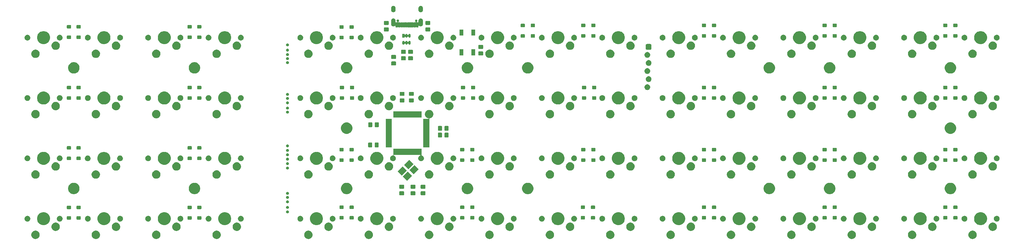
<source format=gbr>
G04 #@! TF.GenerationSoftware,KiCad,Pcbnew,(5.1.2-1)-1*
G04 #@! TF.CreationDate,2020-05-17T11:59:08-05:00*
G04 #@! TF.ProjectId,therick64BASP,74686572-6963-46b3-9634-424153502e6b,rev?*
G04 #@! TF.SameCoordinates,Original*
G04 #@! TF.FileFunction,Soldermask,Bot*
G04 #@! TF.FilePolarity,Negative*
%FSLAX46Y46*%
G04 Gerber Fmt 4.6, Leading zero omitted, Abs format (unit mm)*
G04 Created by KiCad (PCBNEW (5.1.2-1)-1) date 2020-05-17 11:59:08*
%MOMM*%
%LPD*%
G04 APERTURE LIST*
%ADD10C,0.100000*%
G04 APERTURE END LIST*
D10*
G36*
X351497713Y-113224384D02*
G01*
X351625321Y-113249767D01*
X351766147Y-113308099D01*
X351865726Y-113349346D01*
X351865727Y-113349347D01*
X352082088Y-113493914D01*
X352266087Y-113677913D01*
X352362684Y-113822481D01*
X352410655Y-113894275D01*
X352451902Y-113993854D01*
X352510234Y-114134680D01*
X352510234Y-114134682D01*
X352560942Y-114389605D01*
X352560999Y-114389895D01*
X352560999Y-114650109D01*
X352510234Y-114905324D01*
X352451902Y-115046150D01*
X352410655Y-115145729D01*
X352410654Y-115145730D01*
X352266087Y-115362091D01*
X352082088Y-115546090D01*
X351937520Y-115642687D01*
X351865726Y-115690658D01*
X351766147Y-115731905D01*
X351625321Y-115790237D01*
X351497714Y-115815619D01*
X351370108Y-115841002D01*
X351109890Y-115841002D01*
X350982284Y-115815619D01*
X350854677Y-115790237D01*
X350713851Y-115731905D01*
X350614272Y-115690658D01*
X350542478Y-115642687D01*
X350397910Y-115546090D01*
X350213911Y-115362091D01*
X350069344Y-115145730D01*
X350069343Y-115145729D01*
X350028096Y-115046150D01*
X349969764Y-114905324D01*
X349918999Y-114650109D01*
X349918999Y-114389895D01*
X349919057Y-114389605D01*
X349969764Y-114134682D01*
X349969764Y-114134680D01*
X350028096Y-113993854D01*
X350069343Y-113894275D01*
X350117314Y-113822481D01*
X350213911Y-113677913D01*
X350397910Y-113493914D01*
X350614271Y-113349347D01*
X350614272Y-113349346D01*
X350713851Y-113308099D01*
X350854677Y-113249767D01*
X350982285Y-113224384D01*
X351109890Y-113199002D01*
X351370108Y-113199002D01*
X351497713Y-113224384D01*
X351497713Y-113224384D01*
G37*
G36*
X218497713Y-113224384D02*
G01*
X218625321Y-113249767D01*
X218766147Y-113308099D01*
X218865726Y-113349346D01*
X218865727Y-113349347D01*
X219082088Y-113493914D01*
X219266087Y-113677913D01*
X219362684Y-113822481D01*
X219410655Y-113894275D01*
X219451902Y-113993854D01*
X219510234Y-114134680D01*
X219510234Y-114134682D01*
X219560942Y-114389605D01*
X219560999Y-114389895D01*
X219560999Y-114650109D01*
X219510234Y-114905324D01*
X219451902Y-115046150D01*
X219410655Y-115145729D01*
X219410654Y-115145730D01*
X219266087Y-115362091D01*
X219082088Y-115546090D01*
X218937520Y-115642687D01*
X218865726Y-115690658D01*
X218766147Y-115731905D01*
X218625321Y-115790237D01*
X218497714Y-115815619D01*
X218370108Y-115841002D01*
X218109890Y-115841002D01*
X217982284Y-115815619D01*
X217854677Y-115790237D01*
X217713851Y-115731905D01*
X217614272Y-115690658D01*
X217542478Y-115642687D01*
X217397910Y-115546090D01*
X217213911Y-115362091D01*
X217069344Y-115145730D01*
X217069343Y-115145729D01*
X217028096Y-115046150D01*
X216969764Y-114905324D01*
X216918999Y-114650109D01*
X216918999Y-114389895D01*
X216919057Y-114389605D01*
X216969764Y-114134682D01*
X216969764Y-114134680D01*
X217028096Y-113993854D01*
X217069343Y-113894275D01*
X217117314Y-113822481D01*
X217213911Y-113677913D01*
X217397910Y-113493914D01*
X217614271Y-113349347D01*
X217614272Y-113349346D01*
X217713851Y-113308099D01*
X217854677Y-113249767D01*
X217982285Y-113224384D01*
X218109890Y-113199002D01*
X218370108Y-113199002D01*
X218497713Y-113224384D01*
X218497713Y-113224384D01*
G37*
G36*
X180497713Y-113224384D02*
G01*
X180625321Y-113249767D01*
X180766147Y-113308099D01*
X180865726Y-113349346D01*
X180865727Y-113349347D01*
X181082088Y-113493914D01*
X181266087Y-113677913D01*
X181362684Y-113822481D01*
X181410655Y-113894275D01*
X181451902Y-113993854D01*
X181510234Y-114134680D01*
X181510234Y-114134682D01*
X181560942Y-114389605D01*
X181560999Y-114389895D01*
X181560999Y-114650109D01*
X181510234Y-114905324D01*
X181451902Y-115046150D01*
X181410655Y-115145729D01*
X181410654Y-115145730D01*
X181266087Y-115362091D01*
X181082088Y-115546090D01*
X180937520Y-115642687D01*
X180865726Y-115690658D01*
X180766147Y-115731905D01*
X180625321Y-115790237D01*
X180497714Y-115815619D01*
X180370108Y-115841002D01*
X180109890Y-115841002D01*
X179982284Y-115815619D01*
X179854677Y-115790237D01*
X179713851Y-115731905D01*
X179614272Y-115690658D01*
X179542478Y-115642687D01*
X179397910Y-115546090D01*
X179213911Y-115362091D01*
X179069344Y-115145730D01*
X179069343Y-115145729D01*
X179028096Y-115046150D01*
X178969764Y-114905324D01*
X178918999Y-114650109D01*
X178918999Y-114389895D01*
X178919057Y-114389605D01*
X178969764Y-114134682D01*
X178969764Y-114134680D01*
X179028096Y-113993854D01*
X179069343Y-113894275D01*
X179117314Y-113822481D01*
X179213911Y-113677913D01*
X179397910Y-113493914D01*
X179614271Y-113349347D01*
X179614272Y-113349346D01*
X179713851Y-113308099D01*
X179854677Y-113249767D01*
X179982285Y-113224384D01*
X180109890Y-113199002D01*
X180370108Y-113199002D01*
X180497713Y-113224384D01*
X180497713Y-113224384D01*
G37*
G36*
X161497713Y-113224384D02*
G01*
X161625321Y-113249767D01*
X161766147Y-113308099D01*
X161865726Y-113349346D01*
X161865727Y-113349347D01*
X162082088Y-113493914D01*
X162266087Y-113677913D01*
X162362684Y-113822481D01*
X162410655Y-113894275D01*
X162451902Y-113993854D01*
X162510234Y-114134680D01*
X162510234Y-114134682D01*
X162560942Y-114389605D01*
X162560999Y-114389895D01*
X162560999Y-114650109D01*
X162510234Y-114905324D01*
X162451902Y-115046150D01*
X162410655Y-115145729D01*
X162410654Y-115145730D01*
X162266087Y-115362091D01*
X162082088Y-115546090D01*
X161937520Y-115642687D01*
X161865726Y-115690658D01*
X161766147Y-115731905D01*
X161625321Y-115790237D01*
X161497714Y-115815619D01*
X161370108Y-115841002D01*
X161109890Y-115841002D01*
X160982284Y-115815619D01*
X160854677Y-115790237D01*
X160713851Y-115731905D01*
X160614272Y-115690658D01*
X160542478Y-115642687D01*
X160397910Y-115546090D01*
X160213911Y-115362091D01*
X160069344Y-115145730D01*
X160069343Y-115145729D01*
X160028096Y-115046150D01*
X159969764Y-114905324D01*
X159918999Y-114650109D01*
X159918999Y-114389895D01*
X159919057Y-114389605D01*
X159969764Y-114134682D01*
X159969764Y-114134680D01*
X160028096Y-113993854D01*
X160069343Y-113894275D01*
X160117314Y-113822481D01*
X160213911Y-113677913D01*
X160397910Y-113493914D01*
X160614271Y-113349347D01*
X160614272Y-113349346D01*
X160713851Y-113308099D01*
X160854677Y-113249767D01*
X160982285Y-113224384D01*
X161109890Y-113199002D01*
X161370108Y-113199002D01*
X161497713Y-113224384D01*
X161497713Y-113224384D01*
G37*
G36*
X142497333Y-113224384D02*
G01*
X142624941Y-113249767D01*
X142765767Y-113308099D01*
X142865346Y-113349346D01*
X142865347Y-113349347D01*
X143081708Y-113493914D01*
X143265707Y-113677913D01*
X143362304Y-113822481D01*
X143410275Y-113894275D01*
X143451522Y-113993854D01*
X143509854Y-114134680D01*
X143509854Y-114134682D01*
X143560562Y-114389605D01*
X143560619Y-114389895D01*
X143560619Y-114650109D01*
X143509854Y-114905324D01*
X143451522Y-115046150D01*
X143410275Y-115145729D01*
X143410274Y-115145730D01*
X143265707Y-115362091D01*
X143081708Y-115546090D01*
X142937140Y-115642687D01*
X142865346Y-115690658D01*
X142765767Y-115731905D01*
X142624941Y-115790237D01*
X142497334Y-115815619D01*
X142369728Y-115841002D01*
X142109510Y-115841002D01*
X141981904Y-115815619D01*
X141854297Y-115790237D01*
X141713471Y-115731905D01*
X141613892Y-115690658D01*
X141542098Y-115642687D01*
X141397530Y-115546090D01*
X141213531Y-115362091D01*
X141068964Y-115145730D01*
X141068963Y-115145729D01*
X141027716Y-115046150D01*
X140969384Y-114905324D01*
X140918619Y-114650109D01*
X140918619Y-114389895D01*
X140918677Y-114389605D01*
X140969384Y-114134682D01*
X140969384Y-114134680D01*
X141027716Y-113993854D01*
X141068963Y-113894275D01*
X141116934Y-113822481D01*
X141213531Y-113677913D01*
X141397530Y-113493914D01*
X141613891Y-113349347D01*
X141613892Y-113349346D01*
X141713471Y-113308099D01*
X141854297Y-113249767D01*
X141981905Y-113224384D01*
X142109510Y-113199002D01*
X142369728Y-113199002D01*
X142497333Y-113224384D01*
X142497333Y-113224384D01*
G37*
G36*
X237497084Y-113224095D02*
G01*
X237624691Y-113249477D01*
X237765517Y-113307809D01*
X237865096Y-113349056D01*
X237936890Y-113397027D01*
X238081458Y-113493624D01*
X238265457Y-113677623D01*
X238265651Y-113677914D01*
X238410025Y-113893985D01*
X238410145Y-113894275D01*
X238509604Y-114134390D01*
X238509662Y-114134682D01*
X238560369Y-114389603D01*
X238560369Y-114649821D01*
X238560311Y-114650111D01*
X238509604Y-114905034D01*
X238451272Y-115045860D01*
X238410025Y-115145439D01*
X238362054Y-115217233D01*
X238265457Y-115361801D01*
X238081458Y-115545800D01*
X237936890Y-115642397D01*
X237865096Y-115690368D01*
X237765517Y-115731615D01*
X237624691Y-115789947D01*
X237497084Y-115815329D01*
X237369478Y-115840712D01*
X237109260Y-115840712D01*
X236981654Y-115815329D01*
X236854047Y-115789947D01*
X236713221Y-115731615D01*
X236613642Y-115690368D01*
X236541848Y-115642397D01*
X236397280Y-115545800D01*
X236213281Y-115361801D01*
X236116684Y-115217233D01*
X236068713Y-115145439D01*
X236027466Y-115045860D01*
X235969134Y-114905034D01*
X235918427Y-114650111D01*
X235918369Y-114649821D01*
X235918369Y-114389603D01*
X235969076Y-114134682D01*
X235969134Y-114134390D01*
X236068593Y-113894275D01*
X236068713Y-113893985D01*
X236213087Y-113677914D01*
X236213281Y-113677623D01*
X236397280Y-113493624D01*
X236541848Y-113397027D01*
X236613642Y-113349056D01*
X236713221Y-113307809D01*
X236854047Y-113249477D01*
X236981654Y-113224095D01*
X237109260Y-113198712D01*
X237369478Y-113198712D01*
X237497084Y-113224095D01*
X237497084Y-113224095D01*
G37*
G36*
X199497184Y-113224095D02*
G01*
X199624791Y-113249477D01*
X199765617Y-113307809D01*
X199865196Y-113349056D01*
X199936990Y-113397027D01*
X200081558Y-113493624D01*
X200265557Y-113677623D01*
X200265751Y-113677914D01*
X200410125Y-113893985D01*
X200410245Y-113894275D01*
X200509704Y-114134390D01*
X200509762Y-114134682D01*
X200560469Y-114389603D01*
X200560469Y-114649821D01*
X200560411Y-114650111D01*
X200509704Y-114905034D01*
X200451372Y-115045860D01*
X200410125Y-115145439D01*
X200362154Y-115217233D01*
X200265557Y-115361801D01*
X200081558Y-115545800D01*
X199936990Y-115642397D01*
X199865196Y-115690368D01*
X199765617Y-115731615D01*
X199624791Y-115789947D01*
X199497184Y-115815329D01*
X199369578Y-115840712D01*
X199109360Y-115840712D01*
X198981754Y-115815329D01*
X198854147Y-115789947D01*
X198713321Y-115731615D01*
X198613742Y-115690368D01*
X198541948Y-115642397D01*
X198397380Y-115545800D01*
X198213381Y-115361801D01*
X198116784Y-115217233D01*
X198068813Y-115145439D01*
X198027566Y-115045860D01*
X197969234Y-114905034D01*
X197918527Y-114650111D01*
X197918469Y-114649821D01*
X197918469Y-114389603D01*
X197969176Y-114134682D01*
X197969234Y-114134390D01*
X198068693Y-113894275D01*
X198068813Y-113893985D01*
X198213187Y-113677914D01*
X198213381Y-113677623D01*
X198397380Y-113493624D01*
X198541948Y-113397027D01*
X198613742Y-113349056D01*
X198713321Y-113307809D01*
X198854147Y-113249477D01*
X198981754Y-113224095D01*
X199109360Y-113198712D01*
X199369578Y-113198712D01*
X199497184Y-113224095D01*
X199497184Y-113224095D01*
G37*
G36*
X113617410Y-113224095D02*
G01*
X113745017Y-113249477D01*
X113885843Y-113307809D01*
X113985422Y-113349056D01*
X114057216Y-113397027D01*
X114201784Y-113493624D01*
X114385783Y-113677623D01*
X114385977Y-113677914D01*
X114530351Y-113893985D01*
X114530471Y-113894275D01*
X114629930Y-114134390D01*
X114629988Y-114134682D01*
X114680695Y-114389603D01*
X114680695Y-114649821D01*
X114680637Y-114650111D01*
X114629930Y-114905034D01*
X114571598Y-115045860D01*
X114530351Y-115145439D01*
X114482380Y-115217233D01*
X114385783Y-115361801D01*
X114201784Y-115545800D01*
X114057216Y-115642397D01*
X113985422Y-115690368D01*
X113885843Y-115731615D01*
X113745017Y-115789947D01*
X113617410Y-115815329D01*
X113489804Y-115840712D01*
X113229586Y-115840712D01*
X113101980Y-115815329D01*
X112974373Y-115789947D01*
X112833547Y-115731615D01*
X112733968Y-115690368D01*
X112662174Y-115642397D01*
X112517606Y-115545800D01*
X112333607Y-115361801D01*
X112237010Y-115217233D01*
X112189039Y-115145439D01*
X112147792Y-115045860D01*
X112089460Y-114905034D01*
X112038753Y-114650111D01*
X112038695Y-114649821D01*
X112038695Y-114389603D01*
X112089402Y-114134682D01*
X112089460Y-114134390D01*
X112188919Y-113894275D01*
X112189039Y-113893985D01*
X112333413Y-113677914D01*
X112333607Y-113677623D01*
X112517606Y-113493624D01*
X112662174Y-113397027D01*
X112733968Y-113349056D01*
X112833547Y-113307809D01*
X112974373Y-113249477D01*
X113101980Y-113224095D01*
X113229586Y-113198712D01*
X113489804Y-113198712D01*
X113617410Y-113224095D01*
X113617410Y-113224095D01*
G37*
G36*
X94617460Y-113224095D02*
G01*
X94745067Y-113249477D01*
X94885893Y-113307809D01*
X94985472Y-113349056D01*
X95057266Y-113397027D01*
X95201834Y-113493624D01*
X95385833Y-113677623D01*
X95386027Y-113677914D01*
X95530401Y-113893985D01*
X95530521Y-113894275D01*
X95629980Y-114134390D01*
X95630038Y-114134682D01*
X95680745Y-114389603D01*
X95680745Y-114649821D01*
X95680687Y-114650111D01*
X95629980Y-114905034D01*
X95571648Y-115045860D01*
X95530401Y-115145439D01*
X95482430Y-115217233D01*
X95385833Y-115361801D01*
X95201834Y-115545800D01*
X95057266Y-115642397D01*
X94985472Y-115690368D01*
X94885893Y-115731615D01*
X94745067Y-115789947D01*
X94617460Y-115815329D01*
X94489854Y-115840712D01*
X94229636Y-115840712D01*
X94102030Y-115815329D01*
X93974423Y-115789947D01*
X93833597Y-115731615D01*
X93734018Y-115690368D01*
X93662224Y-115642397D01*
X93517656Y-115545800D01*
X93333657Y-115361801D01*
X93237060Y-115217233D01*
X93189089Y-115145439D01*
X93147842Y-115045860D01*
X93089510Y-114905034D01*
X93038803Y-114650111D01*
X93038745Y-114649821D01*
X93038745Y-114389603D01*
X93089452Y-114134682D01*
X93089510Y-114134390D01*
X93188969Y-113894275D01*
X93189089Y-113893985D01*
X93333463Y-113677914D01*
X93333657Y-113677623D01*
X93517656Y-113493624D01*
X93662224Y-113397027D01*
X93734018Y-113349056D01*
X93833597Y-113307809D01*
X93974423Y-113249477D01*
X94102030Y-113224095D01*
X94229636Y-113198712D01*
X94489854Y-113198712D01*
X94617460Y-113224095D01*
X94617460Y-113224095D01*
G37*
G36*
X75617510Y-113224095D02*
G01*
X75745117Y-113249477D01*
X75885943Y-113307809D01*
X75985522Y-113349056D01*
X76057316Y-113397027D01*
X76201884Y-113493624D01*
X76385883Y-113677623D01*
X76386077Y-113677914D01*
X76530451Y-113893985D01*
X76530571Y-113894275D01*
X76630030Y-114134390D01*
X76630088Y-114134682D01*
X76680795Y-114389603D01*
X76680795Y-114649821D01*
X76680737Y-114650111D01*
X76630030Y-114905034D01*
X76571698Y-115045860D01*
X76530451Y-115145439D01*
X76482480Y-115217233D01*
X76385883Y-115361801D01*
X76201884Y-115545800D01*
X76057316Y-115642397D01*
X75985522Y-115690368D01*
X75885943Y-115731615D01*
X75745117Y-115789947D01*
X75617510Y-115815329D01*
X75489904Y-115840712D01*
X75229686Y-115840712D01*
X75102080Y-115815329D01*
X74974473Y-115789947D01*
X74833647Y-115731615D01*
X74734068Y-115690368D01*
X74662274Y-115642397D01*
X74517706Y-115545800D01*
X74333707Y-115361801D01*
X74237110Y-115217233D01*
X74189139Y-115145439D01*
X74147892Y-115045860D01*
X74089560Y-114905034D01*
X74038853Y-114650111D01*
X74038795Y-114649821D01*
X74038795Y-114389603D01*
X74089502Y-114134682D01*
X74089560Y-114134390D01*
X74189019Y-113894275D01*
X74189139Y-113893985D01*
X74333513Y-113677914D01*
X74333707Y-113677623D01*
X74517706Y-113493624D01*
X74662274Y-113397027D01*
X74734068Y-113349056D01*
X74833647Y-113307809D01*
X74974473Y-113249477D01*
X75102080Y-113224095D01*
X75229686Y-113198712D01*
X75489904Y-113198712D01*
X75617510Y-113224095D01*
X75617510Y-113224095D01*
G37*
G36*
X56617560Y-113224095D02*
G01*
X56745167Y-113249477D01*
X56885993Y-113307809D01*
X56985572Y-113349056D01*
X57057366Y-113397027D01*
X57201934Y-113493624D01*
X57385933Y-113677623D01*
X57386127Y-113677914D01*
X57530501Y-113893985D01*
X57530621Y-113894275D01*
X57630080Y-114134390D01*
X57630138Y-114134682D01*
X57680845Y-114389603D01*
X57680845Y-114649821D01*
X57680787Y-114650111D01*
X57630080Y-114905034D01*
X57571748Y-115045860D01*
X57530501Y-115145439D01*
X57482530Y-115217233D01*
X57385933Y-115361801D01*
X57201934Y-115545800D01*
X57057366Y-115642397D01*
X56985572Y-115690368D01*
X56885993Y-115731615D01*
X56745167Y-115789947D01*
X56617560Y-115815329D01*
X56489954Y-115840712D01*
X56229736Y-115840712D01*
X56102130Y-115815329D01*
X55974523Y-115789947D01*
X55833697Y-115731615D01*
X55734118Y-115690368D01*
X55662324Y-115642397D01*
X55517756Y-115545800D01*
X55333757Y-115361801D01*
X55237160Y-115217233D01*
X55189189Y-115145439D01*
X55147942Y-115045860D01*
X55089610Y-114905034D01*
X55038903Y-114650111D01*
X55038845Y-114649821D01*
X55038845Y-114389603D01*
X55089552Y-114134682D01*
X55089610Y-114134390D01*
X55189069Y-113894275D01*
X55189189Y-113893985D01*
X55333563Y-113677914D01*
X55333757Y-113677623D01*
X55517756Y-113493624D01*
X55662324Y-113397027D01*
X55734118Y-113349056D01*
X55833697Y-113307809D01*
X55974523Y-113249477D01*
X56102130Y-113224095D01*
X56229736Y-113198712D01*
X56489954Y-113198712D01*
X56617560Y-113224095D01*
X56617560Y-113224095D01*
G37*
G36*
X256497034Y-113224095D02*
G01*
X256624641Y-113249477D01*
X256765467Y-113307809D01*
X256865046Y-113349056D01*
X256936840Y-113397027D01*
X257081408Y-113493624D01*
X257265407Y-113677623D01*
X257265601Y-113677914D01*
X257409975Y-113893985D01*
X257410095Y-113894275D01*
X257509554Y-114134390D01*
X257509612Y-114134682D01*
X257560319Y-114389603D01*
X257560319Y-114649821D01*
X257560261Y-114650111D01*
X257509554Y-114905034D01*
X257451222Y-115045860D01*
X257409975Y-115145439D01*
X257362004Y-115217233D01*
X257265407Y-115361801D01*
X257081408Y-115545800D01*
X256936840Y-115642397D01*
X256865046Y-115690368D01*
X256765467Y-115731615D01*
X256624641Y-115789947D01*
X256497034Y-115815329D01*
X256369428Y-115840712D01*
X256109210Y-115840712D01*
X255981604Y-115815329D01*
X255853997Y-115789947D01*
X255713171Y-115731615D01*
X255613592Y-115690368D01*
X255541798Y-115642397D01*
X255397230Y-115545800D01*
X255213231Y-115361801D01*
X255116634Y-115217233D01*
X255068663Y-115145439D01*
X255027416Y-115045860D01*
X254969084Y-114905034D01*
X254918377Y-114650111D01*
X254918319Y-114649821D01*
X254918319Y-114389603D01*
X254969026Y-114134682D01*
X254969084Y-114134390D01*
X255068543Y-113894275D01*
X255068663Y-113893985D01*
X255213037Y-113677914D01*
X255213231Y-113677623D01*
X255397230Y-113493624D01*
X255541798Y-113397027D01*
X255613592Y-113349056D01*
X255713171Y-113307809D01*
X255853997Y-113249477D01*
X255981604Y-113224095D01*
X256109210Y-113198712D01*
X256369428Y-113198712D01*
X256497034Y-113224095D01*
X256497034Y-113224095D01*
G37*
G36*
X275496984Y-113224095D02*
G01*
X275624591Y-113249477D01*
X275765417Y-113307809D01*
X275864996Y-113349056D01*
X275936790Y-113397027D01*
X276081358Y-113493624D01*
X276265357Y-113677623D01*
X276265551Y-113677914D01*
X276409925Y-113893985D01*
X276410045Y-113894275D01*
X276509504Y-114134390D01*
X276509562Y-114134682D01*
X276560269Y-114389603D01*
X276560269Y-114649821D01*
X276560211Y-114650111D01*
X276509504Y-114905034D01*
X276451172Y-115045860D01*
X276409925Y-115145439D01*
X276361954Y-115217233D01*
X276265357Y-115361801D01*
X276081358Y-115545800D01*
X275936790Y-115642397D01*
X275864996Y-115690368D01*
X275765417Y-115731615D01*
X275624591Y-115789947D01*
X275496984Y-115815329D01*
X275369378Y-115840712D01*
X275109160Y-115840712D01*
X274981554Y-115815329D01*
X274853947Y-115789947D01*
X274713121Y-115731615D01*
X274613542Y-115690368D01*
X274541748Y-115642397D01*
X274397180Y-115545800D01*
X274213181Y-115361801D01*
X274116584Y-115217233D01*
X274068613Y-115145439D01*
X274027366Y-115045860D01*
X273969034Y-114905034D01*
X273918327Y-114650111D01*
X273918269Y-114649821D01*
X273918269Y-114389603D01*
X273968976Y-114134682D01*
X273969034Y-114134390D01*
X274068493Y-113894275D01*
X274068613Y-113893985D01*
X274212987Y-113677914D01*
X274213181Y-113677623D01*
X274397180Y-113493624D01*
X274541748Y-113397027D01*
X274613542Y-113349056D01*
X274713121Y-113307809D01*
X274853947Y-113249477D01*
X274981554Y-113224095D01*
X275109160Y-113198712D01*
X275369378Y-113198712D01*
X275496984Y-113224095D01*
X275496984Y-113224095D01*
G37*
G36*
X294496934Y-113224095D02*
G01*
X294624541Y-113249477D01*
X294765367Y-113307809D01*
X294864946Y-113349056D01*
X294936740Y-113397027D01*
X295081308Y-113493624D01*
X295265307Y-113677623D01*
X295265501Y-113677914D01*
X295409875Y-113893985D01*
X295409995Y-113894275D01*
X295509454Y-114134390D01*
X295509512Y-114134682D01*
X295560219Y-114389603D01*
X295560219Y-114649821D01*
X295560161Y-114650111D01*
X295509454Y-114905034D01*
X295451122Y-115045860D01*
X295409875Y-115145439D01*
X295361904Y-115217233D01*
X295265307Y-115361801D01*
X295081308Y-115545800D01*
X294936740Y-115642397D01*
X294864946Y-115690368D01*
X294765367Y-115731615D01*
X294624541Y-115789947D01*
X294496934Y-115815329D01*
X294369328Y-115840712D01*
X294109110Y-115840712D01*
X293981504Y-115815329D01*
X293853897Y-115789947D01*
X293713071Y-115731615D01*
X293613492Y-115690368D01*
X293541698Y-115642397D01*
X293397130Y-115545800D01*
X293213131Y-115361801D01*
X293116534Y-115217233D01*
X293068563Y-115145439D01*
X293027316Y-115045860D01*
X292968984Y-114905034D01*
X292918277Y-114650111D01*
X292918219Y-114649821D01*
X292918219Y-114389603D01*
X292968926Y-114134682D01*
X292968984Y-114134390D01*
X293068443Y-113894275D01*
X293068563Y-113893985D01*
X293212937Y-113677914D01*
X293213131Y-113677623D01*
X293397130Y-113493624D01*
X293541698Y-113397027D01*
X293613492Y-113349056D01*
X293713071Y-113307809D01*
X293853897Y-113249477D01*
X293981504Y-113224095D01*
X294109110Y-113198712D01*
X294369328Y-113198712D01*
X294496934Y-113224095D01*
X294496934Y-113224095D01*
G37*
G36*
X313496884Y-113224095D02*
G01*
X313624491Y-113249477D01*
X313765317Y-113307809D01*
X313864896Y-113349056D01*
X313936690Y-113397027D01*
X314081258Y-113493624D01*
X314265257Y-113677623D01*
X314265451Y-113677914D01*
X314409825Y-113893985D01*
X314409945Y-113894275D01*
X314509404Y-114134390D01*
X314509462Y-114134682D01*
X314560169Y-114389603D01*
X314560169Y-114649821D01*
X314560111Y-114650111D01*
X314509404Y-114905034D01*
X314451072Y-115045860D01*
X314409825Y-115145439D01*
X314361854Y-115217233D01*
X314265257Y-115361801D01*
X314081258Y-115545800D01*
X313936690Y-115642397D01*
X313864896Y-115690368D01*
X313765317Y-115731615D01*
X313624491Y-115789947D01*
X313496884Y-115815329D01*
X313369278Y-115840712D01*
X313109060Y-115840712D01*
X312981454Y-115815329D01*
X312853847Y-115789947D01*
X312713021Y-115731615D01*
X312613442Y-115690368D01*
X312541648Y-115642397D01*
X312397080Y-115545800D01*
X312213081Y-115361801D01*
X312116484Y-115217233D01*
X312068513Y-115145439D01*
X312027266Y-115045860D01*
X311968934Y-114905034D01*
X311918227Y-114650111D01*
X311918169Y-114649821D01*
X311918169Y-114389603D01*
X311968876Y-114134682D01*
X311968934Y-114134390D01*
X312068393Y-113894275D01*
X312068513Y-113893985D01*
X312212887Y-113677914D01*
X312213081Y-113677623D01*
X312397080Y-113493624D01*
X312541648Y-113397027D01*
X312613442Y-113349056D01*
X312713021Y-113307809D01*
X312853847Y-113249477D01*
X312981454Y-113224095D01*
X313109060Y-113198712D01*
X313369278Y-113198712D01*
X313496884Y-113224095D01*
X313496884Y-113224095D01*
G37*
G36*
X332496834Y-113224095D02*
G01*
X332624441Y-113249477D01*
X332765267Y-113307809D01*
X332864846Y-113349056D01*
X332936640Y-113397027D01*
X333081208Y-113493624D01*
X333265207Y-113677623D01*
X333265401Y-113677914D01*
X333409775Y-113893985D01*
X333409895Y-113894275D01*
X333509354Y-114134390D01*
X333509412Y-114134682D01*
X333560119Y-114389603D01*
X333560119Y-114649821D01*
X333560061Y-114650111D01*
X333509354Y-114905034D01*
X333451022Y-115045860D01*
X333409775Y-115145439D01*
X333361804Y-115217233D01*
X333265207Y-115361801D01*
X333081208Y-115545800D01*
X332936640Y-115642397D01*
X332864846Y-115690368D01*
X332765267Y-115731615D01*
X332624441Y-115789947D01*
X332496834Y-115815329D01*
X332369228Y-115840712D01*
X332109010Y-115840712D01*
X331981404Y-115815329D01*
X331853797Y-115789947D01*
X331712971Y-115731615D01*
X331613392Y-115690368D01*
X331541598Y-115642397D01*
X331397030Y-115545800D01*
X331213031Y-115361801D01*
X331116434Y-115217233D01*
X331068463Y-115145439D01*
X331027216Y-115045860D01*
X330968884Y-114905034D01*
X330918177Y-114650111D01*
X330918119Y-114649821D01*
X330918119Y-114389603D01*
X330968826Y-114134682D01*
X330968884Y-114134390D01*
X331068343Y-113894275D01*
X331068463Y-113893985D01*
X331212837Y-113677914D01*
X331213031Y-113677623D01*
X331397030Y-113493624D01*
X331541598Y-113397027D01*
X331613392Y-113349056D01*
X331712971Y-113307809D01*
X331853797Y-113249477D01*
X331981404Y-113224095D01*
X332109010Y-113198712D01*
X332369228Y-113198712D01*
X332496834Y-113224095D01*
X332496834Y-113224095D01*
G37*
G36*
X357847714Y-110684385D02*
G01*
X357975321Y-110709767D01*
X358116147Y-110768099D01*
X358215726Y-110809346D01*
X358215727Y-110809347D01*
X358432088Y-110953914D01*
X358616087Y-111137913D01*
X358692236Y-111251879D01*
X358760655Y-111354275D01*
X358801902Y-111453854D01*
X358860234Y-111594680D01*
X358860234Y-111594682D01*
X358910942Y-111849605D01*
X358910999Y-111849895D01*
X358910999Y-112110109D01*
X358860234Y-112365324D01*
X358801902Y-112506150D01*
X358760655Y-112605729D01*
X358760654Y-112605730D01*
X358616087Y-112822091D01*
X358432088Y-113006090D01*
X358287520Y-113102687D01*
X358215726Y-113150658D01*
X358116147Y-113191905D01*
X357975321Y-113250237D01*
X357847713Y-113275620D01*
X357720108Y-113301002D01*
X357459890Y-113301002D01*
X357332285Y-113275620D01*
X357204677Y-113250237D01*
X357063851Y-113191905D01*
X356964272Y-113150658D01*
X356892478Y-113102687D01*
X356747910Y-113006090D01*
X356563911Y-112822091D01*
X356419344Y-112605730D01*
X356419343Y-112605729D01*
X356378096Y-112506150D01*
X356319764Y-112365324D01*
X356268999Y-112110109D01*
X356268999Y-111849895D01*
X356269057Y-111849605D01*
X356319764Y-111594682D01*
X356319764Y-111594680D01*
X356378096Y-111453854D01*
X356419343Y-111354275D01*
X356487762Y-111251879D01*
X356563911Y-111137913D01*
X356747910Y-110953914D01*
X356964271Y-110809347D01*
X356964272Y-110809346D01*
X357063851Y-110768099D01*
X357204677Y-110709767D01*
X357332284Y-110684385D01*
X357459890Y-110659002D01*
X357720108Y-110659002D01*
X357847714Y-110684385D01*
X357847714Y-110684385D01*
G37*
G36*
X224847714Y-110684385D02*
G01*
X224975321Y-110709767D01*
X225116147Y-110768099D01*
X225215726Y-110809346D01*
X225215727Y-110809347D01*
X225432088Y-110953914D01*
X225616087Y-111137913D01*
X225692236Y-111251879D01*
X225760655Y-111354275D01*
X225801902Y-111453854D01*
X225860234Y-111594680D01*
X225860234Y-111594682D01*
X225910942Y-111849605D01*
X225910999Y-111849895D01*
X225910999Y-112110109D01*
X225860234Y-112365324D01*
X225801902Y-112506150D01*
X225760655Y-112605729D01*
X225760654Y-112605730D01*
X225616087Y-112822091D01*
X225432088Y-113006090D01*
X225287520Y-113102687D01*
X225215726Y-113150658D01*
X225116147Y-113191905D01*
X224975321Y-113250237D01*
X224847713Y-113275620D01*
X224720108Y-113301002D01*
X224459890Y-113301002D01*
X224332285Y-113275620D01*
X224204677Y-113250237D01*
X224063851Y-113191905D01*
X223964272Y-113150658D01*
X223892478Y-113102687D01*
X223747910Y-113006090D01*
X223563911Y-112822091D01*
X223419344Y-112605730D01*
X223419343Y-112605729D01*
X223378096Y-112506150D01*
X223319764Y-112365324D01*
X223268999Y-112110109D01*
X223268999Y-111849895D01*
X223269057Y-111849605D01*
X223319764Y-111594682D01*
X223319764Y-111594680D01*
X223378096Y-111453854D01*
X223419343Y-111354275D01*
X223487762Y-111251879D01*
X223563911Y-111137913D01*
X223747910Y-110953914D01*
X223964271Y-110809347D01*
X223964272Y-110809346D01*
X224063851Y-110768099D01*
X224204677Y-110709767D01*
X224332284Y-110684385D01*
X224459890Y-110659002D01*
X224720108Y-110659002D01*
X224847714Y-110684385D01*
X224847714Y-110684385D01*
G37*
G36*
X186847714Y-110684385D02*
G01*
X186975321Y-110709767D01*
X187116147Y-110768099D01*
X187215726Y-110809346D01*
X187215727Y-110809347D01*
X187432088Y-110953914D01*
X187616087Y-111137913D01*
X187692236Y-111251879D01*
X187760655Y-111354275D01*
X187801902Y-111453854D01*
X187860234Y-111594680D01*
X187860234Y-111594682D01*
X187910942Y-111849605D01*
X187910999Y-111849895D01*
X187910999Y-112110109D01*
X187860234Y-112365324D01*
X187801902Y-112506150D01*
X187760655Y-112605729D01*
X187760654Y-112605730D01*
X187616087Y-112822091D01*
X187432088Y-113006090D01*
X187287520Y-113102687D01*
X187215726Y-113150658D01*
X187116147Y-113191905D01*
X186975321Y-113250237D01*
X186847713Y-113275620D01*
X186720108Y-113301002D01*
X186459890Y-113301002D01*
X186332285Y-113275620D01*
X186204677Y-113250237D01*
X186063851Y-113191905D01*
X185964272Y-113150658D01*
X185892478Y-113102687D01*
X185747910Y-113006090D01*
X185563911Y-112822091D01*
X185419344Y-112605730D01*
X185419343Y-112605729D01*
X185378096Y-112506150D01*
X185319764Y-112365324D01*
X185268999Y-112110109D01*
X185268999Y-111849895D01*
X185269057Y-111849605D01*
X185319764Y-111594682D01*
X185319764Y-111594680D01*
X185378096Y-111453854D01*
X185419343Y-111354275D01*
X185487762Y-111251879D01*
X185563911Y-111137913D01*
X185747910Y-110953914D01*
X185964271Y-110809347D01*
X185964272Y-110809346D01*
X186063851Y-110768099D01*
X186204677Y-110709767D01*
X186332284Y-110684385D01*
X186459890Y-110659002D01*
X186720108Y-110659002D01*
X186847714Y-110684385D01*
X186847714Y-110684385D01*
G37*
G36*
X167847714Y-110684385D02*
G01*
X167975321Y-110709767D01*
X168116147Y-110768099D01*
X168215726Y-110809346D01*
X168215727Y-110809347D01*
X168432088Y-110953914D01*
X168616087Y-111137913D01*
X168692236Y-111251879D01*
X168760655Y-111354275D01*
X168801902Y-111453854D01*
X168860234Y-111594680D01*
X168860234Y-111594682D01*
X168910942Y-111849605D01*
X168910999Y-111849895D01*
X168910999Y-112110109D01*
X168860234Y-112365324D01*
X168801902Y-112506150D01*
X168760655Y-112605729D01*
X168760654Y-112605730D01*
X168616087Y-112822091D01*
X168432088Y-113006090D01*
X168287520Y-113102687D01*
X168215726Y-113150658D01*
X168116147Y-113191905D01*
X167975321Y-113250237D01*
X167847713Y-113275620D01*
X167720108Y-113301002D01*
X167459890Y-113301002D01*
X167332285Y-113275620D01*
X167204677Y-113250237D01*
X167063851Y-113191905D01*
X166964272Y-113150658D01*
X166892478Y-113102687D01*
X166747910Y-113006090D01*
X166563911Y-112822091D01*
X166419344Y-112605730D01*
X166419343Y-112605729D01*
X166378096Y-112506150D01*
X166319764Y-112365324D01*
X166268999Y-112110109D01*
X166268999Y-111849895D01*
X166269057Y-111849605D01*
X166319764Y-111594682D01*
X166319764Y-111594680D01*
X166378096Y-111453854D01*
X166419343Y-111354275D01*
X166487762Y-111251879D01*
X166563911Y-111137913D01*
X166747910Y-110953914D01*
X166964271Y-110809347D01*
X166964272Y-110809346D01*
X167063851Y-110768099D01*
X167204677Y-110709767D01*
X167332284Y-110684385D01*
X167459890Y-110659002D01*
X167720108Y-110659002D01*
X167847714Y-110684385D01*
X167847714Y-110684385D01*
G37*
G36*
X148847334Y-110684385D02*
G01*
X148974941Y-110709767D01*
X149115767Y-110768099D01*
X149215346Y-110809346D01*
X149215347Y-110809347D01*
X149431708Y-110953914D01*
X149615707Y-111137913D01*
X149691856Y-111251879D01*
X149760275Y-111354275D01*
X149801522Y-111453854D01*
X149859854Y-111594680D01*
X149859854Y-111594682D01*
X149910562Y-111849605D01*
X149910619Y-111849895D01*
X149910619Y-112110109D01*
X149859854Y-112365324D01*
X149801522Y-112506150D01*
X149760275Y-112605729D01*
X149760274Y-112605730D01*
X149615707Y-112822091D01*
X149431708Y-113006090D01*
X149287140Y-113102687D01*
X149215346Y-113150658D01*
X149115767Y-113191905D01*
X148974941Y-113250237D01*
X148847333Y-113275620D01*
X148719728Y-113301002D01*
X148459510Y-113301002D01*
X148331905Y-113275620D01*
X148204297Y-113250237D01*
X148063471Y-113191905D01*
X147963892Y-113150658D01*
X147892098Y-113102687D01*
X147747530Y-113006090D01*
X147563531Y-112822091D01*
X147418964Y-112605730D01*
X147418963Y-112605729D01*
X147377716Y-112506150D01*
X147319384Y-112365324D01*
X147268619Y-112110109D01*
X147268619Y-111849895D01*
X147268677Y-111849605D01*
X147319384Y-111594682D01*
X147319384Y-111594680D01*
X147377716Y-111453854D01*
X147418963Y-111354275D01*
X147487382Y-111251879D01*
X147563531Y-111137913D01*
X147747530Y-110953914D01*
X147963891Y-110809347D01*
X147963892Y-110809346D01*
X148063471Y-110768099D01*
X148204297Y-110709767D01*
X148331904Y-110684385D01*
X148459510Y-110659002D01*
X148719728Y-110659002D01*
X148847334Y-110684385D01*
X148847334Y-110684385D01*
G37*
G36*
X119967410Y-110684095D02*
G01*
X120095017Y-110709477D01*
X120235843Y-110767809D01*
X120335422Y-110809056D01*
X120407216Y-110857027D01*
X120551784Y-110953624D01*
X120735783Y-111137623D01*
X120735977Y-111137914D01*
X120880351Y-111353985D01*
X120902027Y-111406317D01*
X120979930Y-111594390D01*
X120979988Y-111594682D01*
X121030695Y-111849603D01*
X121030695Y-112109821D01*
X121030637Y-112110111D01*
X120979930Y-112365034D01*
X120921598Y-112505860D01*
X120880351Y-112605439D01*
X120832380Y-112677233D01*
X120735783Y-112821801D01*
X120551784Y-113005800D01*
X120407216Y-113102397D01*
X120335422Y-113150368D01*
X120235843Y-113191615D01*
X120095017Y-113249947D01*
X119967410Y-113275329D01*
X119839804Y-113300712D01*
X119579586Y-113300712D01*
X119451980Y-113275329D01*
X119324373Y-113249947D01*
X119183547Y-113191615D01*
X119083968Y-113150368D01*
X119012174Y-113102397D01*
X118867606Y-113005800D01*
X118683607Y-112821801D01*
X118587010Y-112677233D01*
X118539039Y-112605439D01*
X118497792Y-112505860D01*
X118439460Y-112365034D01*
X118388753Y-112110111D01*
X118388695Y-112109821D01*
X118388695Y-111849603D01*
X118439402Y-111594682D01*
X118439460Y-111594390D01*
X118517363Y-111406317D01*
X118539039Y-111353985D01*
X118683413Y-111137914D01*
X118683607Y-111137623D01*
X118867606Y-110953624D01*
X119012174Y-110857027D01*
X119083968Y-110809056D01*
X119183547Y-110767809D01*
X119324373Y-110709477D01*
X119451980Y-110684095D01*
X119579586Y-110658712D01*
X119839804Y-110658712D01*
X119967410Y-110684095D01*
X119967410Y-110684095D01*
G37*
G36*
X100967460Y-110684095D02*
G01*
X101095067Y-110709477D01*
X101235893Y-110767809D01*
X101335472Y-110809056D01*
X101407266Y-110857027D01*
X101551834Y-110953624D01*
X101735833Y-111137623D01*
X101736027Y-111137914D01*
X101880401Y-111353985D01*
X101902077Y-111406317D01*
X101979980Y-111594390D01*
X101980038Y-111594682D01*
X102030745Y-111849603D01*
X102030745Y-112109821D01*
X102030687Y-112110111D01*
X101979980Y-112365034D01*
X101921648Y-112505860D01*
X101880401Y-112605439D01*
X101832430Y-112677233D01*
X101735833Y-112821801D01*
X101551834Y-113005800D01*
X101407266Y-113102397D01*
X101335472Y-113150368D01*
X101235893Y-113191615D01*
X101095067Y-113249947D01*
X100967460Y-113275329D01*
X100839854Y-113300712D01*
X100579636Y-113300712D01*
X100452030Y-113275329D01*
X100324423Y-113249947D01*
X100183597Y-113191615D01*
X100084018Y-113150368D01*
X100012224Y-113102397D01*
X99867656Y-113005800D01*
X99683657Y-112821801D01*
X99587060Y-112677233D01*
X99539089Y-112605439D01*
X99497842Y-112505860D01*
X99439510Y-112365034D01*
X99388803Y-112110111D01*
X99388745Y-112109821D01*
X99388745Y-111849603D01*
X99439452Y-111594682D01*
X99439510Y-111594390D01*
X99517413Y-111406317D01*
X99539089Y-111353985D01*
X99683463Y-111137914D01*
X99683657Y-111137623D01*
X99867656Y-110953624D01*
X100012224Y-110857027D01*
X100084018Y-110809056D01*
X100183597Y-110767809D01*
X100324423Y-110709477D01*
X100452030Y-110684095D01*
X100579636Y-110658712D01*
X100839854Y-110658712D01*
X100967460Y-110684095D01*
X100967460Y-110684095D01*
G37*
G36*
X338846834Y-110684095D02*
G01*
X338974441Y-110709477D01*
X339115267Y-110767809D01*
X339214846Y-110809056D01*
X339286640Y-110857027D01*
X339431208Y-110953624D01*
X339615207Y-111137623D01*
X339615401Y-111137914D01*
X339759775Y-111353985D01*
X339781451Y-111406317D01*
X339859354Y-111594390D01*
X339859412Y-111594682D01*
X339910119Y-111849603D01*
X339910119Y-112109821D01*
X339910061Y-112110111D01*
X339859354Y-112365034D01*
X339801022Y-112505860D01*
X339759775Y-112605439D01*
X339711804Y-112677233D01*
X339615207Y-112821801D01*
X339431208Y-113005800D01*
X339286640Y-113102397D01*
X339214846Y-113150368D01*
X339115267Y-113191615D01*
X338974441Y-113249947D01*
X338846834Y-113275329D01*
X338719228Y-113300712D01*
X338459010Y-113300712D01*
X338331404Y-113275329D01*
X338203797Y-113249947D01*
X338062971Y-113191615D01*
X337963392Y-113150368D01*
X337891598Y-113102397D01*
X337747030Y-113005800D01*
X337563031Y-112821801D01*
X337466434Y-112677233D01*
X337418463Y-112605439D01*
X337377216Y-112505860D01*
X337318884Y-112365034D01*
X337268177Y-112110111D01*
X337268119Y-112109821D01*
X337268119Y-111849603D01*
X337318826Y-111594682D01*
X337318884Y-111594390D01*
X337396787Y-111406317D01*
X337418463Y-111353985D01*
X337562837Y-111137914D01*
X337563031Y-111137623D01*
X337747030Y-110953624D01*
X337891598Y-110857027D01*
X337963392Y-110809056D01*
X338062971Y-110767809D01*
X338203797Y-110709477D01*
X338331404Y-110684095D01*
X338459010Y-110658712D01*
X338719228Y-110658712D01*
X338846834Y-110684095D01*
X338846834Y-110684095D01*
G37*
G36*
X81967510Y-110684095D02*
G01*
X82095117Y-110709477D01*
X82235943Y-110767809D01*
X82335522Y-110809056D01*
X82407316Y-110857027D01*
X82551884Y-110953624D01*
X82735883Y-111137623D01*
X82736077Y-111137914D01*
X82880451Y-111353985D01*
X82902127Y-111406317D01*
X82980030Y-111594390D01*
X82980088Y-111594682D01*
X83030795Y-111849603D01*
X83030795Y-112109821D01*
X83030737Y-112110111D01*
X82980030Y-112365034D01*
X82921698Y-112505860D01*
X82880451Y-112605439D01*
X82832480Y-112677233D01*
X82735883Y-112821801D01*
X82551884Y-113005800D01*
X82407316Y-113102397D01*
X82335522Y-113150368D01*
X82235943Y-113191615D01*
X82095117Y-113249947D01*
X81967510Y-113275329D01*
X81839904Y-113300712D01*
X81579686Y-113300712D01*
X81452080Y-113275329D01*
X81324473Y-113249947D01*
X81183647Y-113191615D01*
X81084068Y-113150368D01*
X81012274Y-113102397D01*
X80867706Y-113005800D01*
X80683707Y-112821801D01*
X80587110Y-112677233D01*
X80539139Y-112605439D01*
X80497892Y-112505860D01*
X80439560Y-112365034D01*
X80388853Y-112110111D01*
X80388795Y-112109821D01*
X80388795Y-111849603D01*
X80439502Y-111594682D01*
X80439560Y-111594390D01*
X80517463Y-111406317D01*
X80539139Y-111353985D01*
X80683513Y-111137914D01*
X80683707Y-111137623D01*
X80867706Y-110953624D01*
X81012274Y-110857027D01*
X81084068Y-110809056D01*
X81183647Y-110767809D01*
X81324473Y-110709477D01*
X81452080Y-110684095D01*
X81579686Y-110658712D01*
X81839904Y-110658712D01*
X81967510Y-110684095D01*
X81967510Y-110684095D01*
G37*
G36*
X319846884Y-110684095D02*
G01*
X319974491Y-110709477D01*
X320115317Y-110767809D01*
X320214896Y-110809056D01*
X320286690Y-110857027D01*
X320431258Y-110953624D01*
X320615257Y-111137623D01*
X320615451Y-111137914D01*
X320759825Y-111353985D01*
X320781501Y-111406317D01*
X320859404Y-111594390D01*
X320859462Y-111594682D01*
X320910169Y-111849603D01*
X320910169Y-112109821D01*
X320910111Y-112110111D01*
X320859404Y-112365034D01*
X320801072Y-112505860D01*
X320759825Y-112605439D01*
X320711854Y-112677233D01*
X320615257Y-112821801D01*
X320431258Y-113005800D01*
X320286690Y-113102397D01*
X320214896Y-113150368D01*
X320115317Y-113191615D01*
X319974491Y-113249947D01*
X319846884Y-113275329D01*
X319719278Y-113300712D01*
X319459060Y-113300712D01*
X319331454Y-113275329D01*
X319203847Y-113249947D01*
X319063021Y-113191615D01*
X318963442Y-113150368D01*
X318891648Y-113102397D01*
X318747080Y-113005800D01*
X318563081Y-112821801D01*
X318466484Y-112677233D01*
X318418513Y-112605439D01*
X318377266Y-112505860D01*
X318318934Y-112365034D01*
X318268227Y-112110111D01*
X318268169Y-112109821D01*
X318268169Y-111849603D01*
X318318876Y-111594682D01*
X318318934Y-111594390D01*
X318396837Y-111406317D01*
X318418513Y-111353985D01*
X318562887Y-111137914D01*
X318563081Y-111137623D01*
X318747080Y-110953624D01*
X318891648Y-110857027D01*
X318963442Y-110809056D01*
X319063021Y-110767809D01*
X319203847Y-110709477D01*
X319331454Y-110684095D01*
X319459060Y-110658712D01*
X319719278Y-110658712D01*
X319846884Y-110684095D01*
X319846884Y-110684095D01*
G37*
G36*
X62967560Y-110684095D02*
G01*
X63095167Y-110709477D01*
X63235993Y-110767809D01*
X63335572Y-110809056D01*
X63407366Y-110857027D01*
X63551934Y-110953624D01*
X63735933Y-111137623D01*
X63736127Y-111137914D01*
X63880501Y-111353985D01*
X63902177Y-111406317D01*
X63980080Y-111594390D01*
X63980138Y-111594682D01*
X64030845Y-111849603D01*
X64030845Y-112109821D01*
X64030787Y-112110111D01*
X63980080Y-112365034D01*
X63921748Y-112505860D01*
X63880501Y-112605439D01*
X63832530Y-112677233D01*
X63735933Y-112821801D01*
X63551934Y-113005800D01*
X63407366Y-113102397D01*
X63335572Y-113150368D01*
X63235993Y-113191615D01*
X63095167Y-113249947D01*
X62967560Y-113275329D01*
X62839954Y-113300712D01*
X62579736Y-113300712D01*
X62452130Y-113275329D01*
X62324523Y-113249947D01*
X62183697Y-113191615D01*
X62084118Y-113150368D01*
X62012324Y-113102397D01*
X61867756Y-113005800D01*
X61683757Y-112821801D01*
X61587160Y-112677233D01*
X61539189Y-112605439D01*
X61497942Y-112505860D01*
X61439610Y-112365034D01*
X61388903Y-112110111D01*
X61388845Y-112109821D01*
X61388845Y-111849603D01*
X61439552Y-111594682D01*
X61439610Y-111594390D01*
X61517513Y-111406317D01*
X61539189Y-111353985D01*
X61683563Y-111137914D01*
X61683757Y-111137623D01*
X61867756Y-110953624D01*
X62012324Y-110857027D01*
X62084118Y-110809056D01*
X62183697Y-110767809D01*
X62324523Y-110709477D01*
X62452130Y-110684095D01*
X62579736Y-110658712D01*
X62839954Y-110658712D01*
X62967560Y-110684095D01*
X62967560Y-110684095D01*
G37*
G36*
X300846934Y-110684095D02*
G01*
X300974541Y-110709477D01*
X301115367Y-110767809D01*
X301214946Y-110809056D01*
X301286740Y-110857027D01*
X301431308Y-110953624D01*
X301615307Y-111137623D01*
X301615501Y-111137914D01*
X301759875Y-111353985D01*
X301781551Y-111406317D01*
X301859454Y-111594390D01*
X301859512Y-111594682D01*
X301910219Y-111849603D01*
X301910219Y-112109821D01*
X301910161Y-112110111D01*
X301859454Y-112365034D01*
X301801122Y-112505860D01*
X301759875Y-112605439D01*
X301711904Y-112677233D01*
X301615307Y-112821801D01*
X301431308Y-113005800D01*
X301286740Y-113102397D01*
X301214946Y-113150368D01*
X301115367Y-113191615D01*
X300974541Y-113249947D01*
X300846934Y-113275329D01*
X300719328Y-113300712D01*
X300459110Y-113300712D01*
X300331504Y-113275329D01*
X300203897Y-113249947D01*
X300063071Y-113191615D01*
X299963492Y-113150368D01*
X299891698Y-113102397D01*
X299747130Y-113005800D01*
X299563131Y-112821801D01*
X299466534Y-112677233D01*
X299418563Y-112605439D01*
X299377316Y-112505860D01*
X299318984Y-112365034D01*
X299268277Y-112110111D01*
X299268219Y-112109821D01*
X299268219Y-111849603D01*
X299318926Y-111594682D01*
X299318984Y-111594390D01*
X299396887Y-111406317D01*
X299418563Y-111353985D01*
X299562937Y-111137914D01*
X299563131Y-111137623D01*
X299747130Y-110953624D01*
X299891698Y-110857027D01*
X299963492Y-110809056D01*
X300063071Y-110767809D01*
X300203897Y-110709477D01*
X300331504Y-110684095D01*
X300459110Y-110658712D01*
X300719328Y-110658712D01*
X300846934Y-110684095D01*
X300846934Y-110684095D01*
G37*
G36*
X205847184Y-110684095D02*
G01*
X205974791Y-110709477D01*
X206115617Y-110767809D01*
X206215196Y-110809056D01*
X206286990Y-110857027D01*
X206431558Y-110953624D01*
X206615557Y-111137623D01*
X206615751Y-111137914D01*
X206760125Y-111353985D01*
X206781801Y-111406317D01*
X206859704Y-111594390D01*
X206859762Y-111594682D01*
X206910469Y-111849603D01*
X206910469Y-112109821D01*
X206910411Y-112110111D01*
X206859704Y-112365034D01*
X206801372Y-112505860D01*
X206760125Y-112605439D01*
X206712154Y-112677233D01*
X206615557Y-112821801D01*
X206431558Y-113005800D01*
X206286990Y-113102397D01*
X206215196Y-113150368D01*
X206115617Y-113191615D01*
X205974791Y-113249947D01*
X205847184Y-113275329D01*
X205719578Y-113300712D01*
X205459360Y-113300712D01*
X205331754Y-113275329D01*
X205204147Y-113249947D01*
X205063321Y-113191615D01*
X204963742Y-113150368D01*
X204891948Y-113102397D01*
X204747380Y-113005800D01*
X204563381Y-112821801D01*
X204466784Y-112677233D01*
X204418813Y-112605439D01*
X204377566Y-112505860D01*
X204319234Y-112365034D01*
X204268527Y-112110111D01*
X204268469Y-112109821D01*
X204268469Y-111849603D01*
X204319176Y-111594682D01*
X204319234Y-111594390D01*
X204397137Y-111406317D01*
X204418813Y-111353985D01*
X204563187Y-111137914D01*
X204563381Y-111137623D01*
X204747380Y-110953624D01*
X204891948Y-110857027D01*
X204963742Y-110809056D01*
X205063321Y-110767809D01*
X205204147Y-110709477D01*
X205331754Y-110684095D01*
X205459360Y-110658712D01*
X205719578Y-110658712D01*
X205847184Y-110684095D01*
X205847184Y-110684095D01*
G37*
G36*
X281846984Y-110684095D02*
G01*
X281974591Y-110709477D01*
X282115417Y-110767809D01*
X282214996Y-110809056D01*
X282286790Y-110857027D01*
X282431358Y-110953624D01*
X282615357Y-111137623D01*
X282615551Y-111137914D01*
X282759925Y-111353985D01*
X282781601Y-111406317D01*
X282859504Y-111594390D01*
X282859562Y-111594682D01*
X282910269Y-111849603D01*
X282910269Y-112109821D01*
X282910211Y-112110111D01*
X282859504Y-112365034D01*
X282801172Y-112505860D01*
X282759925Y-112605439D01*
X282711954Y-112677233D01*
X282615357Y-112821801D01*
X282431358Y-113005800D01*
X282286790Y-113102397D01*
X282214996Y-113150368D01*
X282115417Y-113191615D01*
X281974591Y-113249947D01*
X281846984Y-113275329D01*
X281719378Y-113300712D01*
X281459160Y-113300712D01*
X281331554Y-113275329D01*
X281203947Y-113249947D01*
X281063121Y-113191615D01*
X280963542Y-113150368D01*
X280891748Y-113102397D01*
X280747180Y-113005800D01*
X280563181Y-112821801D01*
X280466584Y-112677233D01*
X280418613Y-112605439D01*
X280377366Y-112505860D01*
X280319034Y-112365034D01*
X280268327Y-112110111D01*
X280268269Y-112109821D01*
X280268269Y-111849603D01*
X280318976Y-111594682D01*
X280319034Y-111594390D01*
X280396937Y-111406317D01*
X280418613Y-111353985D01*
X280562987Y-111137914D01*
X280563181Y-111137623D01*
X280747180Y-110953624D01*
X280891748Y-110857027D01*
X280963542Y-110809056D01*
X281063121Y-110767809D01*
X281203947Y-110709477D01*
X281331554Y-110684095D01*
X281459160Y-110658712D01*
X281719378Y-110658712D01*
X281846984Y-110684095D01*
X281846984Y-110684095D01*
G37*
G36*
X262847034Y-110684095D02*
G01*
X262974641Y-110709477D01*
X263115467Y-110767809D01*
X263215046Y-110809056D01*
X263286840Y-110857027D01*
X263431408Y-110953624D01*
X263615407Y-111137623D01*
X263615601Y-111137914D01*
X263759975Y-111353985D01*
X263781651Y-111406317D01*
X263859554Y-111594390D01*
X263859612Y-111594682D01*
X263910319Y-111849603D01*
X263910319Y-112109821D01*
X263910261Y-112110111D01*
X263859554Y-112365034D01*
X263801222Y-112505860D01*
X263759975Y-112605439D01*
X263712004Y-112677233D01*
X263615407Y-112821801D01*
X263431408Y-113005800D01*
X263286840Y-113102397D01*
X263215046Y-113150368D01*
X263115467Y-113191615D01*
X262974641Y-113249947D01*
X262847034Y-113275329D01*
X262719428Y-113300712D01*
X262459210Y-113300712D01*
X262331604Y-113275329D01*
X262203997Y-113249947D01*
X262063171Y-113191615D01*
X261963592Y-113150368D01*
X261891798Y-113102397D01*
X261747230Y-113005800D01*
X261563231Y-112821801D01*
X261466634Y-112677233D01*
X261418663Y-112605439D01*
X261377416Y-112505860D01*
X261319084Y-112365034D01*
X261268377Y-112110111D01*
X261268319Y-112109821D01*
X261268319Y-111849603D01*
X261319026Y-111594682D01*
X261319084Y-111594390D01*
X261396987Y-111406317D01*
X261418663Y-111353985D01*
X261563037Y-111137914D01*
X261563231Y-111137623D01*
X261747230Y-110953624D01*
X261891798Y-110857027D01*
X261963592Y-110809056D01*
X262063171Y-110767809D01*
X262203997Y-110709477D01*
X262331604Y-110684095D01*
X262459210Y-110658712D01*
X262719428Y-110658712D01*
X262847034Y-110684095D01*
X262847034Y-110684095D01*
G37*
G36*
X243847084Y-110684095D02*
G01*
X243974691Y-110709477D01*
X244115517Y-110767809D01*
X244215096Y-110809056D01*
X244286890Y-110857027D01*
X244431458Y-110953624D01*
X244615457Y-111137623D01*
X244615651Y-111137914D01*
X244760025Y-111353985D01*
X244781701Y-111406317D01*
X244859604Y-111594390D01*
X244859662Y-111594682D01*
X244910369Y-111849603D01*
X244910369Y-112109821D01*
X244910311Y-112110111D01*
X244859604Y-112365034D01*
X244801272Y-112505860D01*
X244760025Y-112605439D01*
X244712054Y-112677233D01*
X244615457Y-112821801D01*
X244431458Y-113005800D01*
X244286890Y-113102397D01*
X244215096Y-113150368D01*
X244115517Y-113191615D01*
X243974691Y-113249947D01*
X243847084Y-113275329D01*
X243719478Y-113300712D01*
X243459260Y-113300712D01*
X243331654Y-113275329D01*
X243204047Y-113249947D01*
X243063221Y-113191615D01*
X242963642Y-113150368D01*
X242891848Y-113102397D01*
X242747280Y-113005800D01*
X242563281Y-112821801D01*
X242466684Y-112677233D01*
X242418713Y-112605439D01*
X242377466Y-112505860D01*
X242319134Y-112365034D01*
X242268427Y-112110111D01*
X242268369Y-112109821D01*
X242268369Y-111849603D01*
X242319076Y-111594682D01*
X242319134Y-111594390D01*
X242397037Y-111406317D01*
X242418713Y-111353985D01*
X242563087Y-111137914D01*
X242563281Y-111137623D01*
X242747280Y-110953624D01*
X242891848Y-110857027D01*
X242963642Y-110809056D01*
X243063221Y-110767809D01*
X243204047Y-110709477D01*
X243331654Y-110684095D01*
X243459260Y-110658712D01*
X243719478Y-110658712D01*
X243847084Y-110684095D01*
X243847084Y-110684095D01*
G37*
G36*
X221376473Y-107473686D02*
G01*
X221594473Y-107563985D01*
X221748622Y-107627835D01*
X222083547Y-107851625D01*
X222368376Y-108136454D01*
X222592166Y-108471379D01*
X222645184Y-108599377D01*
X222746315Y-108843528D01*
X222824899Y-109238596D01*
X222824899Y-109641408D01*
X222746315Y-110036476D01*
X222662441Y-110238965D01*
X222592166Y-110408625D01*
X222368376Y-110743550D01*
X222083547Y-111028379D01*
X221748622Y-111252169D01*
X221594473Y-111316019D01*
X221376473Y-111406318D01*
X220981405Y-111484902D01*
X220578593Y-111484902D01*
X220183525Y-111406318D01*
X219965525Y-111316019D01*
X219811376Y-111252169D01*
X219476451Y-111028379D01*
X219191622Y-110743550D01*
X218967832Y-110408625D01*
X218897557Y-110238965D01*
X218813683Y-110036476D01*
X218735099Y-109641408D01*
X218735099Y-109238596D01*
X218813683Y-108843528D01*
X218914814Y-108599377D01*
X218967832Y-108471379D01*
X219191622Y-108136454D01*
X219476451Y-107851625D01*
X219811376Y-107627835D01*
X219965525Y-107563985D01*
X220183525Y-107473686D01*
X220578593Y-107395102D01*
X220981405Y-107395102D01*
X221376473Y-107473686D01*
X221376473Y-107473686D01*
G37*
G36*
X354376473Y-107473686D02*
G01*
X354594473Y-107563985D01*
X354748622Y-107627835D01*
X355083547Y-107851625D01*
X355368376Y-108136454D01*
X355592166Y-108471379D01*
X355645184Y-108599377D01*
X355746315Y-108843528D01*
X355824899Y-109238596D01*
X355824899Y-109641408D01*
X355746315Y-110036476D01*
X355662441Y-110238965D01*
X355592166Y-110408625D01*
X355368376Y-110743550D01*
X355083547Y-111028379D01*
X354748622Y-111252169D01*
X354594473Y-111316019D01*
X354376473Y-111406318D01*
X353981405Y-111484902D01*
X353578593Y-111484902D01*
X353183525Y-111406318D01*
X352965525Y-111316019D01*
X352811376Y-111252169D01*
X352476451Y-111028379D01*
X352191622Y-110743550D01*
X351967832Y-110408625D01*
X351897557Y-110238965D01*
X351813683Y-110036476D01*
X351735099Y-109641408D01*
X351735099Y-109238596D01*
X351813683Y-108843528D01*
X351914814Y-108599377D01*
X351967832Y-108471379D01*
X352191622Y-108136454D01*
X352476451Y-107851625D01*
X352811376Y-107627835D01*
X352965525Y-107563985D01*
X353183525Y-107473686D01*
X353578593Y-107395102D01*
X353981405Y-107395102D01*
X354376473Y-107473686D01*
X354376473Y-107473686D01*
G37*
G36*
X183376473Y-107473686D02*
G01*
X183594473Y-107563985D01*
X183748622Y-107627835D01*
X184083547Y-107851625D01*
X184368376Y-108136454D01*
X184592166Y-108471379D01*
X184645184Y-108599377D01*
X184746315Y-108843528D01*
X184824899Y-109238596D01*
X184824899Y-109641408D01*
X184746315Y-110036476D01*
X184662441Y-110238965D01*
X184592166Y-110408625D01*
X184368376Y-110743550D01*
X184083547Y-111028379D01*
X183748622Y-111252169D01*
X183594473Y-111316019D01*
X183376473Y-111406318D01*
X182981405Y-111484902D01*
X182578593Y-111484902D01*
X182183525Y-111406318D01*
X181965525Y-111316019D01*
X181811376Y-111252169D01*
X181476451Y-111028379D01*
X181191622Y-110743550D01*
X180967832Y-110408625D01*
X180897557Y-110238965D01*
X180813683Y-110036476D01*
X180735099Y-109641408D01*
X180735099Y-109238596D01*
X180813683Y-108843528D01*
X180914814Y-108599377D01*
X180967832Y-108471379D01*
X181191622Y-108136454D01*
X181476451Y-107851625D01*
X181811376Y-107627835D01*
X181965525Y-107563985D01*
X182183525Y-107473686D01*
X182578593Y-107395102D01*
X182981405Y-107395102D01*
X183376473Y-107473686D01*
X183376473Y-107473686D01*
G37*
G36*
X164376473Y-107473686D02*
G01*
X164594473Y-107563985D01*
X164748622Y-107627835D01*
X165083547Y-107851625D01*
X165368376Y-108136454D01*
X165592166Y-108471379D01*
X165645184Y-108599377D01*
X165746315Y-108843528D01*
X165824899Y-109238596D01*
X165824899Y-109641408D01*
X165746315Y-110036476D01*
X165662441Y-110238965D01*
X165592166Y-110408625D01*
X165368376Y-110743550D01*
X165083547Y-111028379D01*
X164748622Y-111252169D01*
X164594473Y-111316019D01*
X164376473Y-111406318D01*
X163981405Y-111484902D01*
X163578593Y-111484902D01*
X163183525Y-111406318D01*
X162965525Y-111316019D01*
X162811376Y-111252169D01*
X162476451Y-111028379D01*
X162191622Y-110743550D01*
X161967832Y-110408625D01*
X161897557Y-110238965D01*
X161813683Y-110036476D01*
X161735099Y-109641408D01*
X161735099Y-109238596D01*
X161813683Y-108843528D01*
X161914814Y-108599377D01*
X161967832Y-108471379D01*
X162191622Y-108136454D01*
X162476451Y-107851625D01*
X162811376Y-107627835D01*
X162965525Y-107563985D01*
X163183525Y-107473686D01*
X163578593Y-107395102D01*
X163981405Y-107395102D01*
X164376473Y-107473686D01*
X164376473Y-107473686D01*
G37*
G36*
X145376093Y-107473686D02*
G01*
X145594093Y-107563985D01*
X145748242Y-107627835D01*
X146083167Y-107851625D01*
X146367996Y-108136454D01*
X146591786Y-108471379D01*
X146644804Y-108599377D01*
X146745935Y-108843528D01*
X146824519Y-109238596D01*
X146824519Y-109641408D01*
X146745935Y-110036476D01*
X146662061Y-110238965D01*
X146591786Y-110408625D01*
X146367996Y-110743550D01*
X146083167Y-111028379D01*
X145748242Y-111252169D01*
X145594093Y-111316019D01*
X145376093Y-111406318D01*
X144981025Y-111484902D01*
X144578213Y-111484902D01*
X144183145Y-111406318D01*
X143965145Y-111316019D01*
X143810996Y-111252169D01*
X143476071Y-111028379D01*
X143191242Y-110743550D01*
X142967452Y-110408625D01*
X142897177Y-110238965D01*
X142813303Y-110036476D01*
X142734719Y-109641408D01*
X142734719Y-109238596D01*
X142813303Y-108843528D01*
X142914434Y-108599377D01*
X142967452Y-108471379D01*
X143191242Y-108136454D01*
X143476071Y-107851625D01*
X143810996Y-107627835D01*
X143965145Y-107563985D01*
X144183145Y-107473686D01*
X144578213Y-107395102D01*
X144981025Y-107395102D01*
X145376093Y-107473686D01*
X145376093Y-107473686D01*
G37*
G36*
X116496169Y-107473396D02*
G01*
X116714169Y-107563695D01*
X116868318Y-107627545D01*
X117203243Y-107851335D01*
X117488072Y-108136164D01*
X117711862Y-108471089D01*
X117753976Y-108572761D01*
X117866011Y-108843238D01*
X117944595Y-109238306D01*
X117944595Y-109641118D01*
X117866011Y-110036186D01*
X117822780Y-110140554D01*
X117711862Y-110408335D01*
X117488072Y-110743260D01*
X117203243Y-111028089D01*
X116868318Y-111251879D01*
X116714169Y-111315729D01*
X116496169Y-111406028D01*
X116101101Y-111484612D01*
X115698289Y-111484612D01*
X115303221Y-111406028D01*
X115085221Y-111315729D01*
X114931072Y-111251879D01*
X114596147Y-111028089D01*
X114311318Y-110743260D01*
X114087528Y-110408335D01*
X113976610Y-110140554D01*
X113933379Y-110036186D01*
X113854795Y-109641118D01*
X113854795Y-109238306D01*
X113933379Y-108843238D01*
X114045414Y-108572761D01*
X114087528Y-108471089D01*
X114311318Y-108136164D01*
X114596147Y-107851335D01*
X114931072Y-107627545D01*
X115085221Y-107563695D01*
X115303221Y-107473396D01*
X115698289Y-107394812D01*
X116101101Y-107394812D01*
X116496169Y-107473396D01*
X116496169Y-107473396D01*
G37*
G36*
X278375743Y-107473396D02*
G01*
X278593743Y-107563695D01*
X278747892Y-107627545D01*
X279082817Y-107851335D01*
X279367646Y-108136164D01*
X279591436Y-108471089D01*
X279633550Y-108572761D01*
X279745585Y-108843238D01*
X279824169Y-109238306D01*
X279824169Y-109641118D01*
X279745585Y-110036186D01*
X279702354Y-110140554D01*
X279591436Y-110408335D01*
X279367646Y-110743260D01*
X279082817Y-111028089D01*
X278747892Y-111251879D01*
X278593743Y-111315729D01*
X278375743Y-111406028D01*
X277980675Y-111484612D01*
X277577863Y-111484612D01*
X277182795Y-111406028D01*
X276964795Y-111315729D01*
X276810646Y-111251879D01*
X276475721Y-111028089D01*
X276190892Y-110743260D01*
X275967102Y-110408335D01*
X275856184Y-110140554D01*
X275812953Y-110036186D01*
X275734369Y-109641118D01*
X275734369Y-109238306D01*
X275812953Y-108843238D01*
X275924988Y-108572761D01*
X275967102Y-108471089D01*
X276190892Y-108136164D01*
X276475721Y-107851335D01*
X276810646Y-107627545D01*
X276964795Y-107563695D01*
X277182795Y-107473396D01*
X277577863Y-107394812D01*
X277980675Y-107394812D01*
X278375743Y-107473396D01*
X278375743Y-107473396D01*
G37*
G36*
X259375793Y-107473396D02*
G01*
X259593793Y-107563695D01*
X259747942Y-107627545D01*
X260082867Y-107851335D01*
X260367696Y-108136164D01*
X260591486Y-108471089D01*
X260633600Y-108572761D01*
X260745635Y-108843238D01*
X260824219Y-109238306D01*
X260824219Y-109641118D01*
X260745635Y-110036186D01*
X260702404Y-110140554D01*
X260591486Y-110408335D01*
X260367696Y-110743260D01*
X260082867Y-111028089D01*
X259747942Y-111251879D01*
X259593793Y-111315729D01*
X259375793Y-111406028D01*
X258980725Y-111484612D01*
X258577913Y-111484612D01*
X258182845Y-111406028D01*
X257964845Y-111315729D01*
X257810696Y-111251879D01*
X257475771Y-111028089D01*
X257190942Y-110743260D01*
X256967152Y-110408335D01*
X256856234Y-110140554D01*
X256813003Y-110036186D01*
X256734419Y-109641118D01*
X256734419Y-109238306D01*
X256813003Y-108843238D01*
X256925038Y-108572761D01*
X256967152Y-108471089D01*
X257190942Y-108136164D01*
X257475771Y-107851335D01*
X257810696Y-107627545D01*
X257964845Y-107563695D01*
X258182845Y-107473396D01*
X258577913Y-107394812D01*
X258980725Y-107394812D01*
X259375793Y-107473396D01*
X259375793Y-107473396D01*
G37*
G36*
X297375693Y-107473396D02*
G01*
X297593693Y-107563695D01*
X297747842Y-107627545D01*
X298082767Y-107851335D01*
X298367596Y-108136164D01*
X298591386Y-108471089D01*
X298633500Y-108572761D01*
X298745535Y-108843238D01*
X298824119Y-109238306D01*
X298824119Y-109641118D01*
X298745535Y-110036186D01*
X298702304Y-110140554D01*
X298591386Y-110408335D01*
X298367596Y-110743260D01*
X298082767Y-111028089D01*
X297747842Y-111251879D01*
X297593693Y-111315729D01*
X297375693Y-111406028D01*
X296980625Y-111484612D01*
X296577813Y-111484612D01*
X296182745Y-111406028D01*
X295964745Y-111315729D01*
X295810596Y-111251879D01*
X295475671Y-111028089D01*
X295190842Y-110743260D01*
X294967052Y-110408335D01*
X294856134Y-110140554D01*
X294812903Y-110036186D01*
X294734319Y-109641118D01*
X294734319Y-109238306D01*
X294812903Y-108843238D01*
X294924938Y-108572761D01*
X294967052Y-108471089D01*
X295190842Y-108136164D01*
X295475671Y-107851335D01*
X295810596Y-107627545D01*
X295964745Y-107563695D01*
X296182745Y-107473396D01*
X296577813Y-107394812D01*
X296980625Y-107394812D01*
X297375693Y-107473396D01*
X297375693Y-107473396D01*
G37*
G36*
X78496269Y-107473396D02*
G01*
X78714269Y-107563695D01*
X78868418Y-107627545D01*
X79203343Y-107851335D01*
X79488172Y-108136164D01*
X79711962Y-108471089D01*
X79754076Y-108572761D01*
X79866111Y-108843238D01*
X79944695Y-109238306D01*
X79944695Y-109641118D01*
X79866111Y-110036186D01*
X79822880Y-110140554D01*
X79711962Y-110408335D01*
X79488172Y-110743260D01*
X79203343Y-111028089D01*
X78868418Y-111251879D01*
X78714269Y-111315729D01*
X78496269Y-111406028D01*
X78101201Y-111484612D01*
X77698389Y-111484612D01*
X77303321Y-111406028D01*
X77085321Y-111315729D01*
X76931172Y-111251879D01*
X76596247Y-111028089D01*
X76311418Y-110743260D01*
X76087628Y-110408335D01*
X75976710Y-110140554D01*
X75933479Y-110036186D01*
X75854895Y-109641118D01*
X75854895Y-109238306D01*
X75933479Y-108843238D01*
X76045514Y-108572761D01*
X76087628Y-108471089D01*
X76311418Y-108136164D01*
X76596247Y-107851335D01*
X76931172Y-107627545D01*
X77085321Y-107563695D01*
X77303321Y-107473396D01*
X77698389Y-107394812D01*
X78101201Y-107394812D01*
X78496269Y-107473396D01*
X78496269Y-107473396D01*
G37*
G36*
X240375843Y-107473396D02*
G01*
X240593843Y-107563695D01*
X240747992Y-107627545D01*
X241082917Y-107851335D01*
X241367746Y-108136164D01*
X241591536Y-108471089D01*
X241633650Y-108572761D01*
X241745685Y-108843238D01*
X241824269Y-109238306D01*
X241824269Y-109641118D01*
X241745685Y-110036186D01*
X241702454Y-110140554D01*
X241591536Y-110408335D01*
X241367746Y-110743260D01*
X241082917Y-111028089D01*
X240747992Y-111251879D01*
X240593843Y-111315729D01*
X240375843Y-111406028D01*
X239980775Y-111484612D01*
X239577963Y-111484612D01*
X239182895Y-111406028D01*
X238964895Y-111315729D01*
X238810746Y-111251879D01*
X238475821Y-111028089D01*
X238190992Y-110743260D01*
X237967202Y-110408335D01*
X237856284Y-110140554D01*
X237813053Y-110036186D01*
X237734469Y-109641118D01*
X237734469Y-109238306D01*
X237813053Y-108843238D01*
X237925088Y-108572761D01*
X237967202Y-108471089D01*
X238190992Y-108136164D01*
X238475821Y-107851335D01*
X238810746Y-107627545D01*
X238964895Y-107563695D01*
X239182895Y-107473396D01*
X239577963Y-107394812D01*
X239980775Y-107394812D01*
X240375843Y-107473396D01*
X240375843Y-107473396D01*
G37*
G36*
X202375943Y-107473396D02*
G01*
X202593943Y-107563695D01*
X202748092Y-107627545D01*
X203083017Y-107851335D01*
X203367846Y-108136164D01*
X203591636Y-108471089D01*
X203633750Y-108572761D01*
X203745785Y-108843238D01*
X203824369Y-109238306D01*
X203824369Y-109641118D01*
X203745785Y-110036186D01*
X203702554Y-110140554D01*
X203591636Y-110408335D01*
X203367846Y-110743260D01*
X203083017Y-111028089D01*
X202748092Y-111251879D01*
X202593943Y-111315729D01*
X202375943Y-111406028D01*
X201980875Y-111484612D01*
X201578063Y-111484612D01*
X201182995Y-111406028D01*
X200964995Y-111315729D01*
X200810846Y-111251879D01*
X200475921Y-111028089D01*
X200191092Y-110743260D01*
X199967302Y-110408335D01*
X199856384Y-110140554D01*
X199813153Y-110036186D01*
X199734569Y-109641118D01*
X199734569Y-109238306D01*
X199813153Y-108843238D01*
X199925188Y-108572761D01*
X199967302Y-108471089D01*
X200191092Y-108136164D01*
X200475921Y-107851335D01*
X200810846Y-107627545D01*
X200964995Y-107563695D01*
X201182995Y-107473396D01*
X201578063Y-107394812D01*
X201980875Y-107394812D01*
X202375943Y-107473396D01*
X202375943Y-107473396D01*
G37*
G36*
X316375643Y-107473396D02*
G01*
X316593643Y-107563695D01*
X316747792Y-107627545D01*
X317082717Y-107851335D01*
X317367546Y-108136164D01*
X317591336Y-108471089D01*
X317633450Y-108572761D01*
X317745485Y-108843238D01*
X317824069Y-109238306D01*
X317824069Y-109641118D01*
X317745485Y-110036186D01*
X317702254Y-110140554D01*
X317591336Y-110408335D01*
X317367546Y-110743260D01*
X317082717Y-111028089D01*
X316747792Y-111251879D01*
X316593643Y-111315729D01*
X316375643Y-111406028D01*
X315980575Y-111484612D01*
X315577763Y-111484612D01*
X315182695Y-111406028D01*
X314964695Y-111315729D01*
X314810546Y-111251879D01*
X314475621Y-111028089D01*
X314190792Y-110743260D01*
X313967002Y-110408335D01*
X313856084Y-110140554D01*
X313812853Y-110036186D01*
X313734269Y-109641118D01*
X313734269Y-109238306D01*
X313812853Y-108843238D01*
X313924888Y-108572761D01*
X313967002Y-108471089D01*
X314190792Y-108136164D01*
X314475621Y-107851335D01*
X314810546Y-107627545D01*
X314964695Y-107563695D01*
X315182695Y-107473396D01*
X315577763Y-107394812D01*
X315980575Y-107394812D01*
X316375643Y-107473396D01*
X316375643Y-107473396D01*
G37*
G36*
X335375593Y-107473396D02*
G01*
X335593593Y-107563695D01*
X335747742Y-107627545D01*
X336082667Y-107851335D01*
X336367496Y-108136164D01*
X336591286Y-108471089D01*
X336633400Y-108572761D01*
X336745435Y-108843238D01*
X336824019Y-109238306D01*
X336824019Y-109641118D01*
X336745435Y-110036186D01*
X336702204Y-110140554D01*
X336591286Y-110408335D01*
X336367496Y-110743260D01*
X336082667Y-111028089D01*
X335747742Y-111251879D01*
X335593593Y-111315729D01*
X335375593Y-111406028D01*
X334980525Y-111484612D01*
X334577713Y-111484612D01*
X334182645Y-111406028D01*
X333964645Y-111315729D01*
X333810496Y-111251879D01*
X333475571Y-111028089D01*
X333190742Y-110743260D01*
X332966952Y-110408335D01*
X332856034Y-110140554D01*
X332812803Y-110036186D01*
X332734219Y-109641118D01*
X332734219Y-109238306D01*
X332812803Y-108843238D01*
X332924838Y-108572761D01*
X332966952Y-108471089D01*
X333190742Y-108136164D01*
X333475571Y-107851335D01*
X333810496Y-107627545D01*
X333964645Y-107563695D01*
X334182645Y-107473396D01*
X334577713Y-107394812D01*
X334980525Y-107394812D01*
X335375593Y-107473396D01*
X335375593Y-107473396D01*
G37*
G36*
X97496219Y-107473396D02*
G01*
X97714219Y-107563695D01*
X97868368Y-107627545D01*
X98203293Y-107851335D01*
X98488122Y-108136164D01*
X98711912Y-108471089D01*
X98754026Y-108572761D01*
X98866061Y-108843238D01*
X98944645Y-109238306D01*
X98944645Y-109641118D01*
X98866061Y-110036186D01*
X98822830Y-110140554D01*
X98711912Y-110408335D01*
X98488122Y-110743260D01*
X98203293Y-111028089D01*
X97868368Y-111251879D01*
X97714219Y-111315729D01*
X97496219Y-111406028D01*
X97101151Y-111484612D01*
X96698339Y-111484612D01*
X96303271Y-111406028D01*
X96085271Y-111315729D01*
X95931122Y-111251879D01*
X95596197Y-111028089D01*
X95311368Y-110743260D01*
X95087578Y-110408335D01*
X94976660Y-110140554D01*
X94933429Y-110036186D01*
X94854845Y-109641118D01*
X94854845Y-109238306D01*
X94933429Y-108843238D01*
X95045464Y-108572761D01*
X95087578Y-108471089D01*
X95311368Y-108136164D01*
X95596197Y-107851335D01*
X95931122Y-107627545D01*
X96085271Y-107563695D01*
X96303271Y-107473396D01*
X96698339Y-107394812D01*
X97101151Y-107394812D01*
X97496219Y-107473396D01*
X97496219Y-107473396D01*
G37*
G36*
X59496319Y-107473396D02*
G01*
X59714319Y-107563695D01*
X59868468Y-107627545D01*
X60203393Y-107851335D01*
X60488222Y-108136164D01*
X60712012Y-108471089D01*
X60754126Y-108572761D01*
X60866161Y-108843238D01*
X60944745Y-109238306D01*
X60944745Y-109641118D01*
X60866161Y-110036186D01*
X60822930Y-110140554D01*
X60712012Y-110408335D01*
X60488222Y-110743260D01*
X60203393Y-111028089D01*
X59868468Y-111251879D01*
X59714319Y-111315729D01*
X59496319Y-111406028D01*
X59101251Y-111484612D01*
X58698439Y-111484612D01*
X58303371Y-111406028D01*
X58085371Y-111315729D01*
X57931222Y-111251879D01*
X57596297Y-111028089D01*
X57311468Y-110743260D01*
X57087678Y-110408335D01*
X56976760Y-110140554D01*
X56933529Y-110036186D01*
X56854945Y-109641118D01*
X56854945Y-109238306D01*
X56933529Y-108843238D01*
X57045564Y-108572761D01*
X57087678Y-108471089D01*
X57311468Y-108136164D01*
X57596297Y-107851335D01*
X57931222Y-107627545D01*
X58085371Y-107563695D01*
X58303371Y-107473396D01*
X58698439Y-107394812D01*
X59101251Y-107394812D01*
X59496319Y-107473396D01*
X59496319Y-107473396D01*
G37*
G36*
X226035951Y-108555432D02*
G01*
X226123074Y-108572761D01*
X226200110Y-108604671D01*
X226287210Y-108640749D01*
X226375610Y-108699816D01*
X226434927Y-108739450D01*
X226560551Y-108865074D01*
X226560553Y-108865077D01*
X226659252Y-109012791D01*
X226659252Y-109012792D01*
X226727240Y-109176927D01*
X226727240Y-109176929D01*
X226761899Y-109351171D01*
X226761899Y-109528833D01*
X226746475Y-109606376D01*
X226727240Y-109703077D01*
X226714300Y-109734316D01*
X226659252Y-109867213D01*
X226561216Y-110013935D01*
X226560551Y-110014930D01*
X226434927Y-110140554D01*
X226434924Y-110140556D01*
X226287210Y-110239255D01*
X226232497Y-110261918D01*
X226123074Y-110307243D01*
X226035951Y-110324572D01*
X225948830Y-110341902D01*
X225771168Y-110341902D01*
X225684047Y-110324572D01*
X225596924Y-110307243D01*
X225487501Y-110261918D01*
X225432788Y-110239255D01*
X225285074Y-110140556D01*
X225285071Y-110140554D01*
X225159447Y-110014930D01*
X225158782Y-110013935D01*
X225060746Y-109867213D01*
X225005698Y-109734316D01*
X224992758Y-109703077D01*
X224973523Y-109606376D01*
X224958099Y-109528833D01*
X224958099Y-109351171D01*
X224992758Y-109176929D01*
X224992758Y-109176927D01*
X225060746Y-109012792D01*
X225060746Y-109012791D01*
X225159445Y-108865077D01*
X225159447Y-108865074D01*
X225285071Y-108739450D01*
X225344388Y-108699816D01*
X225432788Y-108640749D01*
X225519888Y-108604671D01*
X225596924Y-108572761D01*
X225684047Y-108555432D01*
X225771168Y-108538102D01*
X225948830Y-108538102D01*
X226035951Y-108555432D01*
X226035951Y-108555432D01*
G37*
G36*
X215875951Y-108555432D02*
G01*
X215963074Y-108572761D01*
X216040110Y-108604671D01*
X216127210Y-108640749D01*
X216215610Y-108699816D01*
X216274927Y-108739450D01*
X216400551Y-108865074D01*
X216400553Y-108865077D01*
X216499252Y-109012791D01*
X216499252Y-109012792D01*
X216567240Y-109176927D01*
X216567240Y-109176929D01*
X216601899Y-109351171D01*
X216601899Y-109528833D01*
X216586475Y-109606376D01*
X216567240Y-109703077D01*
X216554300Y-109734316D01*
X216499252Y-109867213D01*
X216401216Y-110013935D01*
X216400551Y-110014930D01*
X216274927Y-110140554D01*
X216274924Y-110140556D01*
X216127210Y-110239255D01*
X216072497Y-110261918D01*
X215963074Y-110307243D01*
X215875951Y-110324572D01*
X215788830Y-110341902D01*
X215611168Y-110341902D01*
X215524047Y-110324572D01*
X215436924Y-110307243D01*
X215327501Y-110261918D01*
X215272788Y-110239255D01*
X215125074Y-110140556D01*
X215125071Y-110140554D01*
X214999447Y-110014930D01*
X214998782Y-110013935D01*
X214900746Y-109867213D01*
X214845698Y-109734316D01*
X214832758Y-109703077D01*
X214813523Y-109606376D01*
X214798099Y-109528833D01*
X214798099Y-109351171D01*
X214832758Y-109176929D01*
X214832758Y-109176927D01*
X214900746Y-109012792D01*
X214900746Y-109012791D01*
X214999445Y-108865077D01*
X214999447Y-108865074D01*
X215125071Y-108739450D01*
X215184388Y-108699816D01*
X215272788Y-108640749D01*
X215359888Y-108604671D01*
X215436924Y-108572761D01*
X215524047Y-108555432D01*
X215611168Y-108538102D01*
X215788830Y-108538102D01*
X215875951Y-108555432D01*
X215875951Y-108555432D01*
G37*
G36*
X348875951Y-108555432D02*
G01*
X348963074Y-108572761D01*
X349040110Y-108604671D01*
X349127210Y-108640749D01*
X349215610Y-108699816D01*
X349274927Y-108739450D01*
X349400551Y-108865074D01*
X349400553Y-108865077D01*
X349499252Y-109012791D01*
X349499252Y-109012792D01*
X349567240Y-109176927D01*
X349567240Y-109176929D01*
X349601899Y-109351171D01*
X349601899Y-109528833D01*
X349586475Y-109606376D01*
X349567240Y-109703077D01*
X349554300Y-109734316D01*
X349499252Y-109867213D01*
X349401216Y-110013935D01*
X349400551Y-110014930D01*
X349274927Y-110140554D01*
X349274924Y-110140556D01*
X349127210Y-110239255D01*
X349072497Y-110261918D01*
X348963074Y-110307243D01*
X348875951Y-110324572D01*
X348788830Y-110341902D01*
X348611168Y-110341902D01*
X348524047Y-110324572D01*
X348436924Y-110307243D01*
X348327501Y-110261918D01*
X348272788Y-110239255D01*
X348125074Y-110140556D01*
X348125071Y-110140554D01*
X347999447Y-110014930D01*
X347998782Y-110013935D01*
X347900746Y-109867213D01*
X347845698Y-109734316D01*
X347832758Y-109703077D01*
X347813523Y-109606376D01*
X347798099Y-109528833D01*
X347798099Y-109351171D01*
X347832758Y-109176929D01*
X347832758Y-109176927D01*
X347900746Y-109012792D01*
X347900746Y-109012791D01*
X347999445Y-108865077D01*
X347999447Y-108865074D01*
X348125071Y-108739450D01*
X348184388Y-108699816D01*
X348272788Y-108640749D01*
X348359888Y-108604671D01*
X348436924Y-108572761D01*
X348524047Y-108555432D01*
X348611168Y-108538102D01*
X348788830Y-108538102D01*
X348875951Y-108555432D01*
X348875951Y-108555432D01*
G37*
G36*
X188035951Y-108555432D02*
G01*
X188123074Y-108572761D01*
X188200110Y-108604671D01*
X188287210Y-108640749D01*
X188375610Y-108699816D01*
X188434927Y-108739450D01*
X188560551Y-108865074D01*
X188560553Y-108865077D01*
X188659252Y-109012791D01*
X188659252Y-109012792D01*
X188727240Y-109176927D01*
X188727240Y-109176929D01*
X188761899Y-109351171D01*
X188761899Y-109528833D01*
X188746475Y-109606376D01*
X188727240Y-109703077D01*
X188714300Y-109734316D01*
X188659252Y-109867213D01*
X188561216Y-110013935D01*
X188560551Y-110014930D01*
X188434927Y-110140554D01*
X188434924Y-110140556D01*
X188287210Y-110239255D01*
X188232497Y-110261918D01*
X188123074Y-110307243D01*
X188035951Y-110324572D01*
X187948830Y-110341902D01*
X187771168Y-110341902D01*
X187684047Y-110324572D01*
X187596924Y-110307243D01*
X187487501Y-110261918D01*
X187432788Y-110239255D01*
X187285074Y-110140556D01*
X187285071Y-110140554D01*
X187159447Y-110014930D01*
X187158782Y-110013935D01*
X187060746Y-109867213D01*
X187005698Y-109734316D01*
X186992758Y-109703077D01*
X186973523Y-109606376D01*
X186958099Y-109528833D01*
X186958099Y-109351171D01*
X186992758Y-109176929D01*
X186992758Y-109176927D01*
X187060746Y-109012792D01*
X187060746Y-109012791D01*
X187159445Y-108865077D01*
X187159447Y-108865074D01*
X187285071Y-108739450D01*
X187344388Y-108699816D01*
X187432788Y-108640749D01*
X187519888Y-108604671D01*
X187596924Y-108572761D01*
X187684047Y-108555432D01*
X187771168Y-108538102D01*
X187948830Y-108538102D01*
X188035951Y-108555432D01*
X188035951Y-108555432D01*
G37*
G36*
X177875951Y-108555432D02*
G01*
X177963074Y-108572761D01*
X178040110Y-108604671D01*
X178127210Y-108640749D01*
X178215610Y-108699816D01*
X178274927Y-108739450D01*
X178400551Y-108865074D01*
X178400553Y-108865077D01*
X178499252Y-109012791D01*
X178499252Y-109012792D01*
X178567240Y-109176927D01*
X178567240Y-109176929D01*
X178601899Y-109351171D01*
X178601899Y-109528833D01*
X178586475Y-109606376D01*
X178567240Y-109703077D01*
X178554300Y-109734316D01*
X178499252Y-109867213D01*
X178401216Y-110013935D01*
X178400551Y-110014930D01*
X178274927Y-110140554D01*
X178274924Y-110140556D01*
X178127210Y-110239255D01*
X178072497Y-110261918D01*
X177963074Y-110307243D01*
X177875951Y-110324572D01*
X177788830Y-110341902D01*
X177611168Y-110341902D01*
X177524047Y-110324572D01*
X177436924Y-110307243D01*
X177327501Y-110261918D01*
X177272788Y-110239255D01*
X177125074Y-110140556D01*
X177125071Y-110140554D01*
X176999447Y-110014930D01*
X176998782Y-110013935D01*
X176900746Y-109867213D01*
X176845698Y-109734316D01*
X176832758Y-109703077D01*
X176813523Y-109606376D01*
X176798099Y-109528833D01*
X176798099Y-109351171D01*
X176832758Y-109176929D01*
X176832758Y-109176927D01*
X176900746Y-109012792D01*
X176900746Y-109012791D01*
X176999445Y-108865077D01*
X176999447Y-108865074D01*
X177125071Y-108739450D01*
X177184388Y-108699816D01*
X177272788Y-108640749D01*
X177359888Y-108604671D01*
X177436924Y-108572761D01*
X177524047Y-108555432D01*
X177611168Y-108538102D01*
X177788830Y-108538102D01*
X177875951Y-108555432D01*
X177875951Y-108555432D01*
G37*
G36*
X359035951Y-108555432D02*
G01*
X359123074Y-108572761D01*
X359200110Y-108604671D01*
X359287210Y-108640749D01*
X359375610Y-108699816D01*
X359434927Y-108739450D01*
X359560551Y-108865074D01*
X359560553Y-108865077D01*
X359659252Y-109012791D01*
X359659252Y-109012792D01*
X359727240Y-109176927D01*
X359727240Y-109176929D01*
X359761899Y-109351171D01*
X359761899Y-109528833D01*
X359746475Y-109606376D01*
X359727240Y-109703077D01*
X359714300Y-109734316D01*
X359659252Y-109867213D01*
X359561216Y-110013935D01*
X359560551Y-110014930D01*
X359434927Y-110140554D01*
X359434924Y-110140556D01*
X359287210Y-110239255D01*
X359232497Y-110261918D01*
X359123074Y-110307243D01*
X359035951Y-110324572D01*
X358948830Y-110341902D01*
X358771168Y-110341902D01*
X358684047Y-110324572D01*
X358596924Y-110307243D01*
X358487501Y-110261918D01*
X358432788Y-110239255D01*
X358285074Y-110140556D01*
X358285071Y-110140554D01*
X358159447Y-110014930D01*
X358158782Y-110013935D01*
X358060746Y-109867213D01*
X358005698Y-109734316D01*
X357992758Y-109703077D01*
X357973523Y-109606376D01*
X357958099Y-109528833D01*
X357958099Y-109351171D01*
X357992758Y-109176929D01*
X357992758Y-109176927D01*
X358060746Y-109012792D01*
X358060746Y-109012791D01*
X358159445Y-108865077D01*
X358159447Y-108865074D01*
X358285071Y-108739450D01*
X358344388Y-108699816D01*
X358432788Y-108640749D01*
X358519888Y-108604671D01*
X358596924Y-108572761D01*
X358684047Y-108555432D01*
X358771168Y-108538102D01*
X358948830Y-108538102D01*
X359035951Y-108555432D01*
X359035951Y-108555432D01*
G37*
G36*
X169035951Y-108555432D02*
G01*
X169123074Y-108572761D01*
X169200110Y-108604671D01*
X169287210Y-108640749D01*
X169375610Y-108699816D01*
X169434927Y-108739450D01*
X169560551Y-108865074D01*
X169560553Y-108865077D01*
X169659252Y-109012791D01*
X169659252Y-109012792D01*
X169727240Y-109176927D01*
X169727240Y-109176929D01*
X169761899Y-109351171D01*
X169761899Y-109528833D01*
X169746475Y-109606376D01*
X169727240Y-109703077D01*
X169714300Y-109734316D01*
X169659252Y-109867213D01*
X169561216Y-110013935D01*
X169560551Y-110014930D01*
X169434927Y-110140554D01*
X169434924Y-110140556D01*
X169287210Y-110239255D01*
X169232497Y-110261918D01*
X169123074Y-110307243D01*
X169035951Y-110324572D01*
X168948830Y-110341902D01*
X168771168Y-110341902D01*
X168684047Y-110324572D01*
X168596924Y-110307243D01*
X168487501Y-110261918D01*
X168432788Y-110239255D01*
X168285074Y-110140556D01*
X168285071Y-110140554D01*
X168159447Y-110014930D01*
X168158782Y-110013935D01*
X168060746Y-109867213D01*
X168005698Y-109734316D01*
X167992758Y-109703077D01*
X167973523Y-109606376D01*
X167958099Y-109528833D01*
X167958099Y-109351171D01*
X167992758Y-109176929D01*
X167992758Y-109176927D01*
X168060746Y-109012792D01*
X168060746Y-109012791D01*
X168159445Y-108865077D01*
X168159447Y-108865074D01*
X168285071Y-108739450D01*
X168344388Y-108699816D01*
X168432788Y-108640749D01*
X168519888Y-108604671D01*
X168596924Y-108572761D01*
X168684047Y-108555432D01*
X168771168Y-108538102D01*
X168948830Y-108538102D01*
X169035951Y-108555432D01*
X169035951Y-108555432D01*
G37*
G36*
X158875951Y-108555432D02*
G01*
X158963074Y-108572761D01*
X159040110Y-108604671D01*
X159127210Y-108640749D01*
X159215610Y-108699816D01*
X159274927Y-108739450D01*
X159400551Y-108865074D01*
X159400553Y-108865077D01*
X159499252Y-109012791D01*
X159499252Y-109012792D01*
X159567240Y-109176927D01*
X159567240Y-109176929D01*
X159601899Y-109351171D01*
X159601899Y-109528833D01*
X159586475Y-109606376D01*
X159567240Y-109703077D01*
X159554300Y-109734316D01*
X159499252Y-109867213D01*
X159401216Y-110013935D01*
X159400551Y-110014930D01*
X159274927Y-110140554D01*
X159274924Y-110140556D01*
X159127210Y-110239255D01*
X159072497Y-110261918D01*
X158963074Y-110307243D01*
X158875951Y-110324572D01*
X158788830Y-110341902D01*
X158611168Y-110341902D01*
X158524047Y-110324572D01*
X158436924Y-110307243D01*
X158327501Y-110261918D01*
X158272788Y-110239255D01*
X158125074Y-110140556D01*
X158125071Y-110140554D01*
X157999447Y-110014930D01*
X157998782Y-110013935D01*
X157900746Y-109867213D01*
X157845698Y-109734316D01*
X157832758Y-109703077D01*
X157813523Y-109606376D01*
X157798099Y-109528833D01*
X157798099Y-109351171D01*
X157832758Y-109176929D01*
X157832758Y-109176927D01*
X157900746Y-109012792D01*
X157900746Y-109012791D01*
X157999445Y-108865077D01*
X157999447Y-108865074D01*
X158125071Y-108739450D01*
X158184388Y-108699816D01*
X158272788Y-108640749D01*
X158359888Y-108604671D01*
X158436924Y-108572761D01*
X158524047Y-108555432D01*
X158611168Y-108538102D01*
X158788830Y-108538102D01*
X158875951Y-108555432D01*
X158875951Y-108555432D01*
G37*
G36*
X150035571Y-108555432D02*
G01*
X150122694Y-108572761D01*
X150199730Y-108604671D01*
X150286830Y-108640749D01*
X150375230Y-108699816D01*
X150434547Y-108739450D01*
X150560171Y-108865074D01*
X150560173Y-108865077D01*
X150658872Y-109012791D01*
X150658872Y-109012792D01*
X150726860Y-109176927D01*
X150726860Y-109176929D01*
X150761519Y-109351171D01*
X150761519Y-109528833D01*
X150746095Y-109606376D01*
X150726860Y-109703077D01*
X150713920Y-109734316D01*
X150658872Y-109867213D01*
X150560836Y-110013935D01*
X150560171Y-110014930D01*
X150434547Y-110140554D01*
X150434544Y-110140556D01*
X150286830Y-110239255D01*
X150232117Y-110261918D01*
X150122694Y-110307243D01*
X150035571Y-110324572D01*
X149948450Y-110341902D01*
X149770788Y-110341902D01*
X149683667Y-110324572D01*
X149596544Y-110307243D01*
X149487121Y-110261918D01*
X149432408Y-110239255D01*
X149284694Y-110140556D01*
X149284691Y-110140554D01*
X149159067Y-110014930D01*
X149158402Y-110013935D01*
X149060366Y-109867213D01*
X149005318Y-109734316D01*
X148992378Y-109703077D01*
X148973143Y-109606376D01*
X148957719Y-109528833D01*
X148957719Y-109351171D01*
X148992378Y-109176929D01*
X148992378Y-109176927D01*
X149060366Y-109012792D01*
X149060366Y-109012791D01*
X149159065Y-108865077D01*
X149159067Y-108865074D01*
X149284691Y-108739450D01*
X149344008Y-108699816D01*
X149432408Y-108640749D01*
X149519508Y-108604671D01*
X149596544Y-108572761D01*
X149683667Y-108555432D01*
X149770788Y-108538102D01*
X149948450Y-108538102D01*
X150035571Y-108555432D01*
X150035571Y-108555432D01*
G37*
G36*
X139875571Y-108555432D02*
G01*
X139962694Y-108572761D01*
X140039730Y-108604671D01*
X140126830Y-108640749D01*
X140215230Y-108699816D01*
X140274547Y-108739450D01*
X140400171Y-108865074D01*
X140400173Y-108865077D01*
X140498872Y-109012791D01*
X140498872Y-109012792D01*
X140566860Y-109176927D01*
X140566860Y-109176929D01*
X140601519Y-109351171D01*
X140601519Y-109528833D01*
X140586095Y-109606376D01*
X140566860Y-109703077D01*
X140553920Y-109734316D01*
X140498872Y-109867213D01*
X140400836Y-110013935D01*
X140400171Y-110014930D01*
X140274547Y-110140554D01*
X140274544Y-110140556D01*
X140126830Y-110239255D01*
X140072117Y-110261918D01*
X139962694Y-110307243D01*
X139875571Y-110324572D01*
X139788450Y-110341902D01*
X139610788Y-110341902D01*
X139523667Y-110324572D01*
X139436544Y-110307243D01*
X139327121Y-110261918D01*
X139272408Y-110239255D01*
X139124694Y-110140556D01*
X139124691Y-110140554D01*
X138999067Y-110014930D01*
X138998402Y-110013935D01*
X138900366Y-109867213D01*
X138845318Y-109734316D01*
X138832378Y-109703077D01*
X138813143Y-109606376D01*
X138797719Y-109528833D01*
X138797719Y-109351171D01*
X138832378Y-109176929D01*
X138832378Y-109176927D01*
X138900366Y-109012792D01*
X138900366Y-109012791D01*
X138999065Y-108865077D01*
X138999067Y-108865074D01*
X139124691Y-108739450D01*
X139184008Y-108699816D01*
X139272408Y-108640749D01*
X139359508Y-108604671D01*
X139436544Y-108572761D01*
X139523667Y-108555432D01*
X139610788Y-108538102D01*
X139788450Y-108538102D01*
X139875571Y-108555432D01*
X139875571Y-108555432D01*
G37*
G36*
X272875221Y-108555141D02*
G01*
X272962344Y-108572471D01*
X273040080Y-108604671D01*
X273126480Y-108640459D01*
X273215314Y-108699816D01*
X273274197Y-108739160D01*
X273399821Y-108864784D01*
X273399823Y-108864787D01*
X273498522Y-109012501D01*
X273521185Y-109067214D01*
X273566510Y-109176637D01*
X273566568Y-109176929D01*
X273601169Y-109350881D01*
X273601169Y-109528543D01*
X273593135Y-109568931D01*
X273566510Y-109702787D01*
X273521185Y-109812210D01*
X273498522Y-109866923D01*
X273498328Y-109867213D01*
X273399821Y-110014640D01*
X273274197Y-110140264D01*
X273274194Y-110140266D01*
X273126480Y-110238965D01*
X273071767Y-110261628D01*
X272962344Y-110306953D01*
X272875221Y-110324282D01*
X272788100Y-110341612D01*
X272610438Y-110341612D01*
X272523317Y-110324282D01*
X272436194Y-110306953D01*
X272326771Y-110261628D01*
X272272058Y-110238965D01*
X272124344Y-110140266D01*
X272124341Y-110140264D01*
X271998717Y-110014640D01*
X271900210Y-109867213D01*
X271900016Y-109866923D01*
X271877353Y-109812210D01*
X271832028Y-109702787D01*
X271805403Y-109568931D01*
X271797369Y-109528543D01*
X271797369Y-109350881D01*
X271831970Y-109176929D01*
X271832028Y-109176637D01*
X271877353Y-109067214D01*
X271900016Y-109012501D01*
X271998715Y-108864787D01*
X271998717Y-108864784D01*
X272124341Y-108739160D01*
X272183224Y-108699816D01*
X272272058Y-108640459D01*
X272358458Y-108604671D01*
X272436194Y-108572471D01*
X272523317Y-108555141D01*
X272610438Y-108537812D01*
X272788100Y-108537812D01*
X272875221Y-108555141D01*
X272875221Y-108555141D01*
G37*
G36*
X64155797Y-108555141D02*
G01*
X64242920Y-108572471D01*
X64320656Y-108604671D01*
X64407056Y-108640459D01*
X64495890Y-108699816D01*
X64554773Y-108739160D01*
X64680397Y-108864784D01*
X64680399Y-108864787D01*
X64779098Y-109012501D01*
X64801761Y-109067214D01*
X64847086Y-109176637D01*
X64847144Y-109176929D01*
X64881745Y-109350881D01*
X64881745Y-109528543D01*
X64873711Y-109568931D01*
X64847086Y-109702787D01*
X64801761Y-109812210D01*
X64779098Y-109866923D01*
X64778904Y-109867213D01*
X64680397Y-110014640D01*
X64554773Y-110140264D01*
X64554770Y-110140266D01*
X64407056Y-110238965D01*
X64352343Y-110261628D01*
X64242920Y-110306953D01*
X64155797Y-110324282D01*
X64068676Y-110341612D01*
X63891014Y-110341612D01*
X63803893Y-110324282D01*
X63716770Y-110306953D01*
X63607347Y-110261628D01*
X63552634Y-110238965D01*
X63404920Y-110140266D01*
X63404917Y-110140264D01*
X63279293Y-110014640D01*
X63180786Y-109867213D01*
X63180592Y-109866923D01*
X63157929Y-109812210D01*
X63112604Y-109702787D01*
X63085979Y-109568931D01*
X63077945Y-109528543D01*
X63077945Y-109350881D01*
X63112546Y-109176929D01*
X63112604Y-109176637D01*
X63157929Y-109067214D01*
X63180592Y-109012501D01*
X63279291Y-108864787D01*
X63279293Y-108864784D01*
X63404917Y-108739160D01*
X63463800Y-108699816D01*
X63552634Y-108640459D01*
X63639034Y-108604671D01*
X63716770Y-108572471D01*
X63803893Y-108555141D01*
X63891014Y-108537812D01*
X64068676Y-108537812D01*
X64155797Y-108555141D01*
X64155797Y-108555141D01*
G37*
G36*
X53995797Y-108555141D02*
G01*
X54082920Y-108572471D01*
X54160656Y-108604671D01*
X54247056Y-108640459D01*
X54335890Y-108699816D01*
X54394773Y-108739160D01*
X54520397Y-108864784D01*
X54520399Y-108864787D01*
X54619098Y-109012501D01*
X54641761Y-109067214D01*
X54687086Y-109176637D01*
X54687144Y-109176929D01*
X54721745Y-109350881D01*
X54721745Y-109528543D01*
X54713711Y-109568931D01*
X54687086Y-109702787D01*
X54641761Y-109812210D01*
X54619098Y-109866923D01*
X54618904Y-109867213D01*
X54520397Y-110014640D01*
X54394773Y-110140264D01*
X54394770Y-110140266D01*
X54247056Y-110238965D01*
X54192343Y-110261628D01*
X54082920Y-110306953D01*
X53995797Y-110324282D01*
X53908676Y-110341612D01*
X53731014Y-110341612D01*
X53643893Y-110324282D01*
X53556770Y-110306953D01*
X53447347Y-110261628D01*
X53392634Y-110238965D01*
X53244920Y-110140266D01*
X53244917Y-110140264D01*
X53119293Y-110014640D01*
X53020786Y-109867213D01*
X53020592Y-109866923D01*
X52997929Y-109812210D01*
X52952604Y-109702787D01*
X52925979Y-109568931D01*
X52917945Y-109528543D01*
X52917945Y-109350881D01*
X52952546Y-109176929D01*
X52952604Y-109176637D01*
X52997929Y-109067214D01*
X53020592Y-109012501D01*
X53119291Y-108864787D01*
X53119293Y-108864784D01*
X53244917Y-108739160D01*
X53303800Y-108699816D01*
X53392634Y-108640459D01*
X53479034Y-108604671D01*
X53556770Y-108572471D01*
X53643893Y-108555141D01*
X53731014Y-108537812D01*
X53908676Y-108537812D01*
X53995797Y-108555141D01*
X53995797Y-108555141D01*
G37*
G36*
X264035271Y-108555141D02*
G01*
X264122394Y-108572471D01*
X264200130Y-108604671D01*
X264286530Y-108640459D01*
X264375364Y-108699816D01*
X264434247Y-108739160D01*
X264559871Y-108864784D01*
X264559873Y-108864787D01*
X264658572Y-109012501D01*
X264681235Y-109067214D01*
X264726560Y-109176637D01*
X264726618Y-109176929D01*
X264761219Y-109350881D01*
X264761219Y-109528543D01*
X264753185Y-109568931D01*
X264726560Y-109702787D01*
X264681235Y-109812210D01*
X264658572Y-109866923D01*
X264658378Y-109867213D01*
X264559871Y-110014640D01*
X264434247Y-110140264D01*
X264434244Y-110140266D01*
X264286530Y-110238965D01*
X264231817Y-110261628D01*
X264122394Y-110306953D01*
X264035271Y-110324282D01*
X263948150Y-110341612D01*
X263770488Y-110341612D01*
X263683367Y-110324282D01*
X263596244Y-110306953D01*
X263486821Y-110261628D01*
X263432108Y-110238965D01*
X263284394Y-110140266D01*
X263284391Y-110140264D01*
X263158767Y-110014640D01*
X263060260Y-109867213D01*
X263060066Y-109866923D01*
X263037403Y-109812210D01*
X262992078Y-109702787D01*
X262965453Y-109568931D01*
X262957419Y-109528543D01*
X262957419Y-109350881D01*
X262992020Y-109176929D01*
X262992078Y-109176637D01*
X263037403Y-109067214D01*
X263060066Y-109012501D01*
X263158765Y-108864787D01*
X263158767Y-108864784D01*
X263284391Y-108739160D01*
X263343274Y-108699816D01*
X263432108Y-108640459D01*
X263518508Y-108604671D01*
X263596244Y-108572471D01*
X263683367Y-108555141D01*
X263770488Y-108537812D01*
X263948150Y-108537812D01*
X264035271Y-108555141D01*
X264035271Y-108555141D01*
G37*
G36*
X291875171Y-108555141D02*
G01*
X291962294Y-108572471D01*
X292040030Y-108604671D01*
X292126430Y-108640459D01*
X292215264Y-108699816D01*
X292274147Y-108739160D01*
X292399771Y-108864784D01*
X292399773Y-108864787D01*
X292498472Y-109012501D01*
X292521135Y-109067214D01*
X292566460Y-109176637D01*
X292566518Y-109176929D01*
X292601119Y-109350881D01*
X292601119Y-109528543D01*
X292593085Y-109568931D01*
X292566460Y-109702787D01*
X292521135Y-109812210D01*
X292498472Y-109866923D01*
X292498278Y-109867213D01*
X292399771Y-110014640D01*
X292274147Y-110140264D01*
X292274144Y-110140266D01*
X292126430Y-110238965D01*
X292071717Y-110261628D01*
X291962294Y-110306953D01*
X291875171Y-110324282D01*
X291788050Y-110341612D01*
X291610388Y-110341612D01*
X291523267Y-110324282D01*
X291436144Y-110306953D01*
X291326721Y-110261628D01*
X291272008Y-110238965D01*
X291124294Y-110140266D01*
X291124291Y-110140264D01*
X290998667Y-110014640D01*
X290900160Y-109867213D01*
X290899966Y-109866923D01*
X290877303Y-109812210D01*
X290831978Y-109702787D01*
X290805353Y-109568931D01*
X290797319Y-109528543D01*
X290797319Y-109350881D01*
X290831920Y-109176929D01*
X290831978Y-109176637D01*
X290877303Y-109067214D01*
X290899966Y-109012501D01*
X290998665Y-108864787D01*
X290998667Y-108864784D01*
X291124291Y-108739160D01*
X291183174Y-108699816D01*
X291272008Y-108640459D01*
X291358408Y-108604671D01*
X291436144Y-108572471D01*
X291523267Y-108555141D01*
X291610388Y-108537812D01*
X291788050Y-108537812D01*
X291875171Y-108555141D01*
X291875171Y-108555141D01*
G37*
G36*
X253875271Y-108555141D02*
G01*
X253962394Y-108572471D01*
X254040130Y-108604671D01*
X254126530Y-108640459D01*
X254215364Y-108699816D01*
X254274247Y-108739160D01*
X254399871Y-108864784D01*
X254399873Y-108864787D01*
X254498572Y-109012501D01*
X254521235Y-109067214D01*
X254566560Y-109176637D01*
X254566618Y-109176929D01*
X254601219Y-109350881D01*
X254601219Y-109528543D01*
X254593185Y-109568931D01*
X254566560Y-109702787D01*
X254521235Y-109812210D01*
X254498572Y-109866923D01*
X254498378Y-109867213D01*
X254399871Y-110014640D01*
X254274247Y-110140264D01*
X254274244Y-110140266D01*
X254126530Y-110238965D01*
X254071817Y-110261628D01*
X253962394Y-110306953D01*
X253875271Y-110324282D01*
X253788150Y-110341612D01*
X253610488Y-110341612D01*
X253523367Y-110324282D01*
X253436244Y-110306953D01*
X253326821Y-110261628D01*
X253272108Y-110238965D01*
X253124394Y-110140266D01*
X253124391Y-110140264D01*
X252998767Y-110014640D01*
X252900260Y-109867213D01*
X252900066Y-109866923D01*
X252877403Y-109812210D01*
X252832078Y-109702787D01*
X252805453Y-109568931D01*
X252797419Y-109528543D01*
X252797419Y-109350881D01*
X252832020Y-109176929D01*
X252832078Y-109176637D01*
X252877403Y-109067214D01*
X252900066Y-109012501D01*
X252998765Y-108864787D01*
X252998767Y-108864784D01*
X253124391Y-108739160D01*
X253183274Y-108699816D01*
X253272108Y-108640459D01*
X253358508Y-108604671D01*
X253436244Y-108572471D01*
X253523367Y-108555141D01*
X253610488Y-108537812D01*
X253788150Y-108537812D01*
X253875271Y-108555141D01*
X253875271Y-108555141D01*
G37*
G36*
X245035321Y-108555141D02*
G01*
X245122444Y-108572471D01*
X245200180Y-108604671D01*
X245286580Y-108640459D01*
X245375414Y-108699816D01*
X245434297Y-108739160D01*
X245559921Y-108864784D01*
X245559923Y-108864787D01*
X245658622Y-109012501D01*
X245681285Y-109067214D01*
X245726610Y-109176637D01*
X245726668Y-109176929D01*
X245761269Y-109350881D01*
X245761269Y-109528543D01*
X245753235Y-109568931D01*
X245726610Y-109702787D01*
X245681285Y-109812210D01*
X245658622Y-109866923D01*
X245658428Y-109867213D01*
X245559921Y-110014640D01*
X245434297Y-110140264D01*
X245434294Y-110140266D01*
X245286580Y-110238965D01*
X245231867Y-110261628D01*
X245122444Y-110306953D01*
X245035321Y-110324282D01*
X244948200Y-110341612D01*
X244770538Y-110341612D01*
X244683417Y-110324282D01*
X244596294Y-110306953D01*
X244486871Y-110261628D01*
X244432158Y-110238965D01*
X244284444Y-110140266D01*
X244284441Y-110140264D01*
X244158817Y-110014640D01*
X244060310Y-109867213D01*
X244060116Y-109866923D01*
X244037453Y-109812210D01*
X243992128Y-109702787D01*
X243965503Y-109568931D01*
X243957469Y-109528543D01*
X243957469Y-109350881D01*
X243992070Y-109176929D01*
X243992128Y-109176637D01*
X244037453Y-109067214D01*
X244060116Y-109012501D01*
X244158815Y-108864787D01*
X244158817Y-108864784D01*
X244284441Y-108739160D01*
X244343324Y-108699816D01*
X244432158Y-108640459D01*
X244518558Y-108604671D01*
X244596294Y-108572471D01*
X244683417Y-108555141D01*
X244770538Y-108537812D01*
X244948200Y-108537812D01*
X245035321Y-108555141D01*
X245035321Y-108555141D01*
G37*
G36*
X83155747Y-108555141D02*
G01*
X83242870Y-108572471D01*
X83320606Y-108604671D01*
X83407006Y-108640459D01*
X83495840Y-108699816D01*
X83554723Y-108739160D01*
X83680347Y-108864784D01*
X83680349Y-108864787D01*
X83779048Y-109012501D01*
X83801711Y-109067214D01*
X83847036Y-109176637D01*
X83847094Y-109176929D01*
X83881695Y-109350881D01*
X83881695Y-109528543D01*
X83873661Y-109568931D01*
X83847036Y-109702787D01*
X83801711Y-109812210D01*
X83779048Y-109866923D01*
X83778854Y-109867213D01*
X83680347Y-110014640D01*
X83554723Y-110140264D01*
X83554720Y-110140266D01*
X83407006Y-110238965D01*
X83352293Y-110261628D01*
X83242870Y-110306953D01*
X83155747Y-110324282D01*
X83068626Y-110341612D01*
X82890964Y-110341612D01*
X82803843Y-110324282D01*
X82716720Y-110306953D01*
X82607297Y-110261628D01*
X82552584Y-110238965D01*
X82404870Y-110140266D01*
X82404867Y-110140264D01*
X82279243Y-110014640D01*
X82180736Y-109867213D01*
X82180542Y-109866923D01*
X82157879Y-109812210D01*
X82112554Y-109702787D01*
X82085929Y-109568931D01*
X82077895Y-109528543D01*
X82077895Y-109350881D01*
X82112496Y-109176929D01*
X82112554Y-109176637D01*
X82157879Y-109067214D01*
X82180542Y-109012501D01*
X82279241Y-108864787D01*
X82279243Y-108864784D01*
X82404867Y-108739160D01*
X82463750Y-108699816D01*
X82552584Y-108640459D01*
X82638984Y-108604671D01*
X82716720Y-108572471D01*
X82803843Y-108555141D01*
X82890964Y-108537812D01*
X83068626Y-108537812D01*
X83155747Y-108555141D01*
X83155747Y-108555141D01*
G37*
G36*
X302035171Y-108555141D02*
G01*
X302122294Y-108572471D01*
X302200030Y-108604671D01*
X302286430Y-108640459D01*
X302375264Y-108699816D01*
X302434147Y-108739160D01*
X302559771Y-108864784D01*
X302559773Y-108864787D01*
X302658472Y-109012501D01*
X302681135Y-109067214D01*
X302726460Y-109176637D01*
X302726518Y-109176929D01*
X302761119Y-109350881D01*
X302761119Y-109528543D01*
X302753085Y-109568931D01*
X302726460Y-109702787D01*
X302681135Y-109812210D01*
X302658472Y-109866923D01*
X302658278Y-109867213D01*
X302559771Y-110014640D01*
X302434147Y-110140264D01*
X302434144Y-110140266D01*
X302286430Y-110238965D01*
X302231717Y-110261628D01*
X302122294Y-110306953D01*
X302035171Y-110324282D01*
X301948050Y-110341612D01*
X301770388Y-110341612D01*
X301683267Y-110324282D01*
X301596144Y-110306953D01*
X301486721Y-110261628D01*
X301432008Y-110238965D01*
X301284294Y-110140266D01*
X301284291Y-110140264D01*
X301158667Y-110014640D01*
X301060160Y-109867213D01*
X301059966Y-109866923D01*
X301037303Y-109812210D01*
X300991978Y-109702787D01*
X300965353Y-109568931D01*
X300957319Y-109528543D01*
X300957319Y-109350881D01*
X300991920Y-109176929D01*
X300991978Y-109176637D01*
X301037303Y-109067214D01*
X301059966Y-109012501D01*
X301158665Y-108864787D01*
X301158667Y-108864784D01*
X301284291Y-108739160D01*
X301343174Y-108699816D01*
X301432008Y-108640459D01*
X301518408Y-108604671D01*
X301596144Y-108572471D01*
X301683267Y-108555141D01*
X301770388Y-108537812D01*
X301948050Y-108537812D01*
X302035171Y-108555141D01*
X302035171Y-108555141D01*
G37*
G36*
X310875121Y-108555141D02*
G01*
X310962244Y-108572471D01*
X311039980Y-108604671D01*
X311126380Y-108640459D01*
X311215214Y-108699816D01*
X311274097Y-108739160D01*
X311399721Y-108864784D01*
X311399723Y-108864787D01*
X311498422Y-109012501D01*
X311521085Y-109067214D01*
X311566410Y-109176637D01*
X311566468Y-109176929D01*
X311601069Y-109350881D01*
X311601069Y-109528543D01*
X311593035Y-109568931D01*
X311566410Y-109702787D01*
X311521085Y-109812210D01*
X311498422Y-109866923D01*
X311498228Y-109867213D01*
X311399721Y-110014640D01*
X311274097Y-110140264D01*
X311274094Y-110140266D01*
X311126380Y-110238965D01*
X311071667Y-110261628D01*
X310962244Y-110306953D01*
X310875121Y-110324282D01*
X310788000Y-110341612D01*
X310610338Y-110341612D01*
X310523217Y-110324282D01*
X310436094Y-110306953D01*
X310326671Y-110261628D01*
X310271958Y-110238965D01*
X310124244Y-110140266D01*
X310124241Y-110140264D01*
X309998617Y-110014640D01*
X309900110Y-109867213D01*
X309899916Y-109866923D01*
X309877253Y-109812210D01*
X309831928Y-109702787D01*
X309805303Y-109568931D01*
X309797269Y-109528543D01*
X309797269Y-109350881D01*
X309831870Y-109176929D01*
X309831928Y-109176637D01*
X309877253Y-109067214D01*
X309899916Y-109012501D01*
X309998615Y-108864787D01*
X309998617Y-108864784D01*
X310124241Y-108739160D01*
X310183124Y-108699816D01*
X310271958Y-108640459D01*
X310358358Y-108604671D01*
X310436094Y-108572471D01*
X310523217Y-108555141D01*
X310610338Y-108537812D01*
X310788000Y-108537812D01*
X310875121Y-108555141D01*
X310875121Y-108555141D01*
G37*
G36*
X72995747Y-108555141D02*
G01*
X73082870Y-108572471D01*
X73160606Y-108604671D01*
X73247006Y-108640459D01*
X73335840Y-108699816D01*
X73394723Y-108739160D01*
X73520347Y-108864784D01*
X73520349Y-108864787D01*
X73619048Y-109012501D01*
X73641711Y-109067214D01*
X73687036Y-109176637D01*
X73687094Y-109176929D01*
X73721695Y-109350881D01*
X73721695Y-109528543D01*
X73713661Y-109568931D01*
X73687036Y-109702787D01*
X73641711Y-109812210D01*
X73619048Y-109866923D01*
X73618854Y-109867213D01*
X73520347Y-110014640D01*
X73394723Y-110140264D01*
X73394720Y-110140266D01*
X73247006Y-110238965D01*
X73192293Y-110261628D01*
X73082870Y-110306953D01*
X72995747Y-110324282D01*
X72908626Y-110341612D01*
X72730964Y-110341612D01*
X72643843Y-110324282D01*
X72556720Y-110306953D01*
X72447297Y-110261628D01*
X72392584Y-110238965D01*
X72244870Y-110140266D01*
X72244867Y-110140264D01*
X72119243Y-110014640D01*
X72020736Y-109867213D01*
X72020542Y-109866923D01*
X71997879Y-109812210D01*
X71952554Y-109702787D01*
X71925929Y-109568931D01*
X71917895Y-109528543D01*
X71917895Y-109350881D01*
X71952496Y-109176929D01*
X71952554Y-109176637D01*
X71997879Y-109067214D01*
X72020542Y-109012501D01*
X72119241Y-108864787D01*
X72119243Y-108864784D01*
X72244867Y-108739160D01*
X72303750Y-108699816D01*
X72392584Y-108640459D01*
X72478984Y-108604671D01*
X72556720Y-108572471D01*
X72643843Y-108555141D01*
X72730964Y-108537812D01*
X72908626Y-108537812D01*
X72995747Y-108555141D01*
X72995747Y-108555141D01*
G37*
G36*
X234875321Y-108555141D02*
G01*
X234962444Y-108572471D01*
X235040180Y-108604671D01*
X235126580Y-108640459D01*
X235215414Y-108699816D01*
X235274297Y-108739160D01*
X235399921Y-108864784D01*
X235399923Y-108864787D01*
X235498622Y-109012501D01*
X235521285Y-109067214D01*
X235566610Y-109176637D01*
X235566668Y-109176929D01*
X235601269Y-109350881D01*
X235601269Y-109528543D01*
X235593235Y-109568931D01*
X235566610Y-109702787D01*
X235521285Y-109812210D01*
X235498622Y-109866923D01*
X235498428Y-109867213D01*
X235399921Y-110014640D01*
X235274297Y-110140264D01*
X235274294Y-110140266D01*
X235126580Y-110238965D01*
X235071867Y-110261628D01*
X234962444Y-110306953D01*
X234875321Y-110324282D01*
X234788200Y-110341612D01*
X234610538Y-110341612D01*
X234523417Y-110324282D01*
X234436294Y-110306953D01*
X234326871Y-110261628D01*
X234272158Y-110238965D01*
X234124444Y-110140266D01*
X234124441Y-110140264D01*
X233998817Y-110014640D01*
X233900310Y-109867213D01*
X233900116Y-109866923D01*
X233877453Y-109812210D01*
X233832128Y-109702787D01*
X233805503Y-109568931D01*
X233797469Y-109528543D01*
X233797469Y-109350881D01*
X233832070Y-109176929D01*
X233832128Y-109176637D01*
X233877453Y-109067214D01*
X233900116Y-109012501D01*
X233998815Y-108864787D01*
X233998817Y-108864784D01*
X234124441Y-108739160D01*
X234183324Y-108699816D01*
X234272158Y-108640459D01*
X234358558Y-108604671D01*
X234436294Y-108572471D01*
X234523417Y-108555141D01*
X234610538Y-108537812D01*
X234788200Y-108537812D01*
X234875321Y-108555141D01*
X234875321Y-108555141D01*
G37*
G36*
X207035421Y-108555141D02*
G01*
X207122544Y-108572471D01*
X207200280Y-108604671D01*
X207286680Y-108640459D01*
X207375514Y-108699816D01*
X207434397Y-108739160D01*
X207560021Y-108864784D01*
X207560023Y-108864787D01*
X207658722Y-109012501D01*
X207681385Y-109067214D01*
X207726710Y-109176637D01*
X207726768Y-109176929D01*
X207761369Y-109350881D01*
X207761369Y-109528543D01*
X207753335Y-109568931D01*
X207726710Y-109702787D01*
X207681385Y-109812210D01*
X207658722Y-109866923D01*
X207658528Y-109867213D01*
X207560021Y-110014640D01*
X207434397Y-110140264D01*
X207434394Y-110140266D01*
X207286680Y-110238965D01*
X207231967Y-110261628D01*
X207122544Y-110306953D01*
X207035421Y-110324282D01*
X206948300Y-110341612D01*
X206770638Y-110341612D01*
X206683517Y-110324282D01*
X206596394Y-110306953D01*
X206486971Y-110261628D01*
X206432258Y-110238965D01*
X206284544Y-110140266D01*
X206284541Y-110140264D01*
X206158917Y-110014640D01*
X206060410Y-109867213D01*
X206060216Y-109866923D01*
X206037553Y-109812210D01*
X205992228Y-109702787D01*
X205965603Y-109568931D01*
X205957569Y-109528543D01*
X205957569Y-109350881D01*
X205992170Y-109176929D01*
X205992228Y-109176637D01*
X206037553Y-109067214D01*
X206060216Y-109012501D01*
X206158915Y-108864787D01*
X206158917Y-108864784D01*
X206284541Y-108739160D01*
X206343424Y-108699816D01*
X206432258Y-108640459D01*
X206518658Y-108604671D01*
X206596394Y-108572471D01*
X206683517Y-108555141D01*
X206770638Y-108537812D01*
X206948300Y-108537812D01*
X207035421Y-108555141D01*
X207035421Y-108555141D01*
G37*
G36*
X196875421Y-108555141D02*
G01*
X196962544Y-108572471D01*
X197040280Y-108604671D01*
X197126680Y-108640459D01*
X197215514Y-108699816D01*
X197274397Y-108739160D01*
X197400021Y-108864784D01*
X197400023Y-108864787D01*
X197498722Y-109012501D01*
X197521385Y-109067214D01*
X197566710Y-109176637D01*
X197566768Y-109176929D01*
X197601369Y-109350881D01*
X197601369Y-109528543D01*
X197593335Y-109568931D01*
X197566710Y-109702787D01*
X197521385Y-109812210D01*
X197498722Y-109866923D01*
X197498528Y-109867213D01*
X197400021Y-110014640D01*
X197274397Y-110140264D01*
X197274394Y-110140266D01*
X197126680Y-110238965D01*
X197071967Y-110261628D01*
X196962544Y-110306953D01*
X196875421Y-110324282D01*
X196788300Y-110341612D01*
X196610638Y-110341612D01*
X196523517Y-110324282D01*
X196436394Y-110306953D01*
X196326971Y-110261628D01*
X196272258Y-110238965D01*
X196124544Y-110140266D01*
X196124541Y-110140264D01*
X195998917Y-110014640D01*
X195900410Y-109867213D01*
X195900216Y-109866923D01*
X195877553Y-109812210D01*
X195832228Y-109702787D01*
X195805603Y-109568931D01*
X195797569Y-109528543D01*
X195797569Y-109350881D01*
X195832170Y-109176929D01*
X195832228Y-109176637D01*
X195877553Y-109067214D01*
X195900216Y-109012501D01*
X195998915Y-108864787D01*
X195998917Y-108864784D01*
X196124541Y-108739160D01*
X196183424Y-108699816D01*
X196272258Y-108640459D01*
X196358658Y-108604671D01*
X196436394Y-108572471D01*
X196523517Y-108555141D01*
X196610638Y-108537812D01*
X196788300Y-108537812D01*
X196875421Y-108555141D01*
X196875421Y-108555141D01*
G37*
G36*
X102155697Y-108555141D02*
G01*
X102242820Y-108572471D01*
X102320556Y-108604671D01*
X102406956Y-108640459D01*
X102495790Y-108699816D01*
X102554673Y-108739160D01*
X102680297Y-108864784D01*
X102680299Y-108864787D01*
X102778998Y-109012501D01*
X102801661Y-109067214D01*
X102846986Y-109176637D01*
X102847044Y-109176929D01*
X102881645Y-109350881D01*
X102881645Y-109528543D01*
X102873611Y-109568931D01*
X102846986Y-109702787D01*
X102801661Y-109812210D01*
X102778998Y-109866923D01*
X102778804Y-109867213D01*
X102680297Y-110014640D01*
X102554673Y-110140264D01*
X102554670Y-110140266D01*
X102406956Y-110238965D01*
X102352243Y-110261628D01*
X102242820Y-110306953D01*
X102155697Y-110324282D01*
X102068576Y-110341612D01*
X101890914Y-110341612D01*
X101803793Y-110324282D01*
X101716670Y-110306953D01*
X101607247Y-110261628D01*
X101552534Y-110238965D01*
X101404820Y-110140266D01*
X101404817Y-110140264D01*
X101279193Y-110014640D01*
X101180686Y-109867213D01*
X101180492Y-109866923D01*
X101157829Y-109812210D01*
X101112504Y-109702787D01*
X101085879Y-109568931D01*
X101077845Y-109528543D01*
X101077845Y-109350881D01*
X101112446Y-109176929D01*
X101112504Y-109176637D01*
X101157829Y-109067214D01*
X101180492Y-109012501D01*
X101279191Y-108864787D01*
X101279193Y-108864784D01*
X101404817Y-108739160D01*
X101463700Y-108699816D01*
X101552534Y-108640459D01*
X101638934Y-108604671D01*
X101716670Y-108572471D01*
X101803793Y-108555141D01*
X101890914Y-108537812D01*
X102068576Y-108537812D01*
X102155697Y-108555141D01*
X102155697Y-108555141D01*
G37*
G36*
X91995697Y-108555141D02*
G01*
X92082820Y-108572471D01*
X92160556Y-108604671D01*
X92246956Y-108640459D01*
X92335790Y-108699816D01*
X92394673Y-108739160D01*
X92520297Y-108864784D01*
X92520299Y-108864787D01*
X92618998Y-109012501D01*
X92641661Y-109067214D01*
X92686986Y-109176637D01*
X92687044Y-109176929D01*
X92721645Y-109350881D01*
X92721645Y-109528543D01*
X92713611Y-109568931D01*
X92686986Y-109702787D01*
X92641661Y-109812210D01*
X92618998Y-109866923D01*
X92618804Y-109867213D01*
X92520297Y-110014640D01*
X92394673Y-110140264D01*
X92394670Y-110140266D01*
X92246956Y-110238965D01*
X92192243Y-110261628D01*
X92082820Y-110306953D01*
X91995697Y-110324282D01*
X91908576Y-110341612D01*
X91730914Y-110341612D01*
X91643793Y-110324282D01*
X91556670Y-110306953D01*
X91447247Y-110261628D01*
X91392534Y-110238965D01*
X91244820Y-110140266D01*
X91244817Y-110140264D01*
X91119193Y-110014640D01*
X91020686Y-109867213D01*
X91020492Y-109866923D01*
X90997829Y-109812210D01*
X90952504Y-109702787D01*
X90925879Y-109568931D01*
X90917845Y-109528543D01*
X90917845Y-109350881D01*
X90952446Y-109176929D01*
X90952504Y-109176637D01*
X90997829Y-109067214D01*
X91020492Y-109012501D01*
X91119191Y-108864787D01*
X91119193Y-108864784D01*
X91244817Y-108739160D01*
X91303700Y-108699816D01*
X91392534Y-108640459D01*
X91478934Y-108604671D01*
X91556670Y-108572471D01*
X91643793Y-108555141D01*
X91730914Y-108537812D01*
X91908576Y-108537812D01*
X91995697Y-108555141D01*
X91995697Y-108555141D01*
G37*
G36*
X321035121Y-108555141D02*
G01*
X321122244Y-108572471D01*
X321199980Y-108604671D01*
X321286380Y-108640459D01*
X321375214Y-108699816D01*
X321434097Y-108739160D01*
X321559721Y-108864784D01*
X321559723Y-108864787D01*
X321658422Y-109012501D01*
X321681085Y-109067214D01*
X321726410Y-109176637D01*
X321726468Y-109176929D01*
X321761069Y-109350881D01*
X321761069Y-109528543D01*
X321753035Y-109568931D01*
X321726410Y-109702787D01*
X321681085Y-109812210D01*
X321658422Y-109866923D01*
X321658228Y-109867213D01*
X321559721Y-110014640D01*
X321434097Y-110140264D01*
X321434094Y-110140266D01*
X321286380Y-110238965D01*
X321231667Y-110261628D01*
X321122244Y-110306953D01*
X321035121Y-110324282D01*
X320948000Y-110341612D01*
X320770338Y-110341612D01*
X320683217Y-110324282D01*
X320596094Y-110306953D01*
X320486671Y-110261628D01*
X320431958Y-110238965D01*
X320284244Y-110140266D01*
X320284241Y-110140264D01*
X320158617Y-110014640D01*
X320060110Y-109867213D01*
X320059916Y-109866923D01*
X320037253Y-109812210D01*
X319991928Y-109702787D01*
X319965303Y-109568931D01*
X319957269Y-109528543D01*
X319957269Y-109350881D01*
X319991870Y-109176929D01*
X319991928Y-109176637D01*
X320037253Y-109067214D01*
X320059916Y-109012501D01*
X320158615Y-108864787D01*
X320158617Y-108864784D01*
X320284241Y-108739160D01*
X320343124Y-108699816D01*
X320431958Y-108640459D01*
X320518358Y-108604671D01*
X320596094Y-108572471D01*
X320683217Y-108555141D01*
X320770338Y-108537812D01*
X320948000Y-108537812D01*
X321035121Y-108555141D01*
X321035121Y-108555141D01*
G37*
G36*
X283035221Y-108555141D02*
G01*
X283122344Y-108572471D01*
X283200080Y-108604671D01*
X283286480Y-108640459D01*
X283375314Y-108699816D01*
X283434197Y-108739160D01*
X283559821Y-108864784D01*
X283559823Y-108864787D01*
X283658522Y-109012501D01*
X283681185Y-109067214D01*
X283726510Y-109176637D01*
X283726568Y-109176929D01*
X283761169Y-109350881D01*
X283761169Y-109528543D01*
X283753135Y-109568931D01*
X283726510Y-109702787D01*
X283681185Y-109812210D01*
X283658522Y-109866923D01*
X283658328Y-109867213D01*
X283559821Y-110014640D01*
X283434197Y-110140264D01*
X283434194Y-110140266D01*
X283286480Y-110238965D01*
X283231767Y-110261628D01*
X283122344Y-110306953D01*
X283035221Y-110324282D01*
X282948100Y-110341612D01*
X282770438Y-110341612D01*
X282683317Y-110324282D01*
X282596194Y-110306953D01*
X282486771Y-110261628D01*
X282432058Y-110238965D01*
X282284344Y-110140266D01*
X282284341Y-110140264D01*
X282158717Y-110014640D01*
X282060210Y-109867213D01*
X282060016Y-109866923D01*
X282037353Y-109812210D01*
X281992028Y-109702787D01*
X281965403Y-109568931D01*
X281957369Y-109528543D01*
X281957369Y-109350881D01*
X281991970Y-109176929D01*
X281992028Y-109176637D01*
X282037353Y-109067214D01*
X282060016Y-109012501D01*
X282158715Y-108864787D01*
X282158717Y-108864784D01*
X282284341Y-108739160D01*
X282343224Y-108699816D01*
X282432058Y-108640459D01*
X282518458Y-108604671D01*
X282596194Y-108572471D01*
X282683317Y-108555141D01*
X282770438Y-108537812D01*
X282948100Y-108537812D01*
X283035221Y-108555141D01*
X283035221Y-108555141D01*
G37*
G36*
X329875071Y-108555141D02*
G01*
X329962194Y-108572471D01*
X330039930Y-108604671D01*
X330126330Y-108640459D01*
X330215164Y-108699816D01*
X330274047Y-108739160D01*
X330399671Y-108864784D01*
X330399673Y-108864787D01*
X330498372Y-109012501D01*
X330521035Y-109067214D01*
X330566360Y-109176637D01*
X330566418Y-109176929D01*
X330601019Y-109350881D01*
X330601019Y-109528543D01*
X330592985Y-109568931D01*
X330566360Y-109702787D01*
X330521035Y-109812210D01*
X330498372Y-109866923D01*
X330498178Y-109867213D01*
X330399671Y-110014640D01*
X330274047Y-110140264D01*
X330274044Y-110140266D01*
X330126330Y-110238965D01*
X330071617Y-110261628D01*
X329962194Y-110306953D01*
X329875071Y-110324282D01*
X329787950Y-110341612D01*
X329610288Y-110341612D01*
X329523167Y-110324282D01*
X329436044Y-110306953D01*
X329326621Y-110261628D01*
X329271908Y-110238965D01*
X329124194Y-110140266D01*
X329124191Y-110140264D01*
X328998567Y-110014640D01*
X328900060Y-109867213D01*
X328899866Y-109866923D01*
X328877203Y-109812210D01*
X328831878Y-109702787D01*
X328805253Y-109568931D01*
X328797219Y-109528543D01*
X328797219Y-109350881D01*
X328831820Y-109176929D01*
X328831878Y-109176637D01*
X328877203Y-109067214D01*
X328899866Y-109012501D01*
X328998565Y-108864787D01*
X328998567Y-108864784D01*
X329124191Y-108739160D01*
X329183074Y-108699816D01*
X329271908Y-108640459D01*
X329358308Y-108604671D01*
X329436044Y-108572471D01*
X329523167Y-108555141D01*
X329610288Y-108537812D01*
X329787950Y-108537812D01*
X329875071Y-108555141D01*
X329875071Y-108555141D01*
G37*
G36*
X340035071Y-108555141D02*
G01*
X340122194Y-108572471D01*
X340199930Y-108604671D01*
X340286330Y-108640459D01*
X340375164Y-108699816D01*
X340434047Y-108739160D01*
X340559671Y-108864784D01*
X340559673Y-108864787D01*
X340658372Y-109012501D01*
X340681035Y-109067214D01*
X340726360Y-109176637D01*
X340726418Y-109176929D01*
X340761019Y-109350881D01*
X340761019Y-109528543D01*
X340752985Y-109568931D01*
X340726360Y-109702787D01*
X340681035Y-109812210D01*
X340658372Y-109866923D01*
X340658178Y-109867213D01*
X340559671Y-110014640D01*
X340434047Y-110140264D01*
X340434044Y-110140266D01*
X340286330Y-110238965D01*
X340231617Y-110261628D01*
X340122194Y-110306953D01*
X340035071Y-110324282D01*
X339947950Y-110341612D01*
X339770288Y-110341612D01*
X339683167Y-110324282D01*
X339596044Y-110306953D01*
X339486621Y-110261628D01*
X339431908Y-110238965D01*
X339284194Y-110140266D01*
X339284191Y-110140264D01*
X339158567Y-110014640D01*
X339060060Y-109867213D01*
X339059866Y-109866923D01*
X339037203Y-109812210D01*
X338991878Y-109702787D01*
X338965253Y-109568931D01*
X338957219Y-109528543D01*
X338957219Y-109350881D01*
X338991820Y-109176929D01*
X338991878Y-109176637D01*
X339037203Y-109067214D01*
X339059866Y-109012501D01*
X339158565Y-108864787D01*
X339158567Y-108864784D01*
X339284191Y-108739160D01*
X339343074Y-108699816D01*
X339431908Y-108640459D01*
X339518308Y-108604671D01*
X339596044Y-108572471D01*
X339683167Y-108555141D01*
X339770288Y-108537812D01*
X339947950Y-108537812D01*
X340035071Y-108555141D01*
X340035071Y-108555141D01*
G37*
G36*
X121155647Y-108555141D02*
G01*
X121242770Y-108572471D01*
X121320506Y-108604671D01*
X121406906Y-108640459D01*
X121495740Y-108699816D01*
X121554623Y-108739160D01*
X121680247Y-108864784D01*
X121680249Y-108864787D01*
X121778948Y-109012501D01*
X121801611Y-109067214D01*
X121846936Y-109176637D01*
X121846994Y-109176929D01*
X121881595Y-109350881D01*
X121881595Y-109528543D01*
X121873561Y-109568931D01*
X121846936Y-109702787D01*
X121801611Y-109812210D01*
X121778948Y-109866923D01*
X121778754Y-109867213D01*
X121680247Y-110014640D01*
X121554623Y-110140264D01*
X121554620Y-110140266D01*
X121406906Y-110238965D01*
X121352193Y-110261628D01*
X121242770Y-110306953D01*
X121155647Y-110324282D01*
X121068526Y-110341612D01*
X120890864Y-110341612D01*
X120803743Y-110324282D01*
X120716620Y-110306953D01*
X120607197Y-110261628D01*
X120552484Y-110238965D01*
X120404770Y-110140266D01*
X120404767Y-110140264D01*
X120279143Y-110014640D01*
X120180636Y-109867213D01*
X120180442Y-109866923D01*
X120157779Y-109812210D01*
X120112454Y-109702787D01*
X120085829Y-109568931D01*
X120077795Y-109528543D01*
X120077795Y-109350881D01*
X120112396Y-109176929D01*
X120112454Y-109176637D01*
X120157779Y-109067214D01*
X120180442Y-109012501D01*
X120279141Y-108864787D01*
X120279143Y-108864784D01*
X120404767Y-108739160D01*
X120463650Y-108699816D01*
X120552484Y-108640459D01*
X120638884Y-108604671D01*
X120716620Y-108572471D01*
X120803743Y-108555141D01*
X120890864Y-108537812D01*
X121068526Y-108537812D01*
X121155647Y-108555141D01*
X121155647Y-108555141D01*
G37*
G36*
X110995647Y-108555141D02*
G01*
X111082770Y-108572471D01*
X111160506Y-108604671D01*
X111246906Y-108640459D01*
X111335740Y-108699816D01*
X111394623Y-108739160D01*
X111520247Y-108864784D01*
X111520249Y-108864787D01*
X111618948Y-109012501D01*
X111641611Y-109067214D01*
X111686936Y-109176637D01*
X111686994Y-109176929D01*
X111721595Y-109350881D01*
X111721595Y-109528543D01*
X111713561Y-109568931D01*
X111686936Y-109702787D01*
X111641611Y-109812210D01*
X111618948Y-109866923D01*
X111618754Y-109867213D01*
X111520247Y-110014640D01*
X111394623Y-110140264D01*
X111394620Y-110140266D01*
X111246906Y-110238965D01*
X111192193Y-110261628D01*
X111082770Y-110306953D01*
X110995647Y-110324282D01*
X110908526Y-110341612D01*
X110730864Y-110341612D01*
X110643743Y-110324282D01*
X110556620Y-110306953D01*
X110447197Y-110261628D01*
X110392484Y-110238965D01*
X110244770Y-110140266D01*
X110244767Y-110140264D01*
X110119143Y-110014640D01*
X110020636Y-109867213D01*
X110020442Y-109866923D01*
X109997779Y-109812210D01*
X109952454Y-109702787D01*
X109925829Y-109568931D01*
X109917795Y-109528543D01*
X109917795Y-109350881D01*
X109952396Y-109176929D01*
X109952454Y-109176637D01*
X109997779Y-109067214D01*
X110020442Y-109012501D01*
X110119141Y-108864787D01*
X110119143Y-108864784D01*
X110244767Y-108739160D01*
X110303650Y-108699816D01*
X110392484Y-108640459D01*
X110478884Y-108604671D01*
X110556620Y-108572471D01*
X110643743Y-108555141D01*
X110730864Y-108537812D01*
X110908526Y-108537812D01*
X110995647Y-108555141D01*
X110995647Y-108555141D01*
G37*
G36*
X67359433Y-108641688D02*
G01*
X67399283Y-108653776D01*
X67435998Y-108673401D01*
X67468185Y-108699816D01*
X67494600Y-108732003D01*
X67514225Y-108768718D01*
X67526313Y-108808568D01*
X67530999Y-108856143D01*
X67530999Y-109519861D01*
X67526313Y-109567436D01*
X67514225Y-109607286D01*
X67494600Y-109644001D01*
X67468185Y-109676188D01*
X67435998Y-109702603D01*
X67399283Y-109722228D01*
X67359433Y-109734316D01*
X67311858Y-109739002D01*
X66448140Y-109739002D01*
X66400565Y-109734316D01*
X66360715Y-109722228D01*
X66324000Y-109702603D01*
X66291813Y-109676188D01*
X66265398Y-109644001D01*
X66245773Y-109607286D01*
X66233685Y-109567436D01*
X66228999Y-109519861D01*
X66228999Y-108856143D01*
X66233685Y-108808568D01*
X66245773Y-108768718D01*
X66265398Y-108732003D01*
X66291813Y-108699816D01*
X66324000Y-108673401D01*
X66360715Y-108653776D01*
X66400565Y-108641688D01*
X66448140Y-108637002D01*
X67311858Y-108637002D01*
X67359433Y-108641688D01*
X67359433Y-108641688D01*
G37*
G36*
X108399433Y-108641688D02*
G01*
X108439283Y-108653776D01*
X108475998Y-108673401D01*
X108508185Y-108699816D01*
X108534600Y-108732003D01*
X108554225Y-108768718D01*
X108566313Y-108808568D01*
X108570999Y-108856143D01*
X108570999Y-109519861D01*
X108566313Y-109567436D01*
X108554225Y-109607286D01*
X108534600Y-109644001D01*
X108508185Y-109676188D01*
X108475998Y-109702603D01*
X108439283Y-109722228D01*
X108399433Y-109734316D01*
X108351858Y-109739002D01*
X107488140Y-109739002D01*
X107440565Y-109734316D01*
X107400715Y-109722228D01*
X107364000Y-109702603D01*
X107331813Y-109676188D01*
X107305398Y-109644001D01*
X107285773Y-109607286D01*
X107273685Y-109567436D01*
X107268999Y-109519861D01*
X107268999Y-108856143D01*
X107273685Y-108808568D01*
X107285773Y-108768718D01*
X107305398Y-108732003D01*
X107331813Y-108699816D01*
X107364000Y-108673401D01*
X107400715Y-108653776D01*
X107440565Y-108641688D01*
X107488140Y-108637002D01*
X108351858Y-108637002D01*
X108399433Y-108641688D01*
X108399433Y-108641688D01*
G37*
G36*
X105359433Y-108641688D02*
G01*
X105399283Y-108653776D01*
X105435998Y-108673401D01*
X105468185Y-108699816D01*
X105494600Y-108732003D01*
X105514225Y-108768718D01*
X105526313Y-108808568D01*
X105530999Y-108856143D01*
X105530999Y-109519861D01*
X105526313Y-109567436D01*
X105514225Y-109607286D01*
X105494600Y-109644001D01*
X105468185Y-109676188D01*
X105435998Y-109702603D01*
X105399283Y-109722228D01*
X105359433Y-109734316D01*
X105311858Y-109739002D01*
X104448140Y-109739002D01*
X104400565Y-109734316D01*
X104360715Y-109722228D01*
X104324000Y-109702603D01*
X104291813Y-109676188D01*
X104265398Y-109644001D01*
X104245773Y-109607286D01*
X104233685Y-109567436D01*
X104228999Y-109519861D01*
X104228999Y-108856143D01*
X104233685Y-108808568D01*
X104245773Y-108768718D01*
X104265398Y-108732003D01*
X104291813Y-108699816D01*
X104324000Y-108673401D01*
X104360715Y-108653776D01*
X104400565Y-108641688D01*
X104448140Y-108637002D01*
X105311858Y-108637002D01*
X105359433Y-108641688D01*
X105359433Y-108641688D01*
G37*
G36*
X70399433Y-108641688D02*
G01*
X70439283Y-108653776D01*
X70475998Y-108673401D01*
X70508185Y-108699816D01*
X70534600Y-108732003D01*
X70554225Y-108768718D01*
X70566313Y-108808568D01*
X70570999Y-108856143D01*
X70570999Y-109519861D01*
X70566313Y-109567436D01*
X70554225Y-109607286D01*
X70534600Y-109644001D01*
X70508185Y-109676188D01*
X70475998Y-109702603D01*
X70439283Y-109722228D01*
X70399433Y-109734316D01*
X70351858Y-109739002D01*
X69488140Y-109739002D01*
X69440565Y-109734316D01*
X69400715Y-109722228D01*
X69364000Y-109702603D01*
X69331813Y-109676188D01*
X69305398Y-109644001D01*
X69285773Y-109607286D01*
X69273685Y-109567436D01*
X69268999Y-109519861D01*
X69268999Y-108856143D01*
X69273685Y-108808568D01*
X69285773Y-108768718D01*
X69305398Y-108732003D01*
X69331813Y-108699816D01*
X69364000Y-108673401D01*
X69400715Y-108653776D01*
X69440565Y-108641688D01*
X69488140Y-108637002D01*
X70351858Y-108637002D01*
X70399433Y-108641688D01*
X70399433Y-108641688D01*
G37*
G36*
X267198433Y-108604063D02*
G01*
X267238283Y-108616151D01*
X267274998Y-108635776D01*
X267307185Y-108662191D01*
X267333600Y-108694378D01*
X267353225Y-108731093D01*
X267365313Y-108770943D01*
X267369999Y-108818518D01*
X267369999Y-109482236D01*
X267365313Y-109529811D01*
X267353225Y-109569661D01*
X267333600Y-109606376D01*
X267307185Y-109638563D01*
X267274998Y-109664978D01*
X267238283Y-109684603D01*
X267198433Y-109696691D01*
X267150858Y-109701377D01*
X266287140Y-109701377D01*
X266239565Y-109696691D01*
X266199715Y-109684603D01*
X266163000Y-109664978D01*
X266130813Y-109638563D01*
X266104398Y-109606376D01*
X266084773Y-109569661D01*
X266072685Y-109529811D01*
X266067999Y-109482236D01*
X266067999Y-108818518D01*
X266072685Y-108770943D01*
X266084773Y-108731093D01*
X266104398Y-108694378D01*
X266130813Y-108662191D01*
X266163000Y-108635776D01*
X266199715Y-108616151D01*
X266239565Y-108604063D01*
X266287140Y-108599377D01*
X267150858Y-108599377D01*
X267198433Y-108604063D01*
X267198433Y-108604063D01*
G37*
G36*
X194300433Y-108604063D02*
G01*
X194340283Y-108616151D01*
X194376998Y-108635776D01*
X194409185Y-108662191D01*
X194435600Y-108694378D01*
X194455225Y-108731093D01*
X194467313Y-108770943D01*
X194471999Y-108818518D01*
X194471999Y-109482236D01*
X194467313Y-109529811D01*
X194455225Y-109569661D01*
X194435600Y-109606376D01*
X194409185Y-109638563D01*
X194376998Y-109664978D01*
X194340283Y-109684603D01*
X194300433Y-109696691D01*
X194252858Y-109701377D01*
X193389140Y-109701377D01*
X193341565Y-109696691D01*
X193301715Y-109684603D01*
X193265000Y-109664978D01*
X193232813Y-109638563D01*
X193206398Y-109606376D01*
X193186773Y-109569661D01*
X193174685Y-109529811D01*
X193169999Y-109482236D01*
X193169999Y-108818518D01*
X193174685Y-108770943D01*
X193186773Y-108731093D01*
X193206398Y-108694378D01*
X193232813Y-108662191D01*
X193265000Y-108635776D01*
X193301715Y-108616151D01*
X193341565Y-108604063D01*
X193389140Y-108599377D01*
X194252858Y-108599377D01*
X194300433Y-108604063D01*
X194300433Y-108604063D01*
G37*
G36*
X229098433Y-108604063D02*
G01*
X229138283Y-108616151D01*
X229174998Y-108635776D01*
X229207185Y-108662191D01*
X229233600Y-108694378D01*
X229253225Y-108731093D01*
X229265313Y-108770943D01*
X229269999Y-108818518D01*
X229269999Y-109482236D01*
X229265313Y-109529811D01*
X229253225Y-109569661D01*
X229233600Y-109606376D01*
X229207185Y-109638563D01*
X229174998Y-109664978D01*
X229138283Y-109684603D01*
X229098433Y-109696691D01*
X229050858Y-109701377D01*
X228187140Y-109701377D01*
X228139565Y-109696691D01*
X228099715Y-109684603D01*
X228063000Y-109664978D01*
X228030813Y-109638563D01*
X228004398Y-109606376D01*
X227984773Y-109569661D01*
X227972685Y-109529811D01*
X227967999Y-109482236D01*
X227967999Y-108818518D01*
X227972685Y-108770943D01*
X227984773Y-108731093D01*
X228004398Y-108694378D01*
X228030813Y-108662191D01*
X228063000Y-108635776D01*
X228099715Y-108616151D01*
X228139565Y-108604063D01*
X228187140Y-108599377D01*
X229050858Y-108599377D01*
X229098433Y-108604063D01*
X229098433Y-108604063D01*
G37*
G36*
X232273433Y-108604063D02*
G01*
X232313283Y-108616151D01*
X232349998Y-108635776D01*
X232382185Y-108662191D01*
X232408600Y-108694378D01*
X232428225Y-108731093D01*
X232440313Y-108770943D01*
X232444999Y-108818518D01*
X232444999Y-109482236D01*
X232440313Y-109529811D01*
X232428225Y-109569661D01*
X232408600Y-109606376D01*
X232382185Y-109638563D01*
X232349998Y-109664978D01*
X232313283Y-109684603D01*
X232273433Y-109696691D01*
X232225858Y-109701377D01*
X231362140Y-109701377D01*
X231314565Y-109696691D01*
X231274715Y-109684603D01*
X231238000Y-109664978D01*
X231205813Y-109638563D01*
X231179398Y-109606376D01*
X231159773Y-109569661D01*
X231147685Y-109529811D01*
X231142999Y-109482236D01*
X231142999Y-108818518D01*
X231147685Y-108770943D01*
X231159773Y-108731093D01*
X231179398Y-108694378D01*
X231205813Y-108662191D01*
X231238000Y-108635776D01*
X231274715Y-108616151D01*
X231314565Y-108604063D01*
X231362140Y-108599377D01*
X232225858Y-108599377D01*
X232273433Y-108604063D01*
X232273433Y-108604063D01*
G37*
G36*
X270373433Y-108604063D02*
G01*
X270413283Y-108616151D01*
X270449998Y-108635776D01*
X270482185Y-108662191D01*
X270508600Y-108694378D01*
X270528225Y-108731093D01*
X270540313Y-108770943D01*
X270544999Y-108818518D01*
X270544999Y-109482236D01*
X270540313Y-109529811D01*
X270528225Y-109569661D01*
X270508600Y-109606376D01*
X270482185Y-109638563D01*
X270449998Y-109664978D01*
X270413283Y-109684603D01*
X270373433Y-109696691D01*
X270325858Y-109701377D01*
X269462140Y-109701377D01*
X269414565Y-109696691D01*
X269374715Y-109684603D01*
X269338000Y-109664978D01*
X269305813Y-109638563D01*
X269279398Y-109606376D01*
X269259773Y-109569661D01*
X269247685Y-109529811D01*
X269242999Y-109482236D01*
X269242999Y-108818518D01*
X269247685Y-108770943D01*
X269259773Y-108731093D01*
X269279398Y-108694378D01*
X269305813Y-108662191D01*
X269338000Y-108635776D01*
X269374715Y-108616151D01*
X269414565Y-108604063D01*
X269462140Y-108599377D01*
X270325858Y-108599377D01*
X270373433Y-108604063D01*
X270373433Y-108604063D01*
G37*
G36*
X305171433Y-108604063D02*
G01*
X305211283Y-108616151D01*
X305247998Y-108635776D01*
X305280185Y-108662191D01*
X305306600Y-108694378D01*
X305326225Y-108731093D01*
X305338313Y-108770943D01*
X305342999Y-108818518D01*
X305342999Y-109482236D01*
X305338313Y-109529811D01*
X305326225Y-109569661D01*
X305306600Y-109606376D01*
X305280185Y-109638563D01*
X305247998Y-109664978D01*
X305211283Y-109684603D01*
X305171433Y-109696691D01*
X305123858Y-109701377D01*
X304260140Y-109701377D01*
X304212565Y-109696691D01*
X304172715Y-109684603D01*
X304136000Y-109664978D01*
X304103813Y-109638563D01*
X304077398Y-109606376D01*
X304057773Y-109569661D01*
X304045685Y-109529811D01*
X304040999Y-109482236D01*
X304040999Y-108818518D01*
X304045685Y-108770943D01*
X304057773Y-108731093D01*
X304077398Y-108694378D01*
X304103813Y-108662191D01*
X304136000Y-108635776D01*
X304172715Y-108616151D01*
X304212565Y-108604063D01*
X304260140Y-108599377D01*
X305123858Y-108599377D01*
X305171433Y-108604063D01*
X305171433Y-108604063D01*
G37*
G36*
X308346433Y-108604063D02*
G01*
X308386283Y-108616151D01*
X308422998Y-108635776D01*
X308455185Y-108662191D01*
X308481600Y-108694378D01*
X308501225Y-108731093D01*
X308513313Y-108770943D01*
X308517999Y-108818518D01*
X308517999Y-109482236D01*
X308513313Y-109529811D01*
X308501225Y-109569661D01*
X308481600Y-109606376D01*
X308455185Y-109638563D01*
X308422998Y-109664978D01*
X308386283Y-109684603D01*
X308346433Y-109696691D01*
X308298858Y-109701377D01*
X307435140Y-109701377D01*
X307387565Y-109696691D01*
X307347715Y-109684603D01*
X307311000Y-109664978D01*
X307278813Y-109638563D01*
X307252398Y-109606376D01*
X307232773Y-109569661D01*
X307220685Y-109529811D01*
X307215999Y-109482236D01*
X307215999Y-108818518D01*
X307220685Y-108770943D01*
X307232773Y-108731093D01*
X307252398Y-108694378D01*
X307278813Y-108662191D01*
X307311000Y-108635776D01*
X307347715Y-108616151D01*
X307387565Y-108604063D01*
X307435140Y-108599377D01*
X308298858Y-108599377D01*
X308346433Y-108604063D01*
X308346433Y-108604063D01*
G37*
G36*
X343144433Y-108604063D02*
G01*
X343184283Y-108616151D01*
X343220998Y-108635776D01*
X343253185Y-108662191D01*
X343279600Y-108694378D01*
X343299225Y-108731093D01*
X343311313Y-108770943D01*
X343315999Y-108818518D01*
X343315999Y-109482236D01*
X343311313Y-109529811D01*
X343299225Y-109569661D01*
X343279600Y-109606376D01*
X343253185Y-109638563D01*
X343220998Y-109664978D01*
X343184283Y-109684603D01*
X343144433Y-109696691D01*
X343096858Y-109701377D01*
X342233140Y-109701377D01*
X342185565Y-109696691D01*
X342145715Y-109684603D01*
X342109000Y-109664978D01*
X342076813Y-109638563D01*
X342050398Y-109606376D01*
X342030773Y-109569661D01*
X342018685Y-109529811D01*
X342013999Y-109482236D01*
X342013999Y-108818518D01*
X342018685Y-108770943D01*
X342030773Y-108731093D01*
X342050398Y-108694378D01*
X342076813Y-108662191D01*
X342109000Y-108635776D01*
X342145715Y-108616151D01*
X342185565Y-108604063D01*
X342233140Y-108599377D01*
X343096858Y-108599377D01*
X343144433Y-108604063D01*
X343144433Y-108604063D01*
G37*
G36*
X346319433Y-108604063D02*
G01*
X346359283Y-108616151D01*
X346395998Y-108635776D01*
X346428185Y-108662191D01*
X346454600Y-108694378D01*
X346474225Y-108731093D01*
X346486313Y-108770943D01*
X346490999Y-108818518D01*
X346490999Y-109482236D01*
X346486313Y-109529811D01*
X346474225Y-109569661D01*
X346454600Y-109606376D01*
X346428185Y-109638563D01*
X346395998Y-109664978D01*
X346359283Y-109684603D01*
X346319433Y-109696691D01*
X346271858Y-109701377D01*
X345408140Y-109701377D01*
X345360565Y-109696691D01*
X345320715Y-109684603D01*
X345284000Y-109664978D01*
X345251813Y-109638563D01*
X345225398Y-109606376D01*
X345205773Y-109569661D01*
X345193685Y-109529811D01*
X345188999Y-109482236D01*
X345188999Y-108818518D01*
X345193685Y-108770943D01*
X345205773Y-108731093D01*
X345225398Y-108694378D01*
X345251813Y-108662191D01*
X345284000Y-108635776D01*
X345320715Y-108616151D01*
X345360565Y-108604063D01*
X345408140Y-108599377D01*
X346271858Y-108599377D01*
X346319433Y-108604063D01*
X346319433Y-108604063D01*
G37*
G36*
X191125433Y-108604063D02*
G01*
X191165283Y-108616151D01*
X191201998Y-108635776D01*
X191234185Y-108662191D01*
X191260600Y-108694378D01*
X191280225Y-108731093D01*
X191292313Y-108770943D01*
X191296999Y-108818518D01*
X191296999Y-109482236D01*
X191292313Y-109529811D01*
X191280225Y-109569661D01*
X191260600Y-109606376D01*
X191234185Y-109638563D01*
X191201998Y-109664978D01*
X191165283Y-109684603D01*
X191125433Y-109696691D01*
X191077858Y-109701377D01*
X190214140Y-109701377D01*
X190166565Y-109696691D01*
X190126715Y-109684603D01*
X190090000Y-109664978D01*
X190057813Y-109638563D01*
X190031398Y-109606376D01*
X190011773Y-109569661D01*
X189999685Y-109529811D01*
X189994999Y-109482236D01*
X189994999Y-108818518D01*
X189999685Y-108770943D01*
X190011773Y-108731093D01*
X190031398Y-108694378D01*
X190057813Y-108662191D01*
X190090000Y-108635776D01*
X190126715Y-108616151D01*
X190166565Y-108604063D01*
X190214140Y-108599377D01*
X191077858Y-108599377D01*
X191125433Y-108604063D01*
X191125433Y-108604063D01*
G37*
G36*
X156327433Y-108604063D02*
G01*
X156367283Y-108616151D01*
X156403998Y-108635776D01*
X156436185Y-108662191D01*
X156462600Y-108694378D01*
X156482225Y-108731093D01*
X156494313Y-108770943D01*
X156498999Y-108818518D01*
X156498999Y-109482236D01*
X156494313Y-109529811D01*
X156482225Y-109569661D01*
X156462600Y-109606376D01*
X156436185Y-109638563D01*
X156403998Y-109664978D01*
X156367283Y-109684603D01*
X156327433Y-109696691D01*
X156279858Y-109701377D01*
X155416140Y-109701377D01*
X155368565Y-109696691D01*
X155328715Y-109684603D01*
X155292000Y-109664978D01*
X155259813Y-109638563D01*
X155233398Y-109606376D01*
X155213773Y-109569661D01*
X155201685Y-109529811D01*
X155196999Y-109482236D01*
X155196999Y-108818518D01*
X155201685Y-108770943D01*
X155213773Y-108731093D01*
X155233398Y-108694378D01*
X155259813Y-108662191D01*
X155292000Y-108635776D01*
X155328715Y-108616151D01*
X155368565Y-108604063D01*
X155416140Y-108599377D01*
X156279858Y-108599377D01*
X156327433Y-108604063D01*
X156327433Y-108604063D01*
G37*
G36*
X153153238Y-108604063D02*
G01*
X153193088Y-108616151D01*
X153229803Y-108635776D01*
X153261990Y-108662191D01*
X153288405Y-108694378D01*
X153308030Y-108731093D01*
X153320118Y-108770943D01*
X153324804Y-108818518D01*
X153324804Y-109482236D01*
X153320118Y-109529811D01*
X153308030Y-109569661D01*
X153288405Y-109606376D01*
X153261990Y-109638563D01*
X153229803Y-109664978D01*
X153193088Y-109684603D01*
X153153238Y-109696691D01*
X153105663Y-109701377D01*
X152241945Y-109701377D01*
X152194370Y-109696691D01*
X152154520Y-109684603D01*
X152117805Y-109664978D01*
X152085618Y-109638563D01*
X152059203Y-109606376D01*
X152039578Y-109569661D01*
X152027490Y-109529811D01*
X152022804Y-109482236D01*
X152022804Y-108818518D01*
X152027490Y-108770943D01*
X152039578Y-108731093D01*
X152059203Y-108694378D01*
X152085618Y-108662191D01*
X152117805Y-108635776D01*
X152154520Y-108616151D01*
X152194370Y-108604063D01*
X152241945Y-108599377D01*
X153105663Y-108599377D01*
X153153238Y-108604063D01*
X153153238Y-108604063D01*
G37*
G36*
X135791195Y-106861057D02*
G01*
X135873270Y-106895054D01*
X135873272Y-106895055D01*
X135910456Y-106919901D01*
X135947138Y-106944411D01*
X136009958Y-107007231D01*
X136059315Y-107081099D01*
X136093312Y-107163174D01*
X136110643Y-107250305D01*
X136110643Y-107339147D01*
X136093312Y-107426278D01*
X136073674Y-107473687D01*
X136059314Y-107508355D01*
X136009957Y-107582222D01*
X135947139Y-107645040D01*
X135873272Y-107694397D01*
X135873271Y-107694398D01*
X135873270Y-107694398D01*
X135791195Y-107728395D01*
X135704064Y-107745726D01*
X135615222Y-107745726D01*
X135528091Y-107728395D01*
X135446016Y-107694398D01*
X135446015Y-107694398D01*
X135446014Y-107694397D01*
X135372147Y-107645040D01*
X135309329Y-107582222D01*
X135259972Y-107508355D01*
X135245612Y-107473687D01*
X135225974Y-107426278D01*
X135208643Y-107339147D01*
X135208643Y-107250305D01*
X135225974Y-107163174D01*
X135259971Y-107081099D01*
X135309328Y-107007231D01*
X135372148Y-106944411D01*
X135408830Y-106919901D01*
X135446014Y-106895055D01*
X135446016Y-106895054D01*
X135528091Y-106861057D01*
X135615222Y-106843726D01*
X135704064Y-106843726D01*
X135791195Y-106861057D01*
X135791195Y-106861057D01*
G37*
G36*
X105359433Y-105341688D02*
G01*
X105399283Y-105353776D01*
X105435998Y-105373401D01*
X105468185Y-105399816D01*
X105494600Y-105432003D01*
X105514225Y-105468718D01*
X105526313Y-105508568D01*
X105530999Y-105556143D01*
X105530999Y-106219861D01*
X105526313Y-106267436D01*
X105514225Y-106307286D01*
X105494600Y-106344001D01*
X105468185Y-106376188D01*
X105435998Y-106402603D01*
X105399283Y-106422228D01*
X105359433Y-106434316D01*
X105311858Y-106439002D01*
X104448140Y-106439002D01*
X104400565Y-106434316D01*
X104360715Y-106422228D01*
X104324000Y-106402603D01*
X104291813Y-106376188D01*
X104265398Y-106344001D01*
X104245773Y-106307286D01*
X104233685Y-106267436D01*
X104228999Y-106219861D01*
X104228999Y-105556143D01*
X104233685Y-105508568D01*
X104245773Y-105468718D01*
X104265398Y-105432003D01*
X104291813Y-105399816D01*
X104324000Y-105373401D01*
X104360715Y-105353776D01*
X104400565Y-105341688D01*
X104448140Y-105337002D01*
X105311858Y-105337002D01*
X105359433Y-105341688D01*
X105359433Y-105341688D01*
G37*
G36*
X67359433Y-105341688D02*
G01*
X67399283Y-105353776D01*
X67435998Y-105373401D01*
X67468185Y-105399816D01*
X67494600Y-105432003D01*
X67514225Y-105468718D01*
X67526313Y-105508568D01*
X67530999Y-105556143D01*
X67530999Y-106219861D01*
X67526313Y-106267436D01*
X67514225Y-106307286D01*
X67494600Y-106344001D01*
X67468185Y-106376188D01*
X67435998Y-106402603D01*
X67399283Y-106422228D01*
X67359433Y-106434316D01*
X67311858Y-106439002D01*
X66448140Y-106439002D01*
X66400565Y-106434316D01*
X66360715Y-106422228D01*
X66324000Y-106402603D01*
X66291813Y-106376188D01*
X66265398Y-106344001D01*
X66245773Y-106307286D01*
X66233685Y-106267436D01*
X66228999Y-106219861D01*
X66228999Y-105556143D01*
X66233685Y-105508568D01*
X66245773Y-105468718D01*
X66265398Y-105432003D01*
X66291813Y-105399816D01*
X66324000Y-105373401D01*
X66360715Y-105353776D01*
X66400565Y-105341688D01*
X66448140Y-105337002D01*
X67311858Y-105337002D01*
X67359433Y-105341688D01*
X67359433Y-105341688D01*
G37*
G36*
X108399433Y-105341688D02*
G01*
X108439283Y-105353776D01*
X108475998Y-105373401D01*
X108508185Y-105399816D01*
X108534600Y-105432003D01*
X108554225Y-105468718D01*
X108566313Y-105508568D01*
X108570999Y-105556143D01*
X108570999Y-106219861D01*
X108566313Y-106267436D01*
X108554225Y-106307286D01*
X108534600Y-106344001D01*
X108508185Y-106376188D01*
X108475998Y-106402603D01*
X108439283Y-106422228D01*
X108399433Y-106434316D01*
X108351858Y-106439002D01*
X107488140Y-106439002D01*
X107440565Y-106434316D01*
X107400715Y-106422228D01*
X107364000Y-106402603D01*
X107331813Y-106376188D01*
X107305398Y-106344001D01*
X107285773Y-106307286D01*
X107273685Y-106267436D01*
X107268999Y-106219861D01*
X107268999Y-105556143D01*
X107273685Y-105508568D01*
X107285773Y-105468718D01*
X107305398Y-105432003D01*
X107331813Y-105399816D01*
X107364000Y-105373401D01*
X107400715Y-105353776D01*
X107440565Y-105341688D01*
X107488140Y-105337002D01*
X108351858Y-105337002D01*
X108399433Y-105341688D01*
X108399433Y-105341688D01*
G37*
G36*
X70399433Y-105341688D02*
G01*
X70439283Y-105353776D01*
X70475998Y-105373401D01*
X70508185Y-105399816D01*
X70534600Y-105432003D01*
X70554225Y-105468718D01*
X70566313Y-105508568D01*
X70570999Y-105556143D01*
X70570999Y-106219861D01*
X70566313Y-106267436D01*
X70554225Y-106307286D01*
X70534600Y-106344001D01*
X70508185Y-106376188D01*
X70475998Y-106402603D01*
X70439283Y-106422228D01*
X70399433Y-106434316D01*
X70351858Y-106439002D01*
X69488140Y-106439002D01*
X69440565Y-106434316D01*
X69400715Y-106422228D01*
X69364000Y-106402603D01*
X69331813Y-106376188D01*
X69305398Y-106344001D01*
X69285773Y-106307286D01*
X69273685Y-106267436D01*
X69268999Y-106219861D01*
X69268999Y-105556143D01*
X69273685Y-105508568D01*
X69285773Y-105468718D01*
X69305398Y-105432003D01*
X69331813Y-105399816D01*
X69364000Y-105373401D01*
X69400715Y-105353776D01*
X69440565Y-105341688D01*
X69488140Y-105337002D01*
X70351858Y-105337002D01*
X70399433Y-105341688D01*
X70399433Y-105341688D01*
G37*
G36*
X194300433Y-105304063D02*
G01*
X194340283Y-105316151D01*
X194376998Y-105335776D01*
X194409185Y-105362191D01*
X194435600Y-105394378D01*
X194455225Y-105431093D01*
X194467313Y-105470943D01*
X194471999Y-105518518D01*
X194471999Y-106182236D01*
X194467313Y-106229811D01*
X194455225Y-106269661D01*
X194435600Y-106306376D01*
X194409185Y-106338563D01*
X194376998Y-106364978D01*
X194340283Y-106384603D01*
X194300433Y-106396691D01*
X194252858Y-106401377D01*
X193389140Y-106401377D01*
X193341565Y-106396691D01*
X193301715Y-106384603D01*
X193265000Y-106364978D01*
X193232813Y-106338563D01*
X193206398Y-106306376D01*
X193186773Y-106269661D01*
X193174685Y-106229811D01*
X193169999Y-106182236D01*
X193169999Y-105518518D01*
X193174685Y-105470943D01*
X193186773Y-105431093D01*
X193206398Y-105394378D01*
X193232813Y-105362191D01*
X193265000Y-105335776D01*
X193301715Y-105316151D01*
X193341565Y-105304063D01*
X193389140Y-105299377D01*
X194252858Y-105299377D01*
X194300433Y-105304063D01*
X194300433Y-105304063D01*
G37*
G36*
X229098433Y-105304063D02*
G01*
X229138283Y-105316151D01*
X229174998Y-105335776D01*
X229207185Y-105362191D01*
X229233600Y-105394378D01*
X229253225Y-105431093D01*
X229265313Y-105470943D01*
X229269999Y-105518518D01*
X229269999Y-106182236D01*
X229265313Y-106229811D01*
X229253225Y-106269661D01*
X229233600Y-106306376D01*
X229207185Y-106338563D01*
X229174998Y-106364978D01*
X229138283Y-106384603D01*
X229098433Y-106396691D01*
X229050858Y-106401377D01*
X228187140Y-106401377D01*
X228139565Y-106396691D01*
X228099715Y-106384603D01*
X228063000Y-106364978D01*
X228030813Y-106338563D01*
X228004398Y-106306376D01*
X227984773Y-106269661D01*
X227972685Y-106229811D01*
X227967999Y-106182236D01*
X227967999Y-105518518D01*
X227972685Y-105470943D01*
X227984773Y-105431093D01*
X228004398Y-105394378D01*
X228030813Y-105362191D01*
X228063000Y-105335776D01*
X228099715Y-105316151D01*
X228139565Y-105304063D01*
X228187140Y-105299377D01*
X229050858Y-105299377D01*
X229098433Y-105304063D01*
X229098433Y-105304063D01*
G37*
G36*
X191125433Y-105304063D02*
G01*
X191165283Y-105316151D01*
X191201998Y-105335776D01*
X191234185Y-105362191D01*
X191260600Y-105394378D01*
X191280225Y-105431093D01*
X191292313Y-105470943D01*
X191296999Y-105518518D01*
X191296999Y-106182236D01*
X191292313Y-106229811D01*
X191280225Y-106269661D01*
X191260600Y-106306376D01*
X191234185Y-106338563D01*
X191201998Y-106364978D01*
X191165283Y-106384603D01*
X191125433Y-106396691D01*
X191077858Y-106401377D01*
X190214140Y-106401377D01*
X190166565Y-106396691D01*
X190126715Y-106384603D01*
X190090000Y-106364978D01*
X190057813Y-106338563D01*
X190031398Y-106306376D01*
X190011773Y-106269661D01*
X189999685Y-106229811D01*
X189994999Y-106182236D01*
X189994999Y-105518518D01*
X189999685Y-105470943D01*
X190011773Y-105431093D01*
X190031398Y-105394378D01*
X190057813Y-105362191D01*
X190090000Y-105335776D01*
X190126715Y-105316151D01*
X190166565Y-105304063D01*
X190214140Y-105299377D01*
X191077858Y-105299377D01*
X191125433Y-105304063D01*
X191125433Y-105304063D01*
G37*
G36*
X232273433Y-105304063D02*
G01*
X232313283Y-105316151D01*
X232349998Y-105335776D01*
X232382185Y-105362191D01*
X232408600Y-105394378D01*
X232428225Y-105431093D01*
X232440313Y-105470943D01*
X232444999Y-105518518D01*
X232444999Y-106182236D01*
X232440313Y-106229811D01*
X232428225Y-106269661D01*
X232408600Y-106306376D01*
X232382185Y-106338563D01*
X232349998Y-106364978D01*
X232313283Y-106384603D01*
X232273433Y-106396691D01*
X232225858Y-106401377D01*
X231362140Y-106401377D01*
X231314565Y-106396691D01*
X231274715Y-106384603D01*
X231238000Y-106364978D01*
X231205813Y-106338563D01*
X231179398Y-106306376D01*
X231159773Y-106269661D01*
X231147685Y-106229811D01*
X231142999Y-106182236D01*
X231142999Y-105518518D01*
X231147685Y-105470943D01*
X231159773Y-105431093D01*
X231179398Y-105394378D01*
X231205813Y-105362191D01*
X231238000Y-105335776D01*
X231274715Y-105316151D01*
X231314565Y-105304063D01*
X231362140Y-105299377D01*
X232225858Y-105299377D01*
X232273433Y-105304063D01*
X232273433Y-105304063D01*
G37*
G36*
X267198433Y-105304063D02*
G01*
X267238283Y-105316151D01*
X267274998Y-105335776D01*
X267307185Y-105362191D01*
X267333600Y-105394378D01*
X267353225Y-105431093D01*
X267365313Y-105470943D01*
X267369999Y-105518518D01*
X267369999Y-106182236D01*
X267365313Y-106229811D01*
X267353225Y-106269661D01*
X267333600Y-106306376D01*
X267307185Y-106338563D01*
X267274998Y-106364978D01*
X267238283Y-106384603D01*
X267198433Y-106396691D01*
X267150858Y-106401377D01*
X266287140Y-106401377D01*
X266239565Y-106396691D01*
X266199715Y-106384603D01*
X266163000Y-106364978D01*
X266130813Y-106338563D01*
X266104398Y-106306376D01*
X266084773Y-106269661D01*
X266072685Y-106229811D01*
X266067999Y-106182236D01*
X266067999Y-105518518D01*
X266072685Y-105470943D01*
X266084773Y-105431093D01*
X266104398Y-105394378D01*
X266130813Y-105362191D01*
X266163000Y-105335776D01*
X266199715Y-105316151D01*
X266239565Y-105304063D01*
X266287140Y-105299377D01*
X267150858Y-105299377D01*
X267198433Y-105304063D01*
X267198433Y-105304063D01*
G37*
G36*
X270373433Y-105304063D02*
G01*
X270413283Y-105316151D01*
X270449998Y-105335776D01*
X270482185Y-105362191D01*
X270508600Y-105394378D01*
X270528225Y-105431093D01*
X270540313Y-105470943D01*
X270544999Y-105518518D01*
X270544999Y-106182236D01*
X270540313Y-106229811D01*
X270528225Y-106269661D01*
X270508600Y-106306376D01*
X270482185Y-106338563D01*
X270449998Y-106364978D01*
X270413283Y-106384603D01*
X270373433Y-106396691D01*
X270325858Y-106401377D01*
X269462140Y-106401377D01*
X269414565Y-106396691D01*
X269374715Y-106384603D01*
X269338000Y-106364978D01*
X269305813Y-106338563D01*
X269279398Y-106306376D01*
X269259773Y-106269661D01*
X269247685Y-106229811D01*
X269242999Y-106182236D01*
X269242999Y-105518518D01*
X269247685Y-105470943D01*
X269259773Y-105431093D01*
X269279398Y-105394378D01*
X269305813Y-105362191D01*
X269338000Y-105335776D01*
X269374715Y-105316151D01*
X269414565Y-105304063D01*
X269462140Y-105299377D01*
X270325858Y-105299377D01*
X270373433Y-105304063D01*
X270373433Y-105304063D01*
G37*
G36*
X305171433Y-105304063D02*
G01*
X305211283Y-105316151D01*
X305247998Y-105335776D01*
X305280185Y-105362191D01*
X305306600Y-105394378D01*
X305326225Y-105431093D01*
X305338313Y-105470943D01*
X305342999Y-105518518D01*
X305342999Y-106182236D01*
X305338313Y-106229811D01*
X305326225Y-106269661D01*
X305306600Y-106306376D01*
X305280185Y-106338563D01*
X305247998Y-106364978D01*
X305211283Y-106384603D01*
X305171433Y-106396691D01*
X305123858Y-106401377D01*
X304260140Y-106401377D01*
X304212565Y-106396691D01*
X304172715Y-106384603D01*
X304136000Y-106364978D01*
X304103813Y-106338563D01*
X304077398Y-106306376D01*
X304057773Y-106269661D01*
X304045685Y-106229811D01*
X304040999Y-106182236D01*
X304040999Y-105518518D01*
X304045685Y-105470943D01*
X304057773Y-105431093D01*
X304077398Y-105394378D01*
X304103813Y-105362191D01*
X304136000Y-105335776D01*
X304172715Y-105316151D01*
X304212565Y-105304063D01*
X304260140Y-105299377D01*
X305123858Y-105299377D01*
X305171433Y-105304063D01*
X305171433Y-105304063D01*
G37*
G36*
X346319433Y-105304063D02*
G01*
X346359283Y-105316151D01*
X346395998Y-105335776D01*
X346428185Y-105362191D01*
X346454600Y-105394378D01*
X346474225Y-105431093D01*
X346486313Y-105470943D01*
X346490999Y-105518518D01*
X346490999Y-106182236D01*
X346486313Y-106229811D01*
X346474225Y-106269661D01*
X346454600Y-106306376D01*
X346428185Y-106338563D01*
X346395998Y-106364978D01*
X346359283Y-106384603D01*
X346319433Y-106396691D01*
X346271858Y-106401377D01*
X345408140Y-106401377D01*
X345360565Y-106396691D01*
X345320715Y-106384603D01*
X345284000Y-106364978D01*
X345251813Y-106338563D01*
X345225398Y-106306376D01*
X345205773Y-106269661D01*
X345193685Y-106229811D01*
X345188999Y-106182236D01*
X345188999Y-105518518D01*
X345193685Y-105470943D01*
X345205773Y-105431093D01*
X345225398Y-105394378D01*
X345251813Y-105362191D01*
X345284000Y-105335776D01*
X345320715Y-105316151D01*
X345360565Y-105304063D01*
X345408140Y-105299377D01*
X346271858Y-105299377D01*
X346319433Y-105304063D01*
X346319433Y-105304063D01*
G37*
G36*
X153153238Y-105304063D02*
G01*
X153193088Y-105316151D01*
X153229803Y-105335776D01*
X153261990Y-105362191D01*
X153288405Y-105394378D01*
X153308030Y-105431093D01*
X153320118Y-105470943D01*
X153324804Y-105518518D01*
X153324804Y-106182236D01*
X153320118Y-106229811D01*
X153308030Y-106269661D01*
X153288405Y-106306376D01*
X153261990Y-106338563D01*
X153229803Y-106364978D01*
X153193088Y-106384603D01*
X153153238Y-106396691D01*
X153105663Y-106401377D01*
X152241945Y-106401377D01*
X152194370Y-106396691D01*
X152154520Y-106384603D01*
X152117805Y-106364978D01*
X152085618Y-106338563D01*
X152059203Y-106306376D01*
X152039578Y-106269661D01*
X152027490Y-106229811D01*
X152022804Y-106182236D01*
X152022804Y-105518518D01*
X152027490Y-105470943D01*
X152039578Y-105431093D01*
X152059203Y-105394378D01*
X152085618Y-105362191D01*
X152117805Y-105335776D01*
X152154520Y-105316151D01*
X152194370Y-105304063D01*
X152241945Y-105299377D01*
X153105663Y-105299377D01*
X153153238Y-105304063D01*
X153153238Y-105304063D01*
G37*
G36*
X343144433Y-105304063D02*
G01*
X343184283Y-105316151D01*
X343220998Y-105335776D01*
X343253185Y-105362191D01*
X343279600Y-105394378D01*
X343299225Y-105431093D01*
X343311313Y-105470943D01*
X343315999Y-105518518D01*
X343315999Y-106182236D01*
X343311313Y-106229811D01*
X343299225Y-106269661D01*
X343279600Y-106306376D01*
X343253185Y-106338563D01*
X343220998Y-106364978D01*
X343184283Y-106384603D01*
X343144433Y-106396691D01*
X343096858Y-106401377D01*
X342233140Y-106401377D01*
X342185565Y-106396691D01*
X342145715Y-106384603D01*
X342109000Y-106364978D01*
X342076813Y-106338563D01*
X342050398Y-106306376D01*
X342030773Y-106269661D01*
X342018685Y-106229811D01*
X342013999Y-106182236D01*
X342013999Y-105518518D01*
X342018685Y-105470943D01*
X342030773Y-105431093D01*
X342050398Y-105394378D01*
X342076813Y-105362191D01*
X342109000Y-105335776D01*
X342145715Y-105316151D01*
X342185565Y-105304063D01*
X342233140Y-105299377D01*
X343096858Y-105299377D01*
X343144433Y-105304063D01*
X343144433Y-105304063D01*
G37*
G36*
X308346433Y-105304063D02*
G01*
X308386283Y-105316151D01*
X308422998Y-105335776D01*
X308455185Y-105362191D01*
X308481600Y-105394378D01*
X308501225Y-105431093D01*
X308513313Y-105470943D01*
X308517999Y-105518518D01*
X308517999Y-106182236D01*
X308513313Y-106229811D01*
X308501225Y-106269661D01*
X308481600Y-106306376D01*
X308455185Y-106338563D01*
X308422998Y-106364978D01*
X308386283Y-106384603D01*
X308346433Y-106396691D01*
X308298858Y-106401377D01*
X307435140Y-106401377D01*
X307387565Y-106396691D01*
X307347715Y-106384603D01*
X307311000Y-106364978D01*
X307278813Y-106338563D01*
X307252398Y-106306376D01*
X307232773Y-106269661D01*
X307220685Y-106229811D01*
X307215999Y-106182236D01*
X307215999Y-105518518D01*
X307220685Y-105470943D01*
X307232773Y-105431093D01*
X307252398Y-105394378D01*
X307278813Y-105362191D01*
X307311000Y-105335776D01*
X307347715Y-105316151D01*
X307387565Y-105304063D01*
X307435140Y-105299377D01*
X308298858Y-105299377D01*
X308346433Y-105304063D01*
X308346433Y-105304063D01*
G37*
G36*
X156327433Y-105304063D02*
G01*
X156367283Y-105316151D01*
X156403998Y-105335776D01*
X156436185Y-105362191D01*
X156462600Y-105394378D01*
X156482225Y-105431093D01*
X156494313Y-105470943D01*
X156498999Y-105518518D01*
X156498999Y-106182236D01*
X156494313Y-106229811D01*
X156482225Y-106269661D01*
X156462600Y-106306376D01*
X156436185Y-106338563D01*
X156403998Y-106364978D01*
X156367283Y-106384603D01*
X156327433Y-106396691D01*
X156279858Y-106401377D01*
X155416140Y-106401377D01*
X155368565Y-106396691D01*
X155328715Y-106384603D01*
X155292000Y-106364978D01*
X155259813Y-106338563D01*
X155233398Y-106306376D01*
X155213773Y-106269661D01*
X155201685Y-106229811D01*
X155196999Y-106182236D01*
X155196999Y-105518518D01*
X155201685Y-105470943D01*
X155213773Y-105431093D01*
X155233398Y-105394378D01*
X155259813Y-105362191D01*
X155292000Y-105335776D01*
X155328715Y-105316151D01*
X155368565Y-105304063D01*
X155416140Y-105299377D01*
X156279858Y-105299377D01*
X156327433Y-105304063D01*
X156327433Y-105304063D01*
G37*
G36*
X135791195Y-105444057D02*
G01*
X135873270Y-105478054D01*
X135873272Y-105478055D01*
X135910456Y-105502901D01*
X135947138Y-105527411D01*
X136009958Y-105590231D01*
X136059315Y-105664099D01*
X136093312Y-105746174D01*
X136110643Y-105833305D01*
X136110643Y-105922147D01*
X136093312Y-106009278D01*
X136059315Y-106091353D01*
X136009958Y-106165221D01*
X135947138Y-106228041D01*
X135910456Y-106252551D01*
X135873272Y-106277397D01*
X135873271Y-106277398D01*
X135873270Y-106277398D01*
X135791195Y-106311395D01*
X135704064Y-106328726D01*
X135615222Y-106328726D01*
X135528091Y-106311395D01*
X135446016Y-106277398D01*
X135446015Y-106277398D01*
X135446014Y-106277397D01*
X135408830Y-106252551D01*
X135372148Y-106228041D01*
X135309328Y-106165221D01*
X135259971Y-106091353D01*
X135225974Y-106009278D01*
X135208643Y-105922147D01*
X135208643Y-105833305D01*
X135225974Y-105746174D01*
X135259971Y-105664099D01*
X135309328Y-105590231D01*
X135372148Y-105527411D01*
X135408830Y-105502901D01*
X135446014Y-105478055D01*
X135446016Y-105478054D01*
X135528091Y-105444057D01*
X135615222Y-105426726D01*
X135704064Y-105426726D01*
X135791195Y-105444057D01*
X135791195Y-105444057D01*
G37*
G36*
X135791195Y-103686057D02*
G01*
X135873270Y-103720054D01*
X135873272Y-103720055D01*
X135910456Y-103744901D01*
X135947138Y-103769411D01*
X136009958Y-103832231D01*
X136059315Y-103906099D01*
X136093312Y-103988174D01*
X136110643Y-104075305D01*
X136110643Y-104164147D01*
X136093312Y-104251278D01*
X136059315Y-104333353D01*
X136059314Y-104333355D01*
X136009957Y-104407222D01*
X135947139Y-104470040D01*
X135873272Y-104519397D01*
X135873271Y-104519398D01*
X135873270Y-104519398D01*
X135791195Y-104553395D01*
X135704064Y-104570726D01*
X135615222Y-104570726D01*
X135528091Y-104553395D01*
X135446016Y-104519398D01*
X135446015Y-104519398D01*
X135446014Y-104519397D01*
X135372147Y-104470040D01*
X135309329Y-104407222D01*
X135259972Y-104333355D01*
X135259971Y-104333353D01*
X135225974Y-104251278D01*
X135208643Y-104164147D01*
X135208643Y-104075305D01*
X135225974Y-103988174D01*
X135259971Y-103906099D01*
X135309328Y-103832231D01*
X135372148Y-103769411D01*
X135408830Y-103744901D01*
X135446014Y-103720055D01*
X135446016Y-103720054D01*
X135528091Y-103686057D01*
X135615222Y-103668726D01*
X135704064Y-103668726D01*
X135791195Y-103686057D01*
X135791195Y-103686057D01*
G37*
G36*
X135791195Y-102289057D02*
G01*
X135873270Y-102323054D01*
X135873272Y-102323055D01*
X135910456Y-102347901D01*
X135947138Y-102372411D01*
X136009958Y-102435231D01*
X136059315Y-102509099D01*
X136093312Y-102591174D01*
X136110643Y-102678305D01*
X136110643Y-102767147D01*
X136093312Y-102854278D01*
X136059315Y-102936353D01*
X136059314Y-102936355D01*
X136009957Y-103010222D01*
X135947139Y-103073040D01*
X135873272Y-103122397D01*
X135873271Y-103122398D01*
X135873270Y-103122398D01*
X135791195Y-103156395D01*
X135704064Y-103173726D01*
X135615222Y-103173726D01*
X135528091Y-103156395D01*
X135446016Y-103122398D01*
X135446015Y-103122398D01*
X135446014Y-103122397D01*
X135372147Y-103073040D01*
X135309329Y-103010222D01*
X135259972Y-102936355D01*
X135259971Y-102936353D01*
X135225974Y-102854278D01*
X135208643Y-102767147D01*
X135208643Y-102678305D01*
X135225974Y-102591174D01*
X135259971Y-102509099D01*
X135309328Y-102435231D01*
X135372148Y-102372411D01*
X135408830Y-102347901D01*
X135446014Y-102323055D01*
X135446016Y-102323054D01*
X135528091Y-102289057D01*
X135615222Y-102271726D01*
X135704064Y-102271726D01*
X135791195Y-102289057D01*
X135791195Y-102289057D01*
G37*
G36*
X172184673Y-100808467D02*
G01*
X172222366Y-100819901D01*
X172257102Y-100838468D01*
X172287547Y-100863454D01*
X172312533Y-100893899D01*
X172331100Y-100928635D01*
X172342534Y-100966328D01*
X172346999Y-101011663D01*
X172346999Y-101848341D01*
X172342534Y-101893676D01*
X172331100Y-101931369D01*
X172312533Y-101966105D01*
X172287547Y-101996550D01*
X172257102Y-102021536D01*
X172222366Y-102040103D01*
X172184673Y-102051537D01*
X172139338Y-102056002D01*
X171052660Y-102056002D01*
X171007325Y-102051537D01*
X170969632Y-102040103D01*
X170934896Y-102021536D01*
X170904451Y-101996550D01*
X170879465Y-101966105D01*
X170860898Y-101931369D01*
X170849464Y-101893676D01*
X170844999Y-101848341D01*
X170844999Y-101011663D01*
X170849464Y-100966328D01*
X170860898Y-100928635D01*
X170879465Y-100893899D01*
X170904451Y-100863454D01*
X170934896Y-100838468D01*
X170969632Y-100819901D01*
X171007325Y-100808467D01*
X171052660Y-100804002D01*
X172139338Y-100804002D01*
X172184673Y-100808467D01*
X172184673Y-100808467D01*
G37*
G36*
X178907673Y-100808467D02*
G01*
X178945366Y-100819901D01*
X178980102Y-100838468D01*
X179010547Y-100863454D01*
X179035533Y-100893899D01*
X179054100Y-100928635D01*
X179065534Y-100966328D01*
X179069999Y-101011663D01*
X179069999Y-101848341D01*
X179065534Y-101893676D01*
X179054100Y-101931369D01*
X179035533Y-101966105D01*
X179010547Y-101996550D01*
X178980102Y-102021536D01*
X178945366Y-102040103D01*
X178907673Y-102051537D01*
X178862338Y-102056002D01*
X177775660Y-102056002D01*
X177730325Y-102051537D01*
X177692632Y-102040103D01*
X177657896Y-102021536D01*
X177627451Y-101996550D01*
X177602465Y-101966105D01*
X177583898Y-101931369D01*
X177572464Y-101893676D01*
X177567999Y-101848341D01*
X177567999Y-101011663D01*
X177572464Y-100966328D01*
X177583898Y-100928635D01*
X177602465Y-100893899D01*
X177627451Y-100863454D01*
X177657896Y-100838468D01*
X177692632Y-100819901D01*
X177730325Y-100808467D01*
X177775660Y-100804002D01*
X178862338Y-100804002D01*
X178907673Y-100808467D01*
X178907673Y-100808467D01*
G37*
G36*
X175740673Y-100808467D02*
G01*
X175778366Y-100819901D01*
X175813102Y-100838468D01*
X175843547Y-100863454D01*
X175868533Y-100893899D01*
X175887100Y-100928635D01*
X175898534Y-100966328D01*
X175902999Y-101011663D01*
X175902999Y-101848341D01*
X175898534Y-101893676D01*
X175887100Y-101931369D01*
X175868533Y-101966105D01*
X175843547Y-101996550D01*
X175813102Y-102021536D01*
X175778366Y-102040103D01*
X175740673Y-102051537D01*
X175695338Y-102056002D01*
X174608660Y-102056002D01*
X174563325Y-102051537D01*
X174525632Y-102040103D01*
X174490896Y-102021536D01*
X174460451Y-101996550D01*
X174435465Y-101966105D01*
X174416898Y-101931369D01*
X174405464Y-101893676D01*
X174400999Y-101848341D01*
X174400999Y-101011663D01*
X174405464Y-100966328D01*
X174416898Y-100928635D01*
X174435465Y-100893899D01*
X174460451Y-100863454D01*
X174490896Y-100838468D01*
X174525632Y-100819901D01*
X174563325Y-100808467D01*
X174608660Y-100804002D01*
X175695338Y-100804002D01*
X175740673Y-100808467D01*
X175740673Y-100808467D01*
G37*
G36*
X135791195Y-101019057D02*
G01*
X135873270Y-101053054D01*
X135873272Y-101053055D01*
X135907873Y-101076175D01*
X135947138Y-101102411D01*
X136009958Y-101165231D01*
X136059315Y-101239099D01*
X136093312Y-101321174D01*
X136110643Y-101408305D01*
X136110643Y-101497147D01*
X136093312Y-101584278D01*
X136059315Y-101666353D01*
X136059314Y-101666355D01*
X136009957Y-101740222D01*
X135947139Y-101803040D01*
X135873272Y-101852397D01*
X135873271Y-101852398D01*
X135873270Y-101852398D01*
X135791195Y-101886395D01*
X135704064Y-101903726D01*
X135615222Y-101903726D01*
X135528091Y-101886395D01*
X135446016Y-101852398D01*
X135446015Y-101852398D01*
X135446014Y-101852397D01*
X135372147Y-101803040D01*
X135309329Y-101740222D01*
X135259972Y-101666355D01*
X135259971Y-101666353D01*
X135225974Y-101584278D01*
X135208643Y-101497147D01*
X135208643Y-101408305D01*
X135225974Y-101321174D01*
X135259971Y-101239099D01*
X135309328Y-101165231D01*
X135372148Y-101102411D01*
X135411413Y-101076175D01*
X135446014Y-101053055D01*
X135446016Y-101053054D01*
X135528091Y-101019057D01*
X135615222Y-101001726D01*
X135704064Y-101001726D01*
X135791195Y-101019057D01*
X135791195Y-101019057D01*
G37*
G36*
X344805331Y-98208211D02*
G01*
X345133092Y-98343974D01*
X345428070Y-98541072D01*
X345678928Y-98791930D01*
X345876026Y-99086908D01*
X346011789Y-99414669D01*
X346081000Y-99762616D01*
X346081000Y-100117384D01*
X346011789Y-100465331D01*
X345876026Y-100793092D01*
X345678928Y-101088070D01*
X345428070Y-101338928D01*
X345133092Y-101536026D01*
X344805331Y-101671789D01*
X344457384Y-101741000D01*
X344102616Y-101741000D01*
X343754669Y-101671789D01*
X343426908Y-101536026D01*
X343131930Y-101338928D01*
X342881072Y-101088070D01*
X342683974Y-100793092D01*
X342548211Y-100465331D01*
X342479000Y-100117384D01*
X342479000Y-99762616D01*
X342548211Y-99414669D01*
X342683974Y-99086908D01*
X342881072Y-98791930D01*
X343131930Y-98541072D01*
X343426908Y-98343974D01*
X343754669Y-98208211D01*
X344102616Y-98139000D01*
X344457384Y-98139000D01*
X344805331Y-98208211D01*
X344805331Y-98208211D01*
G37*
G36*
X211805331Y-98208211D02*
G01*
X212133092Y-98343974D01*
X212428070Y-98541072D01*
X212678928Y-98791930D01*
X212876026Y-99086908D01*
X213011789Y-99414669D01*
X213081000Y-99762616D01*
X213081000Y-100117384D01*
X213011789Y-100465331D01*
X212876026Y-100793092D01*
X212678928Y-101088070D01*
X212428070Y-101338928D01*
X212133092Y-101536026D01*
X211805331Y-101671789D01*
X211457384Y-101741000D01*
X211102616Y-101741000D01*
X210754669Y-101671789D01*
X210426908Y-101536026D01*
X210131930Y-101338928D01*
X209881072Y-101088070D01*
X209683974Y-100793092D01*
X209548211Y-100465331D01*
X209479000Y-100117384D01*
X209479000Y-99762616D01*
X209548211Y-99414669D01*
X209683974Y-99086908D01*
X209881072Y-98791930D01*
X210131930Y-98541072D01*
X210426908Y-98343974D01*
X210754669Y-98208211D01*
X211102616Y-98139000D01*
X211457384Y-98139000D01*
X211805331Y-98208211D01*
X211805331Y-98208211D01*
G37*
G36*
X287805331Y-98208211D02*
G01*
X288133092Y-98343974D01*
X288428070Y-98541072D01*
X288678928Y-98791930D01*
X288876026Y-99086908D01*
X289011789Y-99414669D01*
X289081000Y-99762616D01*
X289081000Y-100117384D01*
X289011789Y-100465331D01*
X288876026Y-100793092D01*
X288678928Y-101088070D01*
X288428070Y-101338928D01*
X288133092Y-101536026D01*
X287805331Y-101671789D01*
X287457384Y-101741000D01*
X287102616Y-101741000D01*
X286754669Y-101671789D01*
X286426908Y-101536026D01*
X286131930Y-101338928D01*
X285881072Y-101088070D01*
X285683974Y-100793092D01*
X285548211Y-100465331D01*
X285479000Y-100117384D01*
X285479000Y-99762616D01*
X285548211Y-99414669D01*
X285683974Y-99086908D01*
X285881072Y-98791930D01*
X286131930Y-98541072D01*
X286426908Y-98343974D01*
X286754669Y-98208211D01*
X287102616Y-98139000D01*
X287457384Y-98139000D01*
X287805331Y-98208211D01*
X287805331Y-98208211D01*
G37*
G36*
X154805331Y-98208211D02*
G01*
X155133092Y-98343974D01*
X155428070Y-98541072D01*
X155678928Y-98791930D01*
X155876026Y-99086908D01*
X156011789Y-99414669D01*
X156081000Y-99762616D01*
X156081000Y-100117384D01*
X156011789Y-100465331D01*
X155876026Y-100793092D01*
X155678928Y-101088070D01*
X155428070Y-101338928D01*
X155133092Y-101536026D01*
X154805331Y-101671789D01*
X154457384Y-101741000D01*
X154102616Y-101741000D01*
X153754669Y-101671789D01*
X153426908Y-101536026D01*
X153131930Y-101338928D01*
X152881072Y-101088070D01*
X152683974Y-100793092D01*
X152548211Y-100465331D01*
X152479000Y-100117384D01*
X152479000Y-99762616D01*
X152548211Y-99414669D01*
X152683974Y-99086908D01*
X152881072Y-98791930D01*
X153131930Y-98541072D01*
X153426908Y-98343974D01*
X153754669Y-98208211D01*
X154102616Y-98139000D01*
X154457384Y-98139000D01*
X154805331Y-98208211D01*
X154805331Y-98208211D01*
G37*
G36*
X106925331Y-98208211D02*
G01*
X107253092Y-98343974D01*
X107548070Y-98541072D01*
X107798928Y-98791930D01*
X107996026Y-99086908D01*
X108131789Y-99414669D01*
X108201000Y-99762616D01*
X108201000Y-100117384D01*
X108131789Y-100465331D01*
X107996026Y-100793092D01*
X107798928Y-101088070D01*
X107548070Y-101338928D01*
X107253092Y-101536026D01*
X106925331Y-101671789D01*
X106577384Y-101741000D01*
X106222616Y-101741000D01*
X105874669Y-101671789D01*
X105546908Y-101536026D01*
X105251930Y-101338928D01*
X105001072Y-101088070D01*
X104803974Y-100793092D01*
X104668211Y-100465331D01*
X104599000Y-100117384D01*
X104599000Y-99762616D01*
X104668211Y-99414669D01*
X104803974Y-99086908D01*
X105001072Y-98791930D01*
X105251930Y-98541072D01*
X105546908Y-98343974D01*
X105874669Y-98208211D01*
X106222616Y-98139000D01*
X106577384Y-98139000D01*
X106925331Y-98208211D01*
X106925331Y-98208211D01*
G37*
G36*
X68925331Y-98208211D02*
G01*
X69253092Y-98343974D01*
X69548070Y-98541072D01*
X69798928Y-98791930D01*
X69996026Y-99086908D01*
X70131789Y-99414669D01*
X70201000Y-99762616D01*
X70201000Y-100117384D01*
X70131789Y-100465331D01*
X69996026Y-100793092D01*
X69798928Y-101088070D01*
X69548070Y-101338928D01*
X69253092Y-101536026D01*
X68925331Y-101671789D01*
X68577384Y-101741000D01*
X68222616Y-101741000D01*
X67874669Y-101671789D01*
X67546908Y-101536026D01*
X67251930Y-101338928D01*
X67001072Y-101088070D01*
X66803974Y-100793092D01*
X66668211Y-100465331D01*
X66599000Y-100117384D01*
X66599000Y-99762616D01*
X66668211Y-99414669D01*
X66803974Y-99086908D01*
X67001072Y-98791930D01*
X67251930Y-98541072D01*
X67546908Y-98343974D01*
X67874669Y-98208211D01*
X68222616Y-98139000D01*
X68577384Y-98139000D01*
X68925331Y-98208211D01*
X68925331Y-98208211D01*
G37*
G36*
X306805331Y-98208211D02*
G01*
X307133092Y-98343974D01*
X307428070Y-98541072D01*
X307678928Y-98791930D01*
X307876026Y-99086908D01*
X308011789Y-99414669D01*
X308081000Y-99762616D01*
X308081000Y-100117384D01*
X308011789Y-100465331D01*
X307876026Y-100793092D01*
X307678928Y-101088070D01*
X307428070Y-101338928D01*
X307133092Y-101536026D01*
X306805331Y-101671789D01*
X306457384Y-101741000D01*
X306102616Y-101741000D01*
X305754669Y-101671789D01*
X305426908Y-101536026D01*
X305131930Y-101338928D01*
X304881072Y-101088070D01*
X304683974Y-100793092D01*
X304548211Y-100465331D01*
X304479000Y-100117384D01*
X304479000Y-99762616D01*
X304548211Y-99414669D01*
X304683974Y-99086908D01*
X304881072Y-98791930D01*
X305131930Y-98541072D01*
X305426908Y-98343974D01*
X305754669Y-98208211D01*
X306102616Y-98139000D01*
X306457384Y-98139000D01*
X306805331Y-98208211D01*
X306805331Y-98208211D01*
G37*
G36*
X192805331Y-98208211D02*
G01*
X193133092Y-98343974D01*
X193428070Y-98541072D01*
X193678928Y-98791930D01*
X193876026Y-99086908D01*
X194011789Y-99414669D01*
X194081000Y-99762616D01*
X194081000Y-100117384D01*
X194011789Y-100465331D01*
X193876026Y-100793092D01*
X193678928Y-101088070D01*
X193428070Y-101338928D01*
X193133092Y-101536026D01*
X192805331Y-101671789D01*
X192457384Y-101741000D01*
X192102616Y-101741000D01*
X191754669Y-101671789D01*
X191426908Y-101536026D01*
X191131930Y-101338928D01*
X190881072Y-101088070D01*
X190683974Y-100793092D01*
X190548211Y-100465331D01*
X190479000Y-100117384D01*
X190479000Y-99762616D01*
X190548211Y-99414669D01*
X190683974Y-99086908D01*
X190881072Y-98791930D01*
X191131930Y-98541072D01*
X191426908Y-98343974D01*
X191754669Y-98208211D01*
X192102616Y-98139000D01*
X192457384Y-98139000D01*
X192805331Y-98208211D01*
X192805331Y-98208211D01*
G37*
G36*
X172184673Y-98758467D02*
G01*
X172222366Y-98769901D01*
X172257102Y-98788468D01*
X172287547Y-98813454D01*
X172312533Y-98843899D01*
X172331100Y-98878635D01*
X172342534Y-98916328D01*
X172346999Y-98961663D01*
X172346999Y-99798341D01*
X172342534Y-99843676D01*
X172331100Y-99881369D01*
X172312533Y-99916105D01*
X172287547Y-99946550D01*
X172257102Y-99971536D01*
X172222366Y-99990103D01*
X172184673Y-100001537D01*
X172139338Y-100006002D01*
X171052660Y-100006002D01*
X171007325Y-100001537D01*
X170969632Y-99990103D01*
X170934896Y-99971536D01*
X170904451Y-99946550D01*
X170879465Y-99916105D01*
X170860898Y-99881369D01*
X170849464Y-99843676D01*
X170844999Y-99798341D01*
X170844999Y-98961663D01*
X170849464Y-98916328D01*
X170860898Y-98878635D01*
X170879465Y-98843899D01*
X170904451Y-98813454D01*
X170934896Y-98788468D01*
X170969632Y-98769901D01*
X171007325Y-98758467D01*
X171052660Y-98754002D01*
X172139338Y-98754002D01*
X172184673Y-98758467D01*
X172184673Y-98758467D01*
G37*
G36*
X178907673Y-98758467D02*
G01*
X178945366Y-98769901D01*
X178980102Y-98788468D01*
X179010547Y-98813454D01*
X179035533Y-98843899D01*
X179054100Y-98878635D01*
X179065534Y-98916328D01*
X179069999Y-98961663D01*
X179069999Y-99798341D01*
X179065534Y-99843676D01*
X179054100Y-99881369D01*
X179035533Y-99916105D01*
X179010547Y-99946550D01*
X178980102Y-99971536D01*
X178945366Y-99990103D01*
X178907673Y-100001537D01*
X178862338Y-100006002D01*
X177775660Y-100006002D01*
X177730325Y-100001537D01*
X177692632Y-99990103D01*
X177657896Y-99971536D01*
X177627451Y-99946550D01*
X177602465Y-99916105D01*
X177583898Y-99881369D01*
X177572464Y-99843676D01*
X177567999Y-99798341D01*
X177567999Y-98961663D01*
X177572464Y-98916328D01*
X177583898Y-98878635D01*
X177602465Y-98843899D01*
X177627451Y-98813454D01*
X177657896Y-98788468D01*
X177692632Y-98769901D01*
X177730325Y-98758467D01*
X177775660Y-98754002D01*
X178862338Y-98754002D01*
X178907673Y-98758467D01*
X178907673Y-98758467D01*
G37*
G36*
X175740673Y-98758467D02*
G01*
X175778366Y-98769901D01*
X175813102Y-98788468D01*
X175843547Y-98813454D01*
X175868533Y-98843899D01*
X175887100Y-98878635D01*
X175898534Y-98916328D01*
X175902999Y-98961663D01*
X175902999Y-99798341D01*
X175898534Y-99843676D01*
X175887100Y-99881369D01*
X175868533Y-99916105D01*
X175843547Y-99946550D01*
X175813102Y-99971536D01*
X175778366Y-99990103D01*
X175740673Y-100001537D01*
X175695338Y-100006002D01*
X174608660Y-100006002D01*
X174563325Y-100001537D01*
X174525632Y-99990103D01*
X174490896Y-99971536D01*
X174460451Y-99946550D01*
X174435465Y-99916105D01*
X174416898Y-99881369D01*
X174405464Y-99843676D01*
X174400999Y-99798341D01*
X174400999Y-98961663D01*
X174405464Y-98916328D01*
X174416898Y-98878635D01*
X174435465Y-98843899D01*
X174460451Y-98813454D01*
X174490896Y-98788468D01*
X174525632Y-98769901D01*
X174563325Y-98758467D01*
X174608660Y-98754002D01*
X175695338Y-98754002D01*
X175740673Y-98758467D01*
X175740673Y-98758467D01*
G37*
G36*
X174876350Y-95937414D02*
G01*
X173319301Y-97494463D01*
X171974384Y-96149546D01*
X173531433Y-94592497D01*
X174876350Y-95937414D01*
X174876350Y-95937414D01*
G37*
G36*
X75592109Y-94236844D02*
G01*
X75719717Y-94262227D01*
X75860543Y-94320559D01*
X75960122Y-94361806D01*
X75960123Y-94361807D01*
X76176484Y-94506374D01*
X76360483Y-94690373D01*
X76457080Y-94834941D01*
X76505051Y-94906735D01*
X76546298Y-95006314D01*
X76604630Y-95147140D01*
X76604630Y-95147142D01*
X76652917Y-95389893D01*
X76655395Y-95402355D01*
X76655395Y-95662569D01*
X76604630Y-95917784D01*
X76546298Y-96058610D01*
X76505051Y-96158189D01*
X76505050Y-96158190D01*
X76360483Y-96374551D01*
X76176484Y-96558550D01*
X76031916Y-96655147D01*
X75960122Y-96703118D01*
X75860543Y-96744365D01*
X75719717Y-96802697D01*
X75592109Y-96828080D01*
X75464504Y-96853462D01*
X75204286Y-96853462D01*
X75076680Y-96828079D01*
X74949073Y-96802697D01*
X74808247Y-96744365D01*
X74708668Y-96703118D01*
X74636874Y-96655147D01*
X74492306Y-96558550D01*
X74308307Y-96374551D01*
X74163740Y-96158190D01*
X74163739Y-96158189D01*
X74122492Y-96058610D01*
X74064160Y-95917784D01*
X74013395Y-95662569D01*
X74013395Y-95402355D01*
X74015874Y-95389893D01*
X74064160Y-95147142D01*
X74064160Y-95147140D01*
X74122492Y-95006314D01*
X74163739Y-94906735D01*
X74211710Y-94834941D01*
X74308307Y-94690373D01*
X74492306Y-94506374D01*
X74708667Y-94361807D01*
X74708668Y-94361806D01*
X74808247Y-94320559D01*
X74949073Y-94262227D01*
X75076681Y-94236844D01*
X75204286Y-94211462D01*
X75464504Y-94211462D01*
X75592109Y-94236844D01*
X75592109Y-94236844D01*
G37*
G36*
X142497713Y-94224384D02*
G01*
X142625321Y-94249767D01*
X142766147Y-94308099D01*
X142865726Y-94349346D01*
X142884375Y-94361807D01*
X143082088Y-94493914D01*
X143266087Y-94677913D01*
X143274412Y-94690373D01*
X143410655Y-94894275D01*
X143415816Y-94906735D01*
X143510234Y-95134680D01*
X143535617Y-95262288D01*
X143560999Y-95389893D01*
X143560999Y-95650111D01*
X143535617Y-95777716D01*
X143510234Y-95905324D01*
X143451902Y-96046150D01*
X143410655Y-96145729D01*
X143402329Y-96158189D01*
X143266087Y-96362091D01*
X143082088Y-96546090D01*
X142937520Y-96642687D01*
X142865726Y-96690658D01*
X142766147Y-96731905D01*
X142625321Y-96790237D01*
X142497713Y-96815620D01*
X142370108Y-96841002D01*
X142109890Y-96841002D01*
X141982285Y-96815620D01*
X141854677Y-96790237D01*
X141713851Y-96731905D01*
X141614272Y-96690658D01*
X141542478Y-96642687D01*
X141397910Y-96546090D01*
X141213911Y-96362091D01*
X141077669Y-96158189D01*
X141069343Y-96145729D01*
X141028096Y-96046150D01*
X140969764Y-95905324D01*
X140944381Y-95777716D01*
X140918999Y-95650111D01*
X140918999Y-95389893D01*
X140944381Y-95262288D01*
X140969764Y-95134680D01*
X141064182Y-94906735D01*
X141069343Y-94894275D01*
X141205586Y-94690373D01*
X141213911Y-94677913D01*
X141397910Y-94493914D01*
X141595623Y-94361807D01*
X141614272Y-94349346D01*
X141713851Y-94308099D01*
X141854677Y-94249767D01*
X141982285Y-94224384D01*
X142109890Y-94199002D01*
X142370108Y-94199002D01*
X142497713Y-94224384D01*
X142497713Y-94224384D01*
G37*
G36*
X161497713Y-94224384D02*
G01*
X161625321Y-94249767D01*
X161766147Y-94308099D01*
X161865726Y-94349346D01*
X161884375Y-94361807D01*
X162082088Y-94493914D01*
X162266087Y-94677913D01*
X162274412Y-94690373D01*
X162410655Y-94894275D01*
X162415816Y-94906735D01*
X162510234Y-95134680D01*
X162535617Y-95262288D01*
X162560999Y-95389893D01*
X162560999Y-95650111D01*
X162535617Y-95777716D01*
X162510234Y-95905324D01*
X162451902Y-96046150D01*
X162410655Y-96145729D01*
X162402329Y-96158189D01*
X162266087Y-96362091D01*
X162082088Y-96546090D01*
X161937520Y-96642687D01*
X161865726Y-96690658D01*
X161766147Y-96731905D01*
X161625321Y-96790237D01*
X161497713Y-96815620D01*
X161370108Y-96841002D01*
X161109890Y-96841002D01*
X160982285Y-96815620D01*
X160854677Y-96790237D01*
X160713851Y-96731905D01*
X160614272Y-96690658D01*
X160542478Y-96642687D01*
X160397910Y-96546090D01*
X160213911Y-96362091D01*
X160077669Y-96158189D01*
X160069343Y-96145729D01*
X160028096Y-96046150D01*
X159969764Y-95905324D01*
X159944381Y-95777716D01*
X159918999Y-95650111D01*
X159918999Y-95389893D01*
X159944381Y-95262288D01*
X159969764Y-95134680D01*
X160064182Y-94906735D01*
X160069343Y-94894275D01*
X160205586Y-94690373D01*
X160213911Y-94677913D01*
X160397910Y-94493914D01*
X160595623Y-94361807D01*
X160614272Y-94349346D01*
X160713851Y-94308099D01*
X160854677Y-94249767D01*
X160982285Y-94224384D01*
X161109890Y-94199002D01*
X161370108Y-94199002D01*
X161497713Y-94224384D01*
X161497713Y-94224384D01*
G37*
G36*
X275496983Y-94224384D02*
G01*
X275624591Y-94249767D01*
X275765417Y-94308099D01*
X275864996Y-94349346D01*
X275883645Y-94361807D01*
X276081358Y-94493914D01*
X276265357Y-94677913D01*
X276273682Y-94690373D01*
X276409925Y-94894275D01*
X276415086Y-94906735D01*
X276509504Y-95134680D01*
X276534887Y-95262288D01*
X276560269Y-95389893D01*
X276560269Y-95650111D01*
X276534886Y-95777717D01*
X276509504Y-95905324D01*
X276451172Y-96046150D01*
X276409925Y-96145729D01*
X276401599Y-96158189D01*
X276265357Y-96362091D01*
X276081358Y-96546090D01*
X275936790Y-96642687D01*
X275864996Y-96690658D01*
X275765417Y-96731905D01*
X275624591Y-96790237D01*
X275496983Y-96815620D01*
X275369378Y-96841002D01*
X275109160Y-96841002D01*
X274981555Y-96815620D01*
X274853947Y-96790237D01*
X274713121Y-96731905D01*
X274613542Y-96690658D01*
X274541748Y-96642687D01*
X274397180Y-96546090D01*
X274213181Y-96362091D01*
X274076939Y-96158189D01*
X274068613Y-96145729D01*
X274027366Y-96046150D01*
X273969034Y-95905324D01*
X273943651Y-95777716D01*
X273918269Y-95650111D01*
X273918269Y-95389893D01*
X273943651Y-95262288D01*
X273969034Y-95134680D01*
X274063452Y-94906735D01*
X274068613Y-94894275D01*
X274204856Y-94690373D01*
X274213181Y-94677913D01*
X274397180Y-94493914D01*
X274594893Y-94361807D01*
X274613542Y-94349346D01*
X274713121Y-94308099D01*
X274853947Y-94249767D01*
X274981555Y-94224384D01*
X275109160Y-94199002D01*
X275369378Y-94199002D01*
X275496983Y-94224384D01*
X275496983Y-94224384D01*
G37*
G36*
X180497713Y-94224384D02*
G01*
X180625321Y-94249767D01*
X180766147Y-94308099D01*
X180865726Y-94349346D01*
X180884375Y-94361807D01*
X181082088Y-94493914D01*
X181266087Y-94677913D01*
X181274412Y-94690373D01*
X181410655Y-94894275D01*
X181415816Y-94906735D01*
X181510234Y-95134680D01*
X181535617Y-95262288D01*
X181560999Y-95389893D01*
X181560999Y-95650111D01*
X181535617Y-95777716D01*
X181510234Y-95905324D01*
X181451902Y-96046150D01*
X181410655Y-96145729D01*
X181402329Y-96158189D01*
X181266087Y-96362091D01*
X181082088Y-96546090D01*
X180937520Y-96642687D01*
X180865726Y-96690658D01*
X180766147Y-96731905D01*
X180625321Y-96790237D01*
X180497713Y-96815620D01*
X180370108Y-96841002D01*
X180109890Y-96841002D01*
X179982285Y-96815620D01*
X179854677Y-96790237D01*
X179713851Y-96731905D01*
X179614272Y-96690658D01*
X179542478Y-96642687D01*
X179397910Y-96546090D01*
X179213911Y-96362091D01*
X179077669Y-96158189D01*
X179069343Y-96145729D01*
X179028096Y-96046150D01*
X178969764Y-95905324D01*
X178944381Y-95777716D01*
X178918999Y-95650111D01*
X178918999Y-95389893D01*
X178944381Y-95262288D01*
X178969764Y-95134680D01*
X179064182Y-94906735D01*
X179069343Y-94894275D01*
X179205586Y-94690373D01*
X179213911Y-94677913D01*
X179397910Y-94493914D01*
X179595623Y-94361807D01*
X179614272Y-94349346D01*
X179713851Y-94308099D01*
X179854677Y-94249767D01*
X179982285Y-94224384D01*
X180109890Y-94199002D01*
X180370108Y-94199002D01*
X180497713Y-94224384D01*
X180497713Y-94224384D01*
G37*
G36*
X113617409Y-94224144D02*
G01*
X113745017Y-94249527D01*
X113869288Y-94301002D01*
X113985422Y-94349106D01*
X114004429Y-94361806D01*
X114201784Y-94493674D01*
X114385783Y-94677673D01*
X114394269Y-94690374D01*
X114530351Y-94894035D01*
X114530450Y-94894275D01*
X114629930Y-95134440D01*
X114655313Y-95262048D01*
X114680695Y-95389653D01*
X114680695Y-95649871D01*
X114655312Y-95777477D01*
X114629930Y-95905084D01*
X114624670Y-95917782D01*
X114530351Y-96145489D01*
X114530190Y-96145730D01*
X114385783Y-96361851D01*
X114201784Y-96545850D01*
X114057216Y-96642447D01*
X113985422Y-96690418D01*
X113885843Y-96731665D01*
X113745017Y-96789997D01*
X113617410Y-96815379D01*
X113489804Y-96840762D01*
X113229586Y-96840762D01*
X113101980Y-96815379D01*
X112974373Y-96789997D01*
X112833547Y-96731665D01*
X112733968Y-96690418D01*
X112662174Y-96642447D01*
X112517606Y-96545850D01*
X112333607Y-96361851D01*
X112189200Y-96145730D01*
X112189039Y-96145489D01*
X112094720Y-95917782D01*
X112089460Y-95905084D01*
X112064078Y-95777477D01*
X112038695Y-95649871D01*
X112038695Y-95389653D01*
X112064077Y-95262048D01*
X112089460Y-95134440D01*
X112188940Y-94894275D01*
X112189039Y-94894035D01*
X112325121Y-94690374D01*
X112333607Y-94677673D01*
X112517606Y-94493674D01*
X112714961Y-94361806D01*
X112733968Y-94349106D01*
X112850102Y-94301002D01*
X112974373Y-94249527D01*
X113101981Y-94224144D01*
X113229586Y-94198762D01*
X113489804Y-94198762D01*
X113617409Y-94224144D01*
X113617409Y-94224144D01*
G37*
G36*
X294496933Y-94224144D02*
G01*
X294624541Y-94249527D01*
X294748812Y-94301002D01*
X294864946Y-94349106D01*
X294883953Y-94361806D01*
X295081308Y-94493674D01*
X295265307Y-94677673D01*
X295273793Y-94690374D01*
X295409875Y-94894035D01*
X295409974Y-94894275D01*
X295509454Y-95134440D01*
X295534837Y-95262048D01*
X295560219Y-95389653D01*
X295560219Y-95649871D01*
X295534837Y-95777476D01*
X295509454Y-95905084D01*
X295504194Y-95917782D01*
X295409875Y-96145489D01*
X295409714Y-96145730D01*
X295265307Y-96361851D01*
X295081308Y-96545850D01*
X294936740Y-96642447D01*
X294864946Y-96690418D01*
X294765367Y-96731665D01*
X294624541Y-96789997D01*
X294496934Y-96815379D01*
X294369328Y-96840762D01*
X294109110Y-96840762D01*
X293981504Y-96815379D01*
X293853897Y-96789997D01*
X293713071Y-96731665D01*
X293613492Y-96690418D01*
X293541698Y-96642447D01*
X293397130Y-96545850D01*
X293213131Y-96361851D01*
X293068724Y-96145730D01*
X293068563Y-96145489D01*
X292974244Y-95917782D01*
X292968984Y-95905084D01*
X292943601Y-95777476D01*
X292918219Y-95649871D01*
X292918219Y-95389653D01*
X292943601Y-95262048D01*
X292968984Y-95134440D01*
X293068464Y-94894275D01*
X293068563Y-94894035D01*
X293204645Y-94690374D01*
X293213131Y-94677673D01*
X293397130Y-94493674D01*
X293594485Y-94361806D01*
X293613492Y-94349106D01*
X293729626Y-94301002D01*
X293853897Y-94249527D01*
X293981505Y-94224144D01*
X294109110Y-94198762D01*
X294369328Y-94198762D01*
X294496933Y-94224144D01*
X294496933Y-94224144D01*
G37*
G36*
X313496883Y-94224144D02*
G01*
X313624491Y-94249527D01*
X313748762Y-94301002D01*
X313864896Y-94349106D01*
X313883903Y-94361806D01*
X314081258Y-94493674D01*
X314265257Y-94677673D01*
X314273743Y-94690374D01*
X314409825Y-94894035D01*
X314409924Y-94894275D01*
X314509404Y-95134440D01*
X314534787Y-95262048D01*
X314560169Y-95389653D01*
X314560169Y-95649871D01*
X314534787Y-95777476D01*
X314509404Y-95905084D01*
X314504144Y-95917782D01*
X314409825Y-96145489D01*
X314409664Y-96145730D01*
X314265257Y-96361851D01*
X314081258Y-96545850D01*
X313936690Y-96642447D01*
X313864896Y-96690418D01*
X313765317Y-96731665D01*
X313624491Y-96789997D01*
X313496884Y-96815379D01*
X313369278Y-96840762D01*
X313109060Y-96840762D01*
X312981454Y-96815379D01*
X312853847Y-96789997D01*
X312713021Y-96731665D01*
X312613442Y-96690418D01*
X312541648Y-96642447D01*
X312397080Y-96545850D01*
X312213081Y-96361851D01*
X312068674Y-96145730D01*
X312068513Y-96145489D01*
X311974194Y-95917782D01*
X311968934Y-95905084D01*
X311943551Y-95777476D01*
X311918169Y-95649871D01*
X311918169Y-95389653D01*
X311943551Y-95262048D01*
X311968934Y-95134440D01*
X312068414Y-94894275D01*
X312068513Y-94894035D01*
X312204595Y-94690374D01*
X312213081Y-94677673D01*
X312397080Y-94493674D01*
X312594435Y-94361806D01*
X312613442Y-94349106D01*
X312729576Y-94301002D01*
X312853847Y-94249527D01*
X312981455Y-94224144D01*
X313109060Y-94198762D01*
X313369278Y-94198762D01*
X313496883Y-94224144D01*
X313496883Y-94224144D01*
G37*
G36*
X94617459Y-94224144D02*
G01*
X94745067Y-94249527D01*
X94869338Y-94301002D01*
X94985472Y-94349106D01*
X95004479Y-94361806D01*
X95201834Y-94493674D01*
X95385833Y-94677673D01*
X95394319Y-94690374D01*
X95530401Y-94894035D01*
X95530500Y-94894275D01*
X95629980Y-95134440D01*
X95655363Y-95262048D01*
X95680745Y-95389653D01*
X95680745Y-95649871D01*
X95655362Y-95777477D01*
X95629980Y-95905084D01*
X95624720Y-95917782D01*
X95530401Y-96145489D01*
X95530240Y-96145730D01*
X95385833Y-96361851D01*
X95201834Y-96545850D01*
X95057266Y-96642447D01*
X94985472Y-96690418D01*
X94885893Y-96731665D01*
X94745067Y-96789997D01*
X94617460Y-96815379D01*
X94489854Y-96840762D01*
X94229636Y-96840762D01*
X94102030Y-96815379D01*
X93974423Y-96789997D01*
X93833597Y-96731665D01*
X93734018Y-96690418D01*
X93662224Y-96642447D01*
X93517656Y-96545850D01*
X93333657Y-96361851D01*
X93189250Y-96145730D01*
X93189089Y-96145489D01*
X93094770Y-95917782D01*
X93089510Y-95905084D01*
X93064128Y-95777477D01*
X93038745Y-95649871D01*
X93038745Y-95389653D01*
X93064127Y-95262048D01*
X93089510Y-95134440D01*
X93188990Y-94894275D01*
X93189089Y-94894035D01*
X93325171Y-94690374D01*
X93333657Y-94677673D01*
X93517656Y-94493674D01*
X93715011Y-94361806D01*
X93734018Y-94349106D01*
X93850152Y-94301002D01*
X93974423Y-94249527D01*
X94102031Y-94224144D01*
X94229636Y-94198762D01*
X94489854Y-94198762D01*
X94617459Y-94224144D01*
X94617459Y-94224144D01*
G37*
G36*
X332496833Y-94224144D02*
G01*
X332624441Y-94249527D01*
X332748712Y-94301002D01*
X332864846Y-94349106D01*
X332883853Y-94361806D01*
X333081208Y-94493674D01*
X333265207Y-94677673D01*
X333273693Y-94690374D01*
X333409775Y-94894035D01*
X333409874Y-94894275D01*
X333509354Y-95134440D01*
X333534737Y-95262048D01*
X333560119Y-95389653D01*
X333560119Y-95649871D01*
X333534737Y-95777476D01*
X333509354Y-95905084D01*
X333504094Y-95917782D01*
X333409775Y-96145489D01*
X333409614Y-96145730D01*
X333265207Y-96361851D01*
X333081208Y-96545850D01*
X332936640Y-96642447D01*
X332864846Y-96690418D01*
X332765267Y-96731665D01*
X332624441Y-96789997D01*
X332496834Y-96815379D01*
X332369228Y-96840762D01*
X332109010Y-96840762D01*
X331981404Y-96815379D01*
X331853797Y-96789997D01*
X331712971Y-96731665D01*
X331613392Y-96690418D01*
X331541598Y-96642447D01*
X331397030Y-96545850D01*
X331213031Y-96361851D01*
X331068624Y-96145730D01*
X331068463Y-96145489D01*
X330974144Y-95917782D01*
X330968884Y-95905084D01*
X330943501Y-95777476D01*
X330918119Y-95649871D01*
X330918119Y-95389653D01*
X330943501Y-95262048D01*
X330968884Y-95134440D01*
X331068364Y-94894275D01*
X331068463Y-94894035D01*
X331204545Y-94690374D01*
X331213031Y-94677673D01*
X331397030Y-94493674D01*
X331594385Y-94361806D01*
X331613392Y-94349106D01*
X331729526Y-94301002D01*
X331853797Y-94249527D01*
X331981405Y-94224144D01*
X332109010Y-94198762D01*
X332369228Y-94198762D01*
X332496833Y-94224144D01*
X332496833Y-94224144D01*
G37*
G36*
X351496783Y-94224144D02*
G01*
X351624391Y-94249527D01*
X351748662Y-94301002D01*
X351864796Y-94349106D01*
X351883803Y-94361806D01*
X352081158Y-94493674D01*
X352265157Y-94677673D01*
X352273643Y-94690374D01*
X352409725Y-94894035D01*
X352409824Y-94894275D01*
X352509304Y-95134440D01*
X352534687Y-95262048D01*
X352560069Y-95389653D01*
X352560069Y-95649871D01*
X352534687Y-95777476D01*
X352509304Y-95905084D01*
X352504044Y-95917782D01*
X352409725Y-96145489D01*
X352409564Y-96145730D01*
X352265157Y-96361851D01*
X352081158Y-96545850D01*
X351936590Y-96642447D01*
X351864796Y-96690418D01*
X351765217Y-96731665D01*
X351624391Y-96789997D01*
X351496784Y-96815379D01*
X351369178Y-96840762D01*
X351108960Y-96840762D01*
X350981354Y-96815379D01*
X350853747Y-96789997D01*
X350712921Y-96731665D01*
X350613342Y-96690418D01*
X350541548Y-96642447D01*
X350396980Y-96545850D01*
X350212981Y-96361851D01*
X350068574Y-96145730D01*
X350068413Y-96145489D01*
X349974094Y-95917782D01*
X349968834Y-95905084D01*
X349943451Y-95777476D01*
X349918069Y-95649871D01*
X349918069Y-95389653D01*
X349943451Y-95262048D01*
X349968834Y-95134440D01*
X350068314Y-94894275D01*
X350068413Y-94894035D01*
X350204495Y-94690374D01*
X350212981Y-94677673D01*
X350396980Y-94493674D01*
X350594335Y-94361806D01*
X350613342Y-94349106D01*
X350729476Y-94301002D01*
X350853747Y-94249527D01*
X350981355Y-94224144D01*
X351108960Y-94198762D01*
X351369178Y-94198762D01*
X351496783Y-94224144D01*
X351496783Y-94224144D01*
G37*
G36*
X256497033Y-94224144D02*
G01*
X256624641Y-94249527D01*
X256748912Y-94301002D01*
X256865046Y-94349106D01*
X256884053Y-94361806D01*
X257081408Y-94493674D01*
X257265407Y-94677673D01*
X257273893Y-94690374D01*
X257409975Y-94894035D01*
X257410074Y-94894275D01*
X257509554Y-95134440D01*
X257534936Y-95262047D01*
X257560319Y-95389653D01*
X257560319Y-95649871D01*
X257534937Y-95777476D01*
X257509554Y-95905084D01*
X257504294Y-95917782D01*
X257409975Y-96145489D01*
X257409814Y-96145730D01*
X257265407Y-96361851D01*
X257081408Y-96545850D01*
X256936840Y-96642447D01*
X256865046Y-96690418D01*
X256765467Y-96731665D01*
X256624641Y-96789997D01*
X256497034Y-96815379D01*
X256369428Y-96840762D01*
X256109210Y-96840762D01*
X255981604Y-96815379D01*
X255853997Y-96789997D01*
X255713171Y-96731665D01*
X255613592Y-96690418D01*
X255541798Y-96642447D01*
X255397230Y-96545850D01*
X255213231Y-96361851D01*
X255068824Y-96145730D01*
X255068663Y-96145489D01*
X254974344Y-95917782D01*
X254969084Y-95905084D01*
X254943702Y-95777477D01*
X254918319Y-95649871D01*
X254918319Y-95389653D01*
X254943701Y-95262048D01*
X254969084Y-95134440D01*
X255068564Y-94894275D01*
X255068663Y-94894035D01*
X255204745Y-94690374D01*
X255213231Y-94677673D01*
X255397230Y-94493674D01*
X255594585Y-94361806D01*
X255613592Y-94349106D01*
X255729726Y-94301002D01*
X255853997Y-94249527D01*
X255981605Y-94224144D01*
X256109210Y-94198762D01*
X256369428Y-94198762D01*
X256497033Y-94224144D01*
X256497033Y-94224144D01*
G37*
G36*
X237497083Y-94224144D02*
G01*
X237624691Y-94249527D01*
X237748962Y-94301002D01*
X237865096Y-94349106D01*
X237884103Y-94361806D01*
X238081458Y-94493674D01*
X238265457Y-94677673D01*
X238273943Y-94690374D01*
X238410025Y-94894035D01*
X238410124Y-94894275D01*
X238509604Y-95134440D01*
X238534986Y-95262047D01*
X238560369Y-95389653D01*
X238560369Y-95649871D01*
X238534986Y-95777477D01*
X238509604Y-95905084D01*
X238504344Y-95917782D01*
X238410025Y-96145489D01*
X238409864Y-96145730D01*
X238265457Y-96361851D01*
X238081458Y-96545850D01*
X237936890Y-96642447D01*
X237865096Y-96690418D01*
X237765517Y-96731665D01*
X237624691Y-96789997D01*
X237497084Y-96815379D01*
X237369478Y-96840762D01*
X237109260Y-96840762D01*
X236981654Y-96815379D01*
X236854047Y-96789997D01*
X236713221Y-96731665D01*
X236613642Y-96690418D01*
X236541848Y-96642447D01*
X236397280Y-96545850D01*
X236213281Y-96361851D01*
X236068874Y-96145730D01*
X236068713Y-96145489D01*
X235974394Y-95917782D01*
X235969134Y-95905084D01*
X235943752Y-95777477D01*
X235918369Y-95649871D01*
X235918369Y-95389653D01*
X235943752Y-95262047D01*
X235969134Y-95134440D01*
X236068614Y-94894275D01*
X236068713Y-94894035D01*
X236204795Y-94690374D01*
X236213281Y-94677673D01*
X236397280Y-94493674D01*
X236594635Y-94361806D01*
X236613642Y-94349106D01*
X236729776Y-94301002D01*
X236854047Y-94249527D01*
X236981655Y-94224144D01*
X237109260Y-94198762D01*
X237369478Y-94198762D01*
X237497083Y-94224144D01*
X237497083Y-94224144D01*
G37*
G36*
X218497133Y-94224144D02*
G01*
X218624741Y-94249527D01*
X218749012Y-94301002D01*
X218865146Y-94349106D01*
X218884153Y-94361806D01*
X219081508Y-94493674D01*
X219265507Y-94677673D01*
X219273993Y-94690374D01*
X219410075Y-94894035D01*
X219410174Y-94894275D01*
X219509654Y-95134440D01*
X219535036Y-95262047D01*
X219560419Y-95389653D01*
X219560419Y-95649871D01*
X219535036Y-95777477D01*
X219509654Y-95905084D01*
X219504394Y-95917782D01*
X219410075Y-96145489D01*
X219409914Y-96145730D01*
X219265507Y-96361851D01*
X219081508Y-96545850D01*
X218936940Y-96642447D01*
X218865146Y-96690418D01*
X218765567Y-96731665D01*
X218624741Y-96789997D01*
X218497134Y-96815379D01*
X218369528Y-96840762D01*
X218109310Y-96840762D01*
X217981704Y-96815379D01*
X217854097Y-96789997D01*
X217713271Y-96731665D01*
X217613692Y-96690418D01*
X217541898Y-96642447D01*
X217397330Y-96545850D01*
X217213331Y-96361851D01*
X217068924Y-96145730D01*
X217068763Y-96145489D01*
X216974444Y-95917782D01*
X216969184Y-95905084D01*
X216943802Y-95777477D01*
X216918419Y-95649871D01*
X216918419Y-95389653D01*
X216943802Y-95262047D01*
X216969184Y-95134440D01*
X217068664Y-94894275D01*
X217068763Y-94894035D01*
X217204845Y-94690374D01*
X217213331Y-94677673D01*
X217397330Y-94493674D01*
X217594685Y-94361806D01*
X217613692Y-94349106D01*
X217729826Y-94301002D01*
X217854097Y-94249527D01*
X217981705Y-94224144D01*
X218109310Y-94198762D01*
X218369528Y-94198762D01*
X218497133Y-94224144D01*
X218497133Y-94224144D01*
G37*
G36*
X199497183Y-94224144D02*
G01*
X199624791Y-94249527D01*
X199749062Y-94301002D01*
X199865196Y-94349106D01*
X199884203Y-94361806D01*
X200081558Y-94493674D01*
X200265557Y-94677673D01*
X200274043Y-94690374D01*
X200410125Y-94894035D01*
X200410224Y-94894275D01*
X200509704Y-95134440D01*
X200535086Y-95262047D01*
X200560469Y-95389653D01*
X200560469Y-95649871D01*
X200535086Y-95777477D01*
X200509704Y-95905084D01*
X200504444Y-95917782D01*
X200410125Y-96145489D01*
X200409964Y-96145730D01*
X200265557Y-96361851D01*
X200081558Y-96545850D01*
X199936990Y-96642447D01*
X199865196Y-96690418D01*
X199765617Y-96731665D01*
X199624791Y-96789997D01*
X199497184Y-96815379D01*
X199369578Y-96840762D01*
X199109360Y-96840762D01*
X198981754Y-96815379D01*
X198854147Y-96789997D01*
X198713321Y-96731665D01*
X198613742Y-96690418D01*
X198541948Y-96642447D01*
X198397380Y-96545850D01*
X198213381Y-96361851D01*
X198068974Y-96145730D01*
X198068813Y-96145489D01*
X197974494Y-95917782D01*
X197969234Y-95905084D01*
X197943852Y-95777477D01*
X197918469Y-95649871D01*
X197918469Y-95389653D01*
X197943852Y-95262047D01*
X197969234Y-95134440D01*
X198068714Y-94894275D01*
X198068813Y-94894035D01*
X198204895Y-94690374D01*
X198213381Y-94677673D01*
X198397380Y-94493674D01*
X198594735Y-94361806D01*
X198613742Y-94349106D01*
X198729876Y-94301002D01*
X198854147Y-94249527D01*
X198981755Y-94224144D01*
X199109360Y-94198762D01*
X199369578Y-94198762D01*
X199497183Y-94224144D01*
X199497183Y-94224144D01*
G37*
G36*
X56617559Y-94224144D02*
G01*
X56745167Y-94249527D01*
X56869438Y-94301002D01*
X56985572Y-94349106D01*
X57004579Y-94361806D01*
X57201934Y-94493674D01*
X57385933Y-94677673D01*
X57394419Y-94690374D01*
X57530501Y-94894035D01*
X57530600Y-94894275D01*
X57630080Y-95134440D01*
X57655463Y-95262048D01*
X57680845Y-95389653D01*
X57680845Y-95649871D01*
X57655462Y-95777477D01*
X57630080Y-95905084D01*
X57624820Y-95917782D01*
X57530501Y-96145489D01*
X57530340Y-96145730D01*
X57385933Y-96361851D01*
X57201934Y-96545850D01*
X57057366Y-96642447D01*
X56985572Y-96690418D01*
X56885993Y-96731665D01*
X56745167Y-96789997D01*
X56617560Y-96815379D01*
X56489954Y-96840762D01*
X56229736Y-96840762D01*
X56102130Y-96815379D01*
X55974523Y-96789997D01*
X55833697Y-96731665D01*
X55734118Y-96690418D01*
X55662324Y-96642447D01*
X55517756Y-96545850D01*
X55333757Y-96361851D01*
X55189350Y-96145730D01*
X55189189Y-96145489D01*
X55094870Y-95917782D01*
X55089610Y-95905084D01*
X55064228Y-95777477D01*
X55038845Y-95649871D01*
X55038845Y-95389653D01*
X55064227Y-95262048D01*
X55089610Y-95134440D01*
X55189090Y-94894275D01*
X55189189Y-94894035D01*
X55325271Y-94690374D01*
X55333757Y-94677673D01*
X55517756Y-94493674D01*
X55715111Y-94361806D01*
X55734118Y-94349106D01*
X55850252Y-94301002D01*
X55974523Y-94249527D01*
X56102131Y-94224144D01*
X56229736Y-94198762D01*
X56489954Y-94198762D01*
X56617559Y-94224144D01*
X56617559Y-94224144D01*
G37*
G36*
X173250004Y-94311068D02*
G01*
X171692955Y-95868117D01*
X170348038Y-94523200D01*
X171905087Y-92966151D01*
X173250004Y-94311068D01*
X173250004Y-94311068D01*
G37*
G36*
X176926960Y-93886804D02*
G01*
X175369911Y-95443853D01*
X174024994Y-94098936D01*
X175582043Y-92541887D01*
X176926960Y-93886804D01*
X176926960Y-93886804D01*
G37*
G36*
X81928277Y-91694093D02*
G01*
X82069717Y-91722227D01*
X82210543Y-91780559D01*
X82310122Y-91821806D01*
X82310123Y-91821807D01*
X82526484Y-91966374D01*
X82710483Y-92150373D01*
X82784039Y-92260458D01*
X82855051Y-92366735D01*
X82887088Y-92444079D01*
X82954630Y-92607140D01*
X82954630Y-92607142D01*
X83005395Y-92862353D01*
X83005395Y-93122571D01*
X83001838Y-93140451D01*
X82954630Y-93377784D01*
X82926231Y-93446344D01*
X82855051Y-93618189D01*
X82807080Y-93689983D01*
X82710483Y-93834551D01*
X82526484Y-94018550D01*
X82406177Y-94098936D01*
X82310122Y-94163118D01*
X82210543Y-94204365D01*
X82069717Y-94262697D01*
X81942110Y-94288079D01*
X81814504Y-94313462D01*
X81554286Y-94313462D01*
X81426680Y-94288079D01*
X81299073Y-94262697D01*
X81158247Y-94204365D01*
X81058668Y-94163118D01*
X80962613Y-94098936D01*
X80842306Y-94018550D01*
X80658307Y-93834551D01*
X80561710Y-93689983D01*
X80513739Y-93618189D01*
X80442559Y-93446344D01*
X80414160Y-93377784D01*
X80366952Y-93140451D01*
X80363395Y-93122571D01*
X80363395Y-92862353D01*
X80414160Y-92607142D01*
X80414160Y-92607140D01*
X80481702Y-92444079D01*
X80513739Y-92366735D01*
X80584751Y-92260458D01*
X80658307Y-92150373D01*
X80842306Y-91966374D01*
X81058667Y-91821807D01*
X81058668Y-91821806D01*
X81158247Y-91780559D01*
X81299073Y-91722227D01*
X81440513Y-91694093D01*
X81554286Y-91671462D01*
X81814504Y-91671462D01*
X81928277Y-91694093D01*
X81928277Y-91694093D01*
G37*
G36*
X167847714Y-91684385D02*
G01*
X167975321Y-91709767D01*
X168116147Y-91768099D01*
X168215726Y-91809346D01*
X168234375Y-91821807D01*
X168432088Y-91953914D01*
X168616087Y-92137913D01*
X168692430Y-92252169D01*
X168760655Y-92354275D01*
X168787372Y-92418777D01*
X168860234Y-92594680D01*
X168885616Y-92722287D01*
X168910999Y-92849893D01*
X168910999Y-93110111D01*
X168892468Y-93203270D01*
X168860234Y-93365324D01*
X168801902Y-93506150D01*
X168760655Y-93605729D01*
X168760654Y-93605730D01*
X168616087Y-93822091D01*
X168432088Y-94006090D01*
X168293133Y-94098936D01*
X168215726Y-94150658D01*
X168116147Y-94191905D01*
X167975321Y-94250237D01*
X167847714Y-94275619D01*
X167720108Y-94301002D01*
X167459890Y-94301002D01*
X167332284Y-94275619D01*
X167204677Y-94250237D01*
X167063851Y-94191905D01*
X166964272Y-94150658D01*
X166886865Y-94098936D01*
X166747910Y-94006090D01*
X166563911Y-93822091D01*
X166419344Y-93605730D01*
X166419343Y-93605729D01*
X166378096Y-93506150D01*
X166319764Y-93365324D01*
X166287530Y-93203270D01*
X166268999Y-93110111D01*
X166268999Y-92849893D01*
X166294382Y-92722287D01*
X166319764Y-92594680D01*
X166392626Y-92418777D01*
X166419343Y-92354275D01*
X166487568Y-92252169D01*
X166563911Y-92137913D01*
X166747910Y-91953914D01*
X166945623Y-91821807D01*
X166964272Y-91809346D01*
X167063851Y-91768099D01*
X167204677Y-91709767D01*
X167332284Y-91684385D01*
X167459890Y-91659002D01*
X167720108Y-91659002D01*
X167847714Y-91684385D01*
X167847714Y-91684385D01*
G37*
G36*
X186847714Y-91684385D02*
G01*
X186975321Y-91709767D01*
X187116147Y-91768099D01*
X187215726Y-91809346D01*
X187234375Y-91821807D01*
X187432088Y-91953914D01*
X187616087Y-92137913D01*
X187692430Y-92252169D01*
X187760655Y-92354275D01*
X187787372Y-92418777D01*
X187860234Y-92594680D01*
X187885616Y-92722287D01*
X187910999Y-92849893D01*
X187910999Y-93110111D01*
X187892468Y-93203270D01*
X187860234Y-93365324D01*
X187801902Y-93506150D01*
X187760655Y-93605729D01*
X187760654Y-93605730D01*
X187616087Y-93822091D01*
X187432088Y-94006090D01*
X187293133Y-94098936D01*
X187215726Y-94150658D01*
X187116147Y-94191905D01*
X186975321Y-94250237D01*
X186847714Y-94275619D01*
X186720108Y-94301002D01*
X186459890Y-94301002D01*
X186332284Y-94275619D01*
X186204677Y-94250237D01*
X186063851Y-94191905D01*
X185964272Y-94150658D01*
X185886865Y-94098936D01*
X185747910Y-94006090D01*
X185563911Y-93822091D01*
X185419344Y-93605730D01*
X185419343Y-93605729D01*
X185378096Y-93506150D01*
X185319764Y-93365324D01*
X185287530Y-93203270D01*
X185268999Y-93110111D01*
X185268999Y-92849893D01*
X185294382Y-92722287D01*
X185319764Y-92594680D01*
X185392626Y-92418777D01*
X185419343Y-92354275D01*
X185487568Y-92252169D01*
X185563911Y-92137913D01*
X185747910Y-91953914D01*
X185945623Y-91821807D01*
X185964272Y-91809346D01*
X186063851Y-91768099D01*
X186204677Y-91709767D01*
X186332284Y-91684385D01*
X186459890Y-91659002D01*
X186720108Y-91659002D01*
X186847714Y-91684385D01*
X186847714Y-91684385D01*
G37*
G36*
X281846984Y-91684385D02*
G01*
X281974591Y-91709767D01*
X282115417Y-91768099D01*
X282214996Y-91809346D01*
X282233645Y-91821807D01*
X282431358Y-91953914D01*
X282615357Y-92137913D01*
X282691700Y-92252169D01*
X282759925Y-92354275D01*
X282786642Y-92418777D01*
X282859504Y-92594680D01*
X282884886Y-92722287D01*
X282910269Y-92849893D01*
X282910269Y-93110111D01*
X282891738Y-93203270D01*
X282859504Y-93365324D01*
X282801172Y-93506150D01*
X282759925Y-93605729D01*
X282759924Y-93605730D01*
X282615357Y-93822091D01*
X282431358Y-94006090D01*
X282292403Y-94098936D01*
X282214996Y-94150658D01*
X282115417Y-94191905D01*
X281974591Y-94250237D01*
X281846984Y-94275619D01*
X281719378Y-94301002D01*
X281459160Y-94301002D01*
X281331554Y-94275619D01*
X281203947Y-94250237D01*
X281063121Y-94191905D01*
X280963542Y-94150658D01*
X280886135Y-94098936D01*
X280747180Y-94006090D01*
X280563181Y-93822091D01*
X280418614Y-93605730D01*
X280418613Y-93605729D01*
X280377366Y-93506150D01*
X280319034Y-93365324D01*
X280286800Y-93203270D01*
X280268269Y-93110111D01*
X280268269Y-92849893D01*
X280293651Y-92722288D01*
X280319034Y-92594680D01*
X280391896Y-92418777D01*
X280418613Y-92354275D01*
X280486838Y-92252169D01*
X280563181Y-92137913D01*
X280747180Y-91953914D01*
X280944893Y-91821807D01*
X280963542Y-91809346D01*
X281063121Y-91768099D01*
X281203947Y-91709767D01*
X281331554Y-91684385D01*
X281459160Y-91659002D01*
X281719378Y-91659002D01*
X281846984Y-91684385D01*
X281846984Y-91684385D01*
G37*
G36*
X148847714Y-91684385D02*
G01*
X148975321Y-91709767D01*
X149116147Y-91768099D01*
X149215726Y-91809346D01*
X149234375Y-91821807D01*
X149432088Y-91953914D01*
X149616087Y-92137913D01*
X149692430Y-92252169D01*
X149760655Y-92354275D01*
X149787372Y-92418777D01*
X149860234Y-92594680D01*
X149885616Y-92722287D01*
X149910999Y-92849893D01*
X149910999Y-93110111D01*
X149892468Y-93203270D01*
X149860234Y-93365324D01*
X149801902Y-93506150D01*
X149760655Y-93605729D01*
X149760654Y-93605730D01*
X149616087Y-93822091D01*
X149432088Y-94006090D01*
X149293133Y-94098936D01*
X149215726Y-94150658D01*
X149116147Y-94191905D01*
X148975321Y-94250237D01*
X148847714Y-94275619D01*
X148720108Y-94301002D01*
X148459890Y-94301002D01*
X148332284Y-94275619D01*
X148204677Y-94250237D01*
X148063851Y-94191905D01*
X147964272Y-94150658D01*
X147886865Y-94098936D01*
X147747910Y-94006090D01*
X147563911Y-93822091D01*
X147419344Y-93605730D01*
X147419343Y-93605729D01*
X147378096Y-93506150D01*
X147319764Y-93365324D01*
X147287530Y-93203270D01*
X147268999Y-93110111D01*
X147268999Y-92849893D01*
X147294382Y-92722287D01*
X147319764Y-92594680D01*
X147392626Y-92418777D01*
X147419343Y-92354275D01*
X147487568Y-92252169D01*
X147563911Y-92137913D01*
X147747910Y-91953914D01*
X147945623Y-91821807D01*
X147964272Y-91809346D01*
X148063851Y-91768099D01*
X148204677Y-91709767D01*
X148332284Y-91684385D01*
X148459890Y-91659002D01*
X148720108Y-91659002D01*
X148847714Y-91684385D01*
X148847714Y-91684385D01*
G37*
G36*
X100967459Y-91684144D02*
G01*
X101095067Y-91709527D01*
X101207286Y-91756010D01*
X101335472Y-91809106D01*
X101354479Y-91821806D01*
X101551834Y-91953674D01*
X101735833Y-92137673D01*
X101812176Y-92251929D01*
X101880401Y-92354035D01*
X101921648Y-92453614D01*
X101979980Y-92594440D01*
X102005363Y-92722048D01*
X102030745Y-92849653D01*
X102030745Y-93109871D01*
X102024662Y-93140450D01*
X101979980Y-93365084D01*
X101946320Y-93446345D01*
X101880401Y-93605489D01*
X101880240Y-93605730D01*
X101735833Y-93821851D01*
X101551834Y-94005850D01*
X101412520Y-94098936D01*
X101335472Y-94150418D01*
X101235893Y-94191665D01*
X101095067Y-94249997D01*
X100967459Y-94275380D01*
X100839854Y-94300762D01*
X100579636Y-94300762D01*
X100452031Y-94275380D01*
X100324423Y-94249997D01*
X100183597Y-94191665D01*
X100084018Y-94150418D01*
X100006970Y-94098936D01*
X99867656Y-94005850D01*
X99683657Y-93821851D01*
X99539250Y-93605730D01*
X99539089Y-93605489D01*
X99473170Y-93446345D01*
X99439510Y-93365084D01*
X99394828Y-93140450D01*
X99388745Y-93109871D01*
X99388745Y-92849653D01*
X99414127Y-92722048D01*
X99439510Y-92594440D01*
X99497842Y-92453614D01*
X99539089Y-92354035D01*
X99607314Y-92251929D01*
X99683657Y-92137673D01*
X99867656Y-91953674D01*
X100065011Y-91821806D01*
X100084018Y-91809106D01*
X100212204Y-91756010D01*
X100324423Y-91709527D01*
X100452030Y-91684145D01*
X100579636Y-91658762D01*
X100839854Y-91658762D01*
X100967459Y-91684144D01*
X100967459Y-91684144D01*
G37*
G36*
X119967409Y-91684144D02*
G01*
X120095017Y-91709527D01*
X120207236Y-91756010D01*
X120335422Y-91809106D01*
X120354429Y-91821806D01*
X120551784Y-91953674D01*
X120735783Y-92137673D01*
X120812126Y-92251929D01*
X120880351Y-92354035D01*
X120921598Y-92453614D01*
X120979930Y-92594440D01*
X121005313Y-92722048D01*
X121030695Y-92849653D01*
X121030695Y-93109871D01*
X121024612Y-93140450D01*
X120979930Y-93365084D01*
X120946270Y-93446345D01*
X120880351Y-93605489D01*
X120880190Y-93605730D01*
X120735783Y-93821851D01*
X120551784Y-94005850D01*
X120412470Y-94098936D01*
X120335422Y-94150418D01*
X120235843Y-94191665D01*
X120095017Y-94249997D01*
X119967409Y-94275380D01*
X119839804Y-94300762D01*
X119579586Y-94300762D01*
X119451981Y-94275380D01*
X119324373Y-94249997D01*
X119183547Y-94191665D01*
X119083968Y-94150418D01*
X119006920Y-94098936D01*
X118867606Y-94005850D01*
X118683607Y-93821851D01*
X118539200Y-93605730D01*
X118539039Y-93605489D01*
X118473120Y-93446345D01*
X118439460Y-93365084D01*
X118394778Y-93140450D01*
X118388695Y-93109871D01*
X118388695Y-92849653D01*
X118414077Y-92722048D01*
X118439460Y-92594440D01*
X118497792Y-92453614D01*
X118539039Y-92354035D01*
X118607264Y-92251929D01*
X118683607Y-92137673D01*
X118867606Y-91953674D01*
X119064961Y-91821806D01*
X119083968Y-91809106D01*
X119212154Y-91756010D01*
X119324373Y-91709527D01*
X119451980Y-91684145D01*
X119579586Y-91658762D01*
X119839804Y-91658762D01*
X119967409Y-91684144D01*
X119967409Y-91684144D01*
G37*
G36*
X338846833Y-91684144D02*
G01*
X338974441Y-91709527D01*
X339086660Y-91756010D01*
X339214846Y-91809106D01*
X339233853Y-91821806D01*
X339431208Y-91953674D01*
X339615207Y-92137673D01*
X339691550Y-92251929D01*
X339759775Y-92354035D01*
X339801022Y-92453614D01*
X339859354Y-92594440D01*
X339884736Y-92722047D01*
X339910119Y-92849653D01*
X339910119Y-93109871D01*
X339904036Y-93140450D01*
X339859354Y-9336508
... [470516 chars truncated]
</source>
